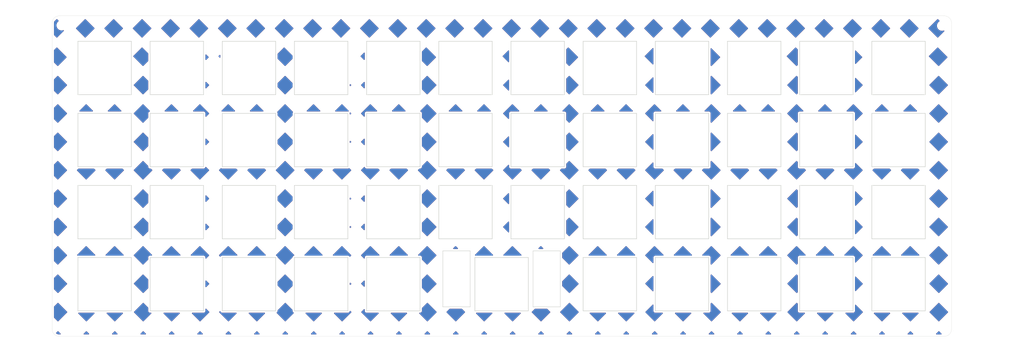
<source format=kicad_pcb>
(kicad_pcb (version 20241229) (generator "pcbnew") (generator_version "9.0")
  (title_block (title "RHYN-OW V0.1") (date "2025-05-04"))
  (layers (0 "F.Cu" signal) (2 "B.Cu" signal) (13 "F.Paste" user) (15 "B.Paste" user) (5 "F.SilkS" user "F.Silkscreen") (7 "B.SilkS" user "B.Silkscreen") (1 "F.Mask" user) (3 "B.Mask" user) (25 "Edge.Cuts" user))
  (net 0 "")
  (footprint "kbd_SW_Hole:SW_Hole_2u_JLC" (layer "F.Cu") (at 159.5438 111.9187 180)
    (property "Reference" "SW42" (hide yes))
    (property "Value" "SW_PUSH" (hide yes))
    (fp_line (start 15.5 8.8) (end 15.5 -6) (stroke (width 0.12)) (layer "Edge.Cuts"))
    (fp_line (start 15.5 -6) (end 8.3 -6) (stroke (width 0.12)) (layer "Edge.Cuts"))
    (fp_line (start 8.3 8.8) (end 15.5 8.8) (stroke (width 0.12)) (layer "Edge.Cuts"))
    (fp_line (start 8.3 -6) (end 8.3 8.8) (stroke (width 0.12)) (layer "Edge.Cuts"))
    (fp_line (start 7.05 7.05) (end -7.05 7.05) (stroke (width 0.15)) (layer "Edge.Cuts"))
    (fp_line (start 7.05 -7.05) (end 7.05 7.05) (stroke (width 0.15)) (layer "Edge.Cuts"))
    (fp_line (start -7.05 7.05) (end -7.05 -7.05) (stroke (width 0.15)) (layer "Edge.Cuts"))
    (fp_line (start -7.05 -7.05) (end 7.05 -7.05) (stroke (width 0.15)) (layer "Edge.Cuts"))
    (fp_line (start -8.3 8.8) (end -15.5 8.8) (stroke (width 0.12)) (layer "Edge.Cuts"))
    (fp_line (start -8.3 -6) (end -8.3 8.8) (stroke (width 0.12)) (layer "Edge.Cuts"))
    (fp_line (start -15.5 8.8) (end -15.5 -6) (stroke (width 0.12)) (layer "Edge.Cuts"))
    (fp_line (start -15.5 -6) (end -8.3 -6) (stroke (width 0.12)) (layer "Edge.Cuts"))
  )
  (footprint "kbd_SW_Hole:SW_Hole_1u_JLC" (layer "F.Cu") (at 169.0688 73.8187)
    (property "Reference" "SW19" (hide yes))
    (property "Value" "SW_PUSH" (hide yes))
    (fp_line (start -7.05 -7.05) (end 7.05 -7.05) (stroke (width 0.15)) (layer "Edge.Cuts"))
    (fp_line (start -7.05 7.05) (end -7.05 -7.05) (stroke (width 0.15)) (layer "Edge.Cuts"))
    (fp_line (start 7.05 -7.05) (end 7.05 7.05) (stroke (width 0.15)) (layer "Edge.Cuts"))
    (fp_line (start 7.05 7.05) (end -7.05 7.05) (stroke (width 0.15)) (layer "Edge.Cuts"))
  )
  (footprint "kbd_SW_Hole:SW_Hole_1u_JLC" (layer "F.Cu") (at 264.3188 54.7687)
    (property "Reference" "SW12" (hide yes))
    (property "Value" "SW_PUSH" (hide yes))
    (fp_line (start -7.05 -7.05) (end 7.05 -7.05) (stroke (width 0.15)) (layer "Edge.Cuts"))
    (fp_line (start -7.05 7.05) (end -7.05 -7.05) (stroke (width 0.15)) (layer "Edge.Cuts"))
    (fp_line (start 7.05 -7.05) (end 7.05 7.05) (stroke (width 0.15)) (layer "Edge.Cuts"))
    (fp_line (start 7.05 7.05) (end -7.05 7.05) (stroke (width 0.15)) (layer "Edge.Cuts"))
  )
  (footprint "kbd_SW_Hole:SW_Hole_1u_JLC" (layer "F.Cu") (at 111.9188 92.8687)
    (property "Reference" "SW28" (hide yes))
    (property "Value" "SW_PUSH" (hide yes))
    (fp_line (start -7.05 -7.05) (end 7.05 -7.05) (stroke (width 0.15)) (layer "Edge.Cuts"))
    (fp_line (start -7.05 7.05) (end -7.05 -7.05) (stroke (width 0.15)) (layer "Edge.Cuts"))
    (fp_line (start 7.05 -7.05) (end 7.05 7.05) (stroke (width 0.15)) (layer "Edge.Cuts"))
    (fp_line (start 7.05 7.05) (end -7.05 7.05) (stroke (width 0.15)) (layer "Edge.Cuts"))
  )
  (footprint "kbd_SW_Hole:SW_Hole_1u_JLC" (layer "F.Cu") (at 54.7688 73.8187)
    (property "Reference" "SW13" (hide yes))
    (property "Value" "SW_PUSH" (hide yes))
    (fp_line (start -7.05 -7.05) (end 7.05 -7.05) (stroke (width 0.15)) (layer "Edge.Cuts"))
    (fp_line (start -7.05 7.05) (end -7.05 -7.05) (stroke (width 0.15)) (layer "Edge.Cuts"))
    (fp_line (start 7.05 -7.05) (end 7.05 7.05) (stroke (width 0.15)) (layer "Edge.Cuts"))
    (fp_line (start 7.05 7.05) (end -7.05 7.05) (stroke (width 0.15)) (layer "Edge.Cuts"))
  )
  (footprint "kbd_SW_Hole:SW_Hole_1u_JLC" (layer "F.Cu") (at 111.9188 111.9187)
    (property "Reference" "SW40" (hide yes))
    (property "Value" "SW_PUSH" (hide yes))
    (fp_line (start -7.05 -7.05) (end 7.05 -7.05) (stroke (width 0.15)) (layer "Edge.Cuts"))
    (fp_line (start -7.05 7.05) (end -7.05 -7.05) (stroke (width 0.15)) (layer "Edge.Cuts"))
    (fp_line (start 7.05 -7.05) (end 7.05 7.05) (stroke (width 0.15)) (layer "Edge.Cuts"))
    (fp_line (start 7.05 7.05) (end -7.05 7.05) (stroke (width 0.15)) (layer "Edge.Cuts"))
  )
  (footprint "kbd_SW_Hole:SW_Hole_1u_JLC" (layer "F.Cu") (at 73.8188 73.8187)
    (property "Reference" "SW14" (hide yes))
    (property "Value" "SW_PUSH" (hide yes))
    (fp_line (start -7.05 -7.05) (end 7.05 -7.05) (stroke (width 0.15)) (layer "Edge.Cuts"))
    (fp_line (start -7.05 7.05) (end -7.05 -7.05) (stroke (width 0.15)) (layer "Edge.Cuts"))
    (fp_line (start 7.05 -7.05) (end 7.05 7.05) (stroke (width 0.15)) (layer "Edge.Cuts"))
    (fp_line (start 7.05 7.05) (end -7.05 7.05) (stroke (width 0.15)) (layer "Edge.Cuts"))
  )
  (footprint "kbd_SW_Hole:SW_Hole_1u_JLC" (layer "F.Cu") (at 207.1688 73.8187)
    (property "Reference" "SW21" (hide yes))
    (property "Value" "SW_PUSH" (hide yes))
    (fp_line (start -7.05 -7.05) (end 7.05 -7.05) (stroke (width 0.15)) (layer "Edge.Cuts"))
    (fp_line (start -7.05 7.05) (end -7.05 -7.05) (stroke (width 0.15)) (layer "Edge.Cuts"))
    (fp_line (start 7.05 -7.05) (end 7.05 7.05) (stroke (width 0.15)) (layer "Edge.Cuts"))
    (fp_line (start 7.05 7.05) (end -7.05 7.05) (stroke (width 0.15)) (layer "Edge.Cuts"))
  )
  (footprint "kbd_SW_Hole:SW_Hole_1u_JLC" (layer "F.Cu") (at 169.0688 54.7687)
    (property "Reference" "SW7" (hide yes))
    (property "Value" "SW_PUSH" (hide yes))
    (fp_line (start -7.05 -7.05) (end 7.05 -7.05) (stroke (width 0.15)) (layer "Edge.Cuts"))
    (fp_line (start -7.05 7.05) (end -7.05 -7.05) (stroke (width 0.15)) (layer "Edge.Cuts"))
    (fp_line (start 7.05 -7.05) (end 7.05 7.05) (stroke (width 0.15)) (layer "Edge.Cuts"))
    (fp_line (start 7.05 7.05) (end -7.05 7.05) (stroke (width 0.15)) (layer "Edge.Cuts"))
  )
  (footprint "kbd_SW_Hole:SW_Hole_1u_JLC" (layer "F.Cu") (at 130.9688 111.9187)
    (property "Reference" "SW41" (hide yes))
    (property "Value" "SW_PUSH" (hide yes))
    (fp_line (start -7.05 -7.05) (end 7.05 -7.05) (stroke (width 0.15)) (layer "Edge.Cuts"))
    (fp_line (start -7.05 7.05) (end -7.05 -7.05) (stroke (width 0.15)) (layer "Edge.Cuts"))
    (fp_line (start 7.05 -7.05) (end 7.05 7.05) (stroke (width 0.15)) (layer "Edge.Cuts"))
    (fp_line (start 7.05 7.05) (end -7.05 7.05) (stroke (width 0.15)) (layer "Edge.Cuts"))
  )
  (footprint "kbd_SW_Hole:SW_Hole_1u_JLC" (layer "F.Cu") (at 188.1188 92.8687)
    (property "Reference" "SW32" (hide yes))
    (property "Value" "SW_PUSH" (hide yes))
    (fp_line (start -7.05 -7.05) (end 7.05 -7.05) (stroke (width 0.15)) (layer "Edge.Cuts"))
    (fp_line (start -7.05 7.05) (end -7.05 -7.05) (stroke (width 0.15)) (layer "Edge.Cuts"))
    (fp_line (start 7.05 -7.05) (end 7.05 7.05) (stroke (width 0.15)) (layer "Edge.Cuts"))
    (fp_line (start 7.05 7.05) (end -7.05 7.05) (stroke (width 0.15)) (layer "Edge.Cuts"))
  )
  (footprint "kbd_SW_Hole:SW_Hole_1u_JLC" (layer "F.Cu") (at 226.2188 54.7687)
    (property "Reference" "SW10" (hide yes))
    (property "Value" "SW_PUSH" (hide yes))
    (fp_line (start -7.05 -7.05) (end 7.05 -7.05) (stroke (width 0.15)) (layer "Edge.Cuts"))
    (fp_line (start -7.05 7.05) (end -7.05 -7.05) (stroke (width 0.15)) (layer "Edge.Cuts"))
    (fp_line (start 7.05 -7.05) (end 7.05 7.05) (stroke (width 0.15)) (layer "Edge.Cuts"))
    (fp_line (start 7.05 7.05) (end -7.05 7.05) (stroke (width 0.15)) (layer "Edge.Cuts"))
  )
  (footprint "kbd_SW_Hole:SW_Hole_1u_JLC" (layer "F.Cu") (at 264.3188 111.9187)
    (property "Reference" "SW47" (hide yes))
    (property "Value" "SW_PUSH" (hide yes))
    (fp_line (start -7.05 -7.05) (end 7.05 -7.05) (stroke (width 0.15)) (layer "Edge.Cuts"))
    (fp_line (start -7.05 7.05) (end -7.05 -7.05) (stroke (width 0.15)) (layer "Edge.Cuts"))
    (fp_line (start 7.05 -7.05) (end 7.05 7.05) (stroke (width 0.15)) (layer "Edge.Cuts"))
    (fp_line (start 7.05 7.05) (end -7.05 7.05) (stroke (width 0.15)) (layer "Edge.Cuts"))
  )
  (footprint "kbd_SW_Hole:SW_Hole_1u_JLC" (layer "F.Cu") (at 150.0188 92.8687)
    (property "Reference" "SW30" (hide yes))
    (property "Value" "SW_PUSH" (hide yes))
    (fp_line (start -7.05 -7.05) (end 7.05 -7.05) (stroke (width 0.15)) (layer "Edge.Cuts"))
    (fp_line (start -7.05 7.05) (end -7.05 -7.05) (stroke (width 0.15)) (layer "Edge.Cuts"))
    (fp_line (start 7.05 -7.05) (end 7.05 7.05) (stroke (width 0.15)) (layer "Edge.Cuts"))
    (fp_line (start 7.05 7.05) (end -7.05 7.05) (stroke (width 0.15)) (layer "Edge.Cuts"))
  )
  (footprint "kbd_SW_Hole:SW_Hole_1u_JLC" (layer "F.Cu") (at 92.8688 111.9187)
    (property "Reference" "SW39" (hide yes))
    (property "Value" "SW_PUSH" (hide yes))
    (fp_line (start -7.05 -7.05) (end 7.05 -7.05) (stroke (width 0.15)) (layer "Edge.Cuts"))
    (fp_line (start -7.05 7.05) (end -7.05 -7.05) (stroke (width 0.15)) (layer "Edge.Cuts"))
    (fp_line (start 7.05 -7.05) (end 7.05 7.05) (stroke (width 0.15)) (layer "Edge.Cuts"))
    (fp_line (start 7.05 7.05) (end -7.05 7.05) (stroke (width 0.15)) (layer "Edge.Cuts"))
  )
  (footprint "kbd_SW_Hole:SW_Hole_1u_JLC" (layer "F.Cu") (at 54.7688 54.7687)
    (property "Reference" "SW1" (hide yes))
    (property "Value" "SW_PUSH" (hide yes))
    (fp_line (start -7.05 -7.05) (end 7.05 -7.05) (stroke (width 0.15)) (layer "Edge.Cuts"))
    (fp_line (start -7.05 7.05) (end -7.05 -7.05) (stroke (width 0.15)) (layer "Edge.Cuts"))
    (fp_line (start 7.05 -7.05) (end 7.05 7.05) (stroke (width 0.15)) (layer "Edge.Cuts"))
    (fp_line (start 7.05 7.05) (end -7.05 7.05) (stroke (width 0.15)) (layer "Edge.Cuts"))
  )
  (footprint "kbd_SW_Hole:SW_Hole_1u_JLC" (layer "F.Cu") (at 188.1188 54.7687)
    (property "Reference" "SW8" (hide yes))
    (property "Value" "SW_PUSH" (hide yes))
    (fp_line (start -7.05 -7.05) (end 7.05 -7.05) (stroke (width 0.15)) (layer "Edge.Cuts"))
    (fp_line (start -7.05 7.05) (end -7.05 -7.05) (stroke (width 0.15)) (layer "Edge.Cuts"))
    (fp_line (start 7.05 -7.05) (end 7.05 7.05) (stroke (width 0.15)) (layer "Edge.Cuts"))
    (fp_line (start 7.05 7.05) (end -7.05 7.05) (stroke (width 0.15)) (layer "Edge.Cuts"))
  )
  (footprint "kbd_SW_Hole:SW_Hole_1u_JLC" (layer "F.Cu") (at 264.3188 73.8187)
    (property "Reference" "SW24" (hide yes))
    (property "Value" "SW_PUSH" (hide yes))
    (fp_line (start -7.05 -7.05) (end 7.05 -7.05) (stroke (width 0.15)) (layer "Edge.Cuts"))
    (fp_line (start -7.05 7.05) (end -7.05 -7.05) (stroke (width 0.15)) (layer "Edge.Cuts"))
    (fp_line (start 7.05 -7.05) (end 7.05 7.05) (stroke (width 0.15)) (layer "Edge.Cuts"))
    (fp_line (start 7.05 7.05) (end -7.05 7.05) (stroke (width 0.15)) (layer "Edge.Cuts"))
  )
  (footprint "kbd_SW_Hole:SW_Hole_1u_JLC" (layer "F.Cu") (at 54.7688 92.8687)
    (property "Reference" "SW25" (hide yes))
    (property "Value" "SW_PUSH" (hide yes))
    (fp_line (start -7.05 -7.05) (end 7.05 -7.05) (stroke (width 0.15)) (layer "Edge.Cuts"))
    (fp_line (start -7.05 7.05) (end -7.05 -7.05) (stroke (width 0.15)) (layer "Edge.Cuts"))
    (fp_line (start 7.05 -7.05) (end 7.05 7.05) (stroke (width 0.15)) (layer "Edge.Cuts"))
    (fp_line (start 7.05 7.05) (end -7.05 7.05) (stroke (width 0.15)) (layer "Edge.Cuts"))
  )
  (footprint "kbd_Hole:m2_Screw_Hole" (layer "F.Cu") (at 43.4 123.1)
    (property "Reference" "Ref**" (hide yes))
    (property "Value" "Val**" (hide yes))
    (pad "" np_thru_hole circle (at 0 0) (size 2.2 2.2) (drill 2.2) (layers "*.Cu" "*.Mask"))
  )
  (footprint "kbd_Hole:m2_Screw_Hole" (layer "F.Cu") (at 275.8 43.6)
    (property "Reference" "Ref**" (hide yes))
    (property "Value" "Val**" (hide yes))
    (pad "" np_thru_hole circle (at 0 0) (size 2.2 2.2) (drill 2.2) (layers "*.Cu" "*.Mask"))
  )
  (footprint "kbd_SW_Hole:SW_Hole_1u_JLC" (layer "F.Cu") (at 245.2688 111.9187)
    (property "Reference" "SW46" (hide yes))
    (property "Value" "SW_PUSH" (hide yes))
    (fp_line (start -7.05 -7.05) (end 7.05 -7.05) (stroke (width 0.15)) (layer "Edge.Cuts"))
    (fp_line (start -7.05 7.05) (end -7.05 -7.05) (stroke (width 0.15)) (layer "Edge.Cuts"))
    (fp_line (start 7.05 -7.05) (end 7.05 7.05) (stroke (width 0.15)) (layer "Edge.Cuts"))
    (fp_line (start 7.05 7.05) (end -7.05 7.05) (stroke (width 0.15)) (layer "Edge.Cuts"))
  )
  (footprint "kbd_SW_Hole:SW_Hole_1u_JLC" (layer "F.Cu") (at 130.9688 73.8187)
    (property "Reference" "SW17" (hide yes))
    (property "Value" "SW_PUSH" (hide yes))
    (fp_line (start -7.05 -7.05) (end 7.05 -7.05) (stroke (width 0.15)) (layer "Edge.Cuts"))
    (fp_line (start -7.05 7.05) (end -7.05 -7.05) (stroke (width 0.15)) (layer "Edge.Cuts"))
    (fp_line (start 7.05 -7.05) (end 7.05 7.05) (stroke (width 0.15)) (layer "Edge.Cuts"))
    (fp_line (start 7.05 7.05) (end -7.05 7.05) (stroke (width 0.15)) (layer "Edge.Cuts"))
  )
  (footprint "kbd_Hole:m2_Screw_Hole" (layer "F.Cu") (at 275.8 123.1)
    (property "Reference" "Ref**" (hide yes))
    (property "Value" "Val**" (hide yes))
    (pad "" np_thru_hole circle (at 0 0) (size 2.2 2.2) (drill 2.2) (layers "*.Cu" "*.Mask"))
  )
  (footprint "kbd_SW_Hole:SW_Hole_1u_JLC" (layer "F.Cu") (at 150.0188 73.8187)
    (property "Reference" "SW18" (hide yes))
    (property "Value" "SW_PUSH" (hide yes))
    (fp_line (start -7.05 -7.05) (end 7.05 -7.05) (stroke (width 0.15)) (layer "Edge.Cuts"))
    (fp_line (start -7.05 7.05) (end -7.05 -7.05) (stroke (width 0.15)) (layer "Edge.Cuts"))
    (fp_line (start 7.05 -7.05) (end 7.05 7.05) (stroke (width 0.15)) (layer "Edge.Cuts"))
    (fp_line (start 7.05 7.05) (end -7.05 7.05) (stroke (width 0.15)) (layer "Edge.Cuts"))
  )
  (footprint "kbd_SW_Hole:SW_Hole_1u_JLC" (layer "F.Cu") (at 92.8688 73.8187)
    (property "Reference" "SW15" (hide yes))
    (property "Value" "SW_PUSH" (hide yes))
    (fp_line (start -7.05 -7.05) (end 7.05 -7.05) (stroke (width 0.15)) (layer "Edge.Cuts"))
    (fp_line (start -7.05 7.05) (end -7.05 -7.05) (stroke (width 0.15)) (layer "Edge.Cuts"))
    (fp_line (start 7.05 -7.05) (end 7.05 7.05) (stroke (width 0.15)) (layer "Edge.Cuts"))
    (fp_line (start 7.05 7.05) (end -7.05 7.05) (stroke (width 0.15)) (layer "Edge.Cuts"))
  )
  (footprint "kbd_SW_Hole:SW_Hole_1u_JLC" (layer "F.Cu") (at 111.9188 54.7687)
    (property "Reference" "SW4" (hide yes))
    (property "Value" "SW_PUSH" (hide yes))
    (fp_line (start -7.05 -7.05) (end 7.05 -7.05) (stroke (width 0.15)) (layer "Edge.Cuts"))
    (fp_line (start -7.05 7.05) (end -7.05 -7.05) (stroke (width 0.15)) (layer "Edge.Cuts"))
    (fp_line (start 7.05 -7.05) (end 7.05 7.05) (stroke (width 0.15)) (layer "Edge.Cuts"))
    (fp_line (start 7.05 7.05) (end -7.05 7.05) (stroke (width 0.15)) (layer "Edge.Cuts"))
  )
  (footprint "kbd_SW_Hole:SW_Hole_1u_JLC" (layer "F.Cu") (at 207.1688 92.8687)
    (property "Reference" "SW33" (hide yes))
    (property "Value" "SW_PUSH" (hide yes))
    (fp_line (start -7.05 -7.05) (end 7.05 -7.05) (stroke (width 0.15)) (layer "Edge.Cuts"))
    (fp_line (start -7.05 7.05) (end -7.05 -7.05) (stroke (width 0.15)) (layer "Edge.Cuts"))
    (fp_line (start 7.05 -7.05) (end 7.05 7.05) (stroke (width 0.15)) (layer "Edge.Cuts"))
    (fp_line (start 7.05 7.05) (end -7.05 7.05) (stroke (width 0.15)) (layer "Edge.Cuts"))
  )
  (footprint "kbd_Hole:m2_Screw_Hole" (layer "F.Cu") (at 43.4 43.5 180)
    (property "Reference" "Ref**" (hide yes))
    (property "Value" "Val**" (hide yes))
    (pad "" np_thru_hole circle (at 0 0 180) (size 2.2 2.2) (drill 2.2) (layers "*.Cu" "*.Mask"))
  )
  (footprint "kbd_SW_Hole:SW_Hole_1u_JLC" (layer "F.Cu") (at 226.2188 111.9187)
    (property "Reference" "SW45" (hide yes))
    (property "Value" "SW_PUSH" (hide yes))
    (fp_line (start -7.05 -7.05) (end 7.05 -7.05) (stroke (width 0.15)) (layer "Edge.Cuts"))
    (fp_line (start -7.05 7.05) (end -7.05 -7.05) (stroke (width 0.15)) (layer "Edge.Cuts"))
    (fp_line (start 7.05 -7.05) (end 7.05 7.05) (stroke (width 0.15)) (layer "Edge.Cuts"))
    (fp_line (start 7.05 7.05) (end -7.05 7.05) (stroke (width 0.15)) (layer "Edge.Cuts"))
  )
  (footprint "kbd_SW_Hole:SW_Hole_1u_JLC" (layer "F.Cu") (at 226.2188 73.8187)
    (property "Reference" "SW22" (hide yes))
    (property "Value" "SW_PUSH" (hide yes))
    (fp_line (start -7.05 -7.05) (end 7.05 -7.05) (stroke (width 0.15)) (layer "Edge.Cuts"))
    (fp_line (start -7.05 7.05) (end -7.05 -7.05) (stroke (width 0.15)) (layer "Edge.Cuts"))
    (fp_line (start 7.05 -7.05) (end 7.05 7.05) (stroke (width 0.15)) (layer "Edge.Cuts"))
    (fp_line (start 7.05 7.05) (end -7.05 7.05) (stroke (width 0.15)) (layer "Edge.Cuts"))
  )
  (footprint "kbd_SW_Hole:SW_Hole_1u_JLC" (layer "F.Cu") (at 207.1688 54.7687)
    (property "Reference" "SW9" (hide yes))
    (property "Value" "SW_PUSH" (hide yes))
    (fp_line (start -7.05 -7.05) (end 7.05 -7.05) (stroke (width 0.15)) (layer "Edge.Cuts"))
    (fp_line (start -7.05 7.05) (end -7.05 -7.05) (stroke (width 0.15)) (layer "Edge.Cuts"))
    (fp_line (start 7.05 -7.05) (end 7.05 7.05) (stroke (width 0.15)) (layer "Edge.Cuts"))
    (fp_line (start 7.05 7.05) (end -7.05 7.05) (stroke (width 0.15)) (layer "Edge.Cuts"))
  )
  (footprint "kbd_SW_Hole:SW_Hole_1u_JLC" (layer "F.Cu") (at 54.7688 111.9187)
    (property "Reference" "SW37" (hide yes))
    (property "Value" "SW_PUSH" (hide yes))
    (fp_line (start -7.05 -7.05) (end 7.05 -7.05) (stroke (width 0.15)) (layer "Edge.Cuts"))
    (fp_line (start -7.05 7.05) (end -7.05 -7.05) (stroke (width 0.15)) (layer "Edge.Cuts"))
    (fp_line (start 7.05 -7.05) (end 7.05 7.05) (stroke (width 0.15)) (layer "Edge.Cuts"))
    (fp_line (start 7.05 7.05) (end -7.05 7.05) (stroke (width 0.15)) (layer "Edge.Cuts"))
  )
  (footprint "kbd_SW_Hole:SW_Hole_1u_JLC" (layer "F.Cu") (at 73.8188 54.7687)
    (property "Reference" "SW2" (hide yes))
    (property "Value" "SW_PUSH" (hide yes))
    (fp_line (start -7.05 -7.05) (end 7.05 -7.05) (stroke (width 0.15)) (layer "Edge.Cuts"))
    (fp_line (start -7.05 7.05) (end -7.05 -7.05) (stroke (width 0.15)) (layer "Edge.Cuts"))
    (fp_line (start 7.05 -7.05) (end 7.05 7.05) (stroke (width 0.15)) (layer "Edge.Cuts"))
    (fp_line (start 7.05 7.05) (end -7.05 7.05) (stroke (width 0.15)) (layer "Edge.Cuts"))
  )
  (footprint "kbd_SW_Hole:SW_Hole_1u_JLC" (layer "F.Cu") (at 111.9188 73.8187)
    (property "Reference" "SW16" (hide yes))
    (property "Value" "SW_PUSH" (hide yes))
    (fp_line (start -7.05 -7.05) (end 7.05 -7.05) (stroke (width 0.15)) (layer "Edge.Cuts"))
    (fp_line (start -7.05 7.05) (end -7.05 -7.05) (stroke (width 0.15)) (layer "Edge.Cuts"))
    (fp_line (start 7.05 -7.05) (end 7.05 7.05) (stroke (width 0.15)) (layer "Edge.Cuts"))
    (fp_line (start 7.05 7.05) (end -7.05 7.05) (stroke (width 0.15)) (layer "Edge.Cuts"))
  )
  (footprint "kbd_SW_Hole:SW_Hole_1u_JLC" (layer "F.Cu") (at 92.8688 92.8687)
    (property "Reference" "SW27" (hide yes))
    (property "Value" "SW_PUSH" (hide yes))
    (fp_line (start -7.05 -7.05) (end 7.05 -7.05) (stroke (width 0.15)) (layer "Edge.Cuts"))
    (fp_line (start -7.05 7.05) (end -7.05 -7.05) (stroke (width 0.15)) (layer "Edge.Cuts"))
    (fp_line (start 7.05 -7.05) (end 7.05 7.05) (stroke (width 0.15)) (layer "Edge.Cuts"))
    (fp_line (start 7.05 7.05) (end -7.05 7.05) (stroke (width 0.15)) (layer "Edge.Cuts"))
  )
  (footprint "kbd_SW_Hole:SW_Hole_1u_JLC" (layer "F.Cu") (at 245.2688 73.8187)
    (property "Reference" "SW23" (hide yes))
    (property "Value" "SW_PUSH" (hide yes))
    (fp_line (start -7.05 -7.05) (end 7.05 -7.05) (stroke (width 0.15)) (layer "Edge.Cuts"))
    (fp_line (start -7.05 7.05) (end -7.05 -7.05) (stroke (width 0.15)) (layer "Edge.Cuts"))
    (fp_line (start 7.05 -7.05) (end 7.05 7.05) (stroke (width 0.15)) (layer "Edge.Cuts"))
    (fp_line (start 7.05 7.05) (end -7.05 7.05) (stroke (width 0.15)) (layer "Edge.Cuts"))
  )
  (footprint "kbd_SW_Hole:SW_Hole_1u_JLC" (layer "F.Cu") (at 226.2188 92.8687)
    (property "Reference" "SW34" (hide yes))
    (property "Value" "SW_PUSH" (hide yes))
    (fp_line (start -7.05 -7.05) (end 7.05 -7.05) (stroke (width 0.15)) (layer "Edge.Cuts"))
    (fp_line (start -7.05 7.05) (end -7.05 -7.05) (stroke (width 0.15)) (layer "Edge.Cuts"))
    (fp_line (start 7.05 -7.05) (end 7.05 7.05) (stroke (width 0.15)) (layer "Edge.Cuts"))
    (fp_line (start 7.05 7.05) (end -7.05 7.05) (stroke (width 0.15)) (layer "Edge.Cuts"))
  )
  (footprint "kbd_SW_Hole:SW_Hole_1u_JLC" (layer "F.Cu") (at 264.3188 92.8687)
    (property "Reference" "SW36" (hide yes))
    (property "Value" "SW_PUSH" (hide yes))
    (fp_line (start -7.05 -7.05) (end 7.05 -7.05) (stroke (width 0.15)) (layer "Edge.Cuts"))
    (fp_line (start -7.05 7.05) (end -7.05 -7.05) (stroke (width 0.15)) (layer "Edge.Cuts"))
    (fp_line (start 7.05 -7.05) (end 7.05 7.05) (stroke (width 0.15)) (layer "Edge.Cuts"))
    (fp_line (start 7.05 7.05) (end -7.05 7.05) (stroke (width 0.15)) (layer "Edge.Cuts"))
  )
  (footprint "kbd_SW_Hole:SW_Hole_1u_JLC" (layer "F.Cu") (at 73.8188 92.8687)
    (property "Reference" "SW26" (hide yes))
    (property "Value" "SW_PUSH" (hide yes))
    (fp_line (start -7.05 -7.05) (end 7.05 -7.05) (stroke (width 0.15)) (layer "Edge.Cuts"))
    (fp_line (start -7.05 7.05) (end -7.05 -7.05) (stroke (width 0.15)) (layer "Edge.Cuts"))
    (fp_line (start 7.05 -7.05) (end 7.05 7.05) (stroke (width 0.15)) (layer "Edge.Cuts"))
    (fp_line (start 7.05 7.05) (end -7.05 7.05) (stroke (width 0.15)) (layer "Edge.Cuts"))
  )
  (footprint "kbd_SW_Hole:SW_Hole_1u_JLC" (layer "F.Cu") (at 188.1188 73.8187)
    (property "Reference" "SW20" (hide yes))
    (property "Value" "SW_PUSH" (hide yes))
    (fp_line (start -7.05 -7.05) (end 7.05 -7.05) (stroke (width 0.15)) (layer "Edge.Cuts"))
    (fp_line (start -7.05 7.05) (end -7.05 -7.05) (stroke (width 0.15)) (layer "Edge.Cuts"))
    (fp_line (start 7.05 -7.05) (end 7.05 7.05) (stroke (width 0.15)) (layer "Edge.Cuts"))
    (fp_line (start 7.05 7.05) (end -7.05 7.05) (stroke (width 0.15)) (layer "Edge.Cuts"))
  )
  (footprint "kbd_SW_Hole:SW_Hole_1u_JLC" (layer "F.Cu") (at 73.8188 111.9187)
    (property "Reference" "SW38" (hide yes))
    (property "Value" "SW_PUSH" (hide yes))
    (fp_line (start -7.05 -7.05) (end 7.05 -7.05) (stroke (width 0.15)) (layer "Edge.Cuts"))
    (fp_line (start -7.05 7.05) (end -7.05 -7.05) (stroke (width 0.15)) (layer "Edge.Cuts"))
    (fp_line (start 7.05 -7.05) (end 7.05 7.05) (stroke (width 0.15)) (layer "Edge.Cuts"))
    (fp_line (start 7.05 7.05) (end -7.05 7.05) (stroke (width 0.15)) (layer "Edge.Cuts"))
  )
  (footprint "kbd_SW_Hole:SW_Hole_1u_JLC" (layer "F.Cu") (at 150.0188 54.7687)
    (property "Reference" "SW6" (hide yes))
    (property "Value" "SW_PUSH" (hide yes))
    (fp_line (start -7.05 -7.05) (end 7.05 -7.05) (stroke (width 0.15)) (layer "Edge.Cuts"))
    (fp_line (start -7.05 7.05) (end -7.05 -7.05) (stroke (width 0.15)) (layer "Edge.Cuts"))
    (fp_line (start 7.05 -7.05) (end 7.05 7.05) (stroke (width 0.15)) (layer "Edge.Cuts"))
    (fp_line (start 7.05 7.05) (end -7.05 7.05) (stroke (width 0.15)) (layer "Edge.Cuts"))
  )
  (footprint "kbd_SW_Hole:SW_Hole_1u_JLC" (layer "F.Cu") (at 130.9688 54.7687)
    (property "Reference" "SW5" (hide yes))
    (property "Value" "SW_PUSH" (hide yes))
    (fp_line (start -7.05 -7.05) (end 7.05 -7.05) (stroke (width 0.15)) (layer "Edge.Cuts"))
    (fp_line (start -7.05 7.05) (end -7.05 -7.05) (stroke (width 0.15)) (layer "Edge.Cuts"))
    (fp_line (start 7.05 -7.05) (end 7.05 7.05) (stroke (width 0.15)) (layer "Edge.Cuts"))
    (fp_line (start 7.05 7.05) (end -7.05 7.05) (stroke (width 0.15)) (layer "Edge.Cuts"))
  )
  (footprint "kbd_SW_Hole:SW_Hole_1u_JLC" (layer "F.Cu") (at 245.2688 54.7687)
    (property "Reference" "SW11" (hide yes))
    (property "Value" "SW_PUSH" (hide yes))
    (fp_line (start -7.05 -7.05) (end 7.05 -7.05) (stroke (width 0.15)) (layer "Edge.Cuts"))
    (fp_line (start -7.05 7.05) (end -7.05 -7.05) (stroke (width 0.15)) (layer "Edge.Cuts"))
    (fp_line (start 7.05 -7.05) (end 7.05 7.05) (stroke (width 0.15)) (layer "Edge.Cuts"))
    (fp_line (start 7.05 7.05) (end -7.05 7.05) (stroke (width 0.15)) (layer "Edge.Cuts"))
  )
  (footprint "kbd_SW_Hole:SW_Hole_1u_JLC" (layer "F.Cu") (at 169.0688 92.8687)
    (property "Reference" "SW31" (hide yes))
    (property "Value" "SW_PUSH" (hide yes))
    (fp_line (start -7.05 -7.05) (end 7.05 -7.05) (stroke (width 0.15)) (layer "Edge.Cuts"))
    (fp_line (start -7.05 7.05) (end -7.05 -7.05) (stroke (width 0.15)) (layer "Edge.Cuts"))
    (fp_line (start 7.05 -7.05) (end 7.05 7.05) (stroke (width 0.15)) (layer "Edge.Cuts"))
    (fp_line (start 7.05 7.05) (end -7.05 7.05) (stroke (width 0.15)) (layer "Edge.Cuts"))
  )
  (footprint "kbd_SW_Hole:SW_Hole_1u_JLC" (layer "F.Cu") (at 188.1188 111.9187)
    (property "Reference" "SW43" (hide yes))
    (property "Value" "SW_PUSH" (hide yes))
    (fp_line (start -7.05 -7.05) (end 7.05 -7.05) (stroke (width 0.15)) (layer "Edge.Cuts"))
    (fp_line (start -7.05 7.05) (end -7.05 -7.05) (stroke (width 0.15)) (layer "Edge.Cuts"))
    (fp_line (start 7.05 -7.05) (end 7.05 7.05) (stroke (width 0.15)) (layer "Edge.Cuts"))
    (fp_line (start 7.05 7.05) (end -7.05 7.05) (stroke (width 0.15)) (layer "Edge.Cuts"))
  )
  (footprint "kbd_SW_Hole:SW_Hole_1u_JLC" (layer "F.Cu") (at 130.9688 92.8687)
    (property "Reference" "SW29" (hide yes))
    (property "Value" "SW_PUSH" (hide yes))
    (fp_line (start -7.05 -7.05) (end 7.05 -7.05) (stroke (width 0.15)) (layer "Edge.Cuts"))
    (fp_line (start -7.05 7.05) (end -7.05 -7.05) (stroke (width 0.15)) (layer "Edge.Cuts"))
    (fp_line (start 7.05 -7.05) (end 7.05 7.05) (stroke (width 0.15)) (layer "Edge.Cuts"))
    (fp_line (start 7.05 7.05) (end -7.05 7.05) (stroke (width 0.15)) (layer "Edge.Cuts"))
  )
  (footprint "kbd_SW_Hole:SW_Hole_1u_JLC" (layer "F.Cu") (at 92.8688 54.7687)
    (property "Reference" "SW3" (hide yes))
    (property "Value" "SW_PUSH" (hide yes))
    (fp_line (start -7.05 -7.05) (end 7.05 -7.05) (stroke (width 0.15)) (layer "Edge.Cuts"))
    (fp_line (start -7.05 7.05) (end -7.05 -7.05) (stroke (width 0.15)) (layer "Edge.Cuts"))
    (fp_line (start 7.05 -7.05) (end 7.05 7.05) (stroke (width 0.15)) (layer "Edge.Cuts"))
    (fp_line (start 7.05 7.05) (end -7.05 7.05) (stroke (width 0.15)) (layer "Edge.Cuts"))
  )
  (footprint "kbd_SW_Hole:SW_Hole_1u_JLC" (layer "F.Cu") (at 207.1688 111.9187)
    (property "Reference" "SW44" (hide yes))
    (property "Value" "SW_PUSH" (hide yes))
    (fp_line (start -7.05 -7.05) (end 7.05 -7.05) (stroke (width 0.15)) (layer "Edge.Cuts"))
    (fp_line (start -7.05 7.05) (end -7.05 -7.05) (stroke (width 0.15)) (layer "Edge.Cuts"))
    (fp_line (start 7.05 -7.05) (end 7.05 7.05) (stroke (width 0.15)) (layer "Edge.Cuts"))
    (fp_line (start 7.05 7.05) (end -7.05 7.05) (stroke (width 0.15)) (layer "Edge.Cuts"))
  )
  (footprint "kbd_SW_Hole:SW_Hole_1u_JLC" (layer "F.Cu") (at 245.2688 92.8687)
    (property "Reference" "SW35" (hide yes))
    (property "Value" "SW_PUSH" (hide yes))
    (fp_line (start -7.05 -7.05) (end 7.05 -7.05) (stroke (width 0.15)) (layer "Edge.Cuts"))
    (fp_line (start -7.05 7.05) (end -7.05 -7.05) (stroke (width 0.15)) (layer "Edge.Cuts"))
    (fp_line (start 7.05 -7.05) (end 7.05 7.05) (stroke (width 0.15)) (layer "Edge.Cuts"))
    (fp_line (start 7.05 7.05) (end -7.05 7.05) (stroke (width 0.15)) (layer "Edge.Cuts"))
  )
  (gr_arc (start 278.304975 123.813889) (mid 277.742148 125.151958) (end 276.400026 125.705051) (stroke (width 0.05)) (layer "Edge.Cuts"))
  (gr_line (start 42.800124 125.7) (end 276.400026 125.705051) (stroke (width 0.05)) (layer "Edge.Cuts"))
  (gr_line (start 40.894995 42.900025) (end 40.89505 123.799951) (stroke (width 0.05)) (layer "Edge.Cuts"))
  (gr_arc (start 276.400025 40.994975) (mid 277.747049 41.552951) (end 278.305025 42.899975) (stroke (width 0.05)) (layer "Edge.Cuts"))
  (gr_line (start 276.400025 40.994975) (end 42.789309 40.99505) (stroke (width 0.05)) (layer "Edge.Cuts"))
  (gr_arc (start 40.894995 42.900025) (mid 41.449183 41.556768) (end 42.789309 40.99505) (stroke (width 0.05)) (layer "Edge.Cuts"))
  (gr_arc (start 42.800124 125.704951) (mid 41.453052 125.147001) (end 40.895124 123.799951) (stroke (width 0.05)) (layer "Edge.Cuts"))
  (gr_line (start 278.304975 123.813889) (end 278.305025 42.9) (stroke (width 0.05)) (layer "Edge.Cuts"))
  (zone (net 0) (net_name "") (layers "F.Cu" "B.Cu") (connect_pads (clearance 0)) (min_thickness 0.25)
    (keepout (tracks allowed) (vias allowed) (pads allowed) (copperpour not_allowed) (footprints allowed))
    (fill (thermal_gap 0.5) (thermal_bridge_width 0.5))
    (polygon (pts (xy 67.4 74.3) (xy 69.9 74.3) (xy 72.4 76.8) (xy 72.4 79.3) (xy 69.9 81.8) (xy 67.4 81.8) (xy 64.9 79.3) (xy 64.9 76.8)))
  )
  (zone (net 0) (net_name "") (layers "F.Cu" "B.Cu") (connect_pads (clearance 0)) (min_thickness 0.25)
    (keepout (tracks allowed) (vias allowed) (pads allowed) (copperpour not_allowed) (footprints allowed))
    (fill (thermal_gap 0.5) (thermal_bridge_width 0.5))
    (polygon (pts (xy 74.9 104.3) (xy 77.4 104.3) (xy 79.9 106.8) (xy 79.9 109.3) (xy 77.4 111.8) (xy 74.9 111.8) (xy 72.4 109.3) (xy 72.4 106.8)))
  )
  (zone (net 0) (net_name "") (layers "F.Cu" "B.Cu") (connect_pads (clearance 0)) (min_thickness 0.25)
    (keepout (tracks allowed) (vias allowed) (pads allowed) (copperpour not_allowed) (footprints allowed))
    (fill (thermal_gap 0.5) (thermal_bridge_width 0.5))
    (polygon (pts (xy 187.4 74.3) (xy 189.9 74.3) (xy 192.4 76.8) (xy 192.4 79.3) (xy 189.9 81.8) (xy 187.4 81.8) (xy 184.9 79.3) (xy 184.9 76.8)))
  )
  (zone (net 0) (net_name "") (layers "F.Cu" "B.Cu") (connect_pads (clearance 0)) (min_thickness 0.25)
    (keepout (tracks allowed) (vias allowed) (pads allowed) (copperpour not_allowed) (footprints allowed))
    (fill (thermal_gap 0.5) (thermal_bridge_width 0.5))
    (polygon (pts (xy 187.15 36.8) (xy 189.65 36.8) (xy 192.15 39.3) (xy 192.15 41.8) (xy 189.65 44.3) (xy 187.15 44.3) (xy 184.65 41.8) (xy 184.65 39.3)))
  )
  (zone (net 0) (net_name "") (layers "F.Cu" "B.Cu") (connect_pads (clearance 0)) (min_thickness 0.25)
    (keepout (tracks allowed) (vias allowed) (pads allowed) (copperpour not_allowed) (footprints allowed))
    (fill (thermal_gap 0.5) (thermal_bridge_width 0.5))
    (polygon (pts (xy 292.4 81.8) (xy 294.9 81.8) (xy 297.4 84.3) (xy 297.4 86.8) (xy 294.9 89.3) (xy 292.4 89.3) (xy 289.9 86.8) (xy 289.9 84.3)))
  )
  (zone (net 0) (net_name "") (layers "F.Cu" "B.Cu") (connect_pads (clearance 0)) (min_thickness 0.25)
    (keepout (tracks allowed) (vias allowed) (pads allowed) (copperpour not_allowed) (footprints allowed))
    (fill (thermal_gap 0.5) (thermal_bridge_width 0.5))
    (polygon (pts (xy 247.4 89.3) (xy 249.9 89.3) (xy 252.4 91.8) (xy 252.4 94.3) (xy 249.9 96.8) (xy 247.4 96.8) (xy 244.9 94.3) (xy 244.9 91.8)))
  )
  (zone (net 0) (net_name "") (layers "F.Cu" "B.Cu") (connect_pads (clearance 0)) (min_thickness 0.25)
    (keepout (tracks allowed) (vias allowed) (pads allowed) (copperpour not_allowed) (footprints allowed))
    (fill (thermal_gap 0.5) (thermal_bridge_width 0.5))
    (polygon (pts (xy 44.9 96.8) (xy 47.4 96.8) (xy 49.9 99.3) (xy 49.9 101.8) (xy 47.4 104.3) (xy 44.9 104.3) (xy 42.4 101.8) (xy 42.4 99.3)))
  )
  (zone (net 0) (net_name "") (layers "F.Cu" "B.Cu") (connect_pads (clearance 0)) (min_thickness 0.25)
    (keepout (tracks allowed) (vias allowed) (pads allowed) (copperpour not_allowed) (footprints allowed))
    (fill (thermal_gap 0.5) (thermal_bridge_width 0.5))
    (polygon (pts (xy 239.9 89.3) (xy 242.4 89.3) (xy 244.9 91.8) (xy 244.9 94.3) (xy 242.4 96.8) (xy 239.9 96.8) (xy 237.4 94.3) (xy 237.4 91.8)))
  )
  (zone (net 0) (net_name "") (layers "F.Cu" "B.Cu") (connect_pads (clearance 0)) (min_thickness 0.25)
    (keepout (tracks allowed) (vias allowed) (pads allowed) (copperpour not_allowed) (footprints allowed))
    (fill (thermal_gap 0.5) (thermal_bridge_width 0.5))
    (polygon (pts (xy 277.15 44.3) (xy 279.65 44.3) (xy 282.15 46.8) (xy 282.15 49.3) (xy 279.65 51.8) (xy 277.15 51.8) (xy 274.65 49.3) (xy 274.65 46.8)))
  )
  (zone (net 0) (net_name "") (layers "F.Cu" "B.Cu") (connect_pads (clearance 0)) (min_thickness 0.25)
    (keepout (tracks allowed) (vias allowed) (pads allowed) (copperpour not_allowed) (footprints allowed))
    (fill (thermal_gap 0.5) (thermal_bridge_width 0.5))
    (polygon (pts (xy 284.9 81.8) (xy 287.4 81.8) (xy 289.9 84.3) (xy 289.9 86.8) (xy 287.4 89.3) (xy 284.9 89.3) (xy 282.4 86.8) (xy 282.4 84.3)))
  )
  (zone (net 0) (net_name "") (layers "F.Cu" "B.Cu") (connect_pads (clearance 0)) (min_thickness 0.25)
    (keepout (tracks allowed) (vias allowed) (pads allowed) (copperpour not_allowed) (footprints allowed))
    (fill (thermal_gap 0.5) (thermal_bridge_width 0.5))
    (polygon (pts (xy 277.4 66.8) (xy 279.9 66.8) (xy 282.4 69.3) (xy 282.4 71.8) (xy 279.9 74.3) (xy 277.4 74.3) (xy 274.9 71.8) (xy 274.9 69.3)))
  )
  (zone (net 0) (net_name "") (layers "F.Cu" "B.Cu") (connect_pads (clearance 0)) (min_thickness 0.25)
    (keepout (tracks allowed) (vias allowed) (pads allowed) (copperpour not_allowed) (footprints allowed))
    (fill (thermal_gap 0.5) (thermal_bridge_width 0.5))
    (polygon (pts (xy 179.9 74.3) (xy 182.4 74.3) (xy 184.9 76.8) (xy 184.9 79.3) (xy 182.4 81.8) (xy 179.9 81.8) (xy 177.4 79.3) (xy 177.4 76.8)))
  )
  (zone (net 0) (net_name "") (layers "F.Cu" "B.Cu") (connect_pads (clearance 0)) (min_thickness 0.25)
    (keepout (tracks allowed) (vias allowed) (pads allowed) (copperpour not_allowed) (footprints allowed))
    (fill (thermal_gap 0.5) (thermal_bridge_width 0.5))
    (polygon (pts (xy 59.9 51.8) (xy 62.4 51.8) (xy 64.9 54.3) (xy 64.9 56.8) (xy 62.4 59.3) (xy 59.9 59.3) (xy 57.4 56.8) (xy 57.4 54.3)))
  )
  (zone (net 0) (net_name "") (layers "F.Cu" "B.Cu") (connect_pads (clearance 0)) (min_thickness 0.25)
    (keepout (tracks allowed) (vias allowed) (pads allowed) (copperpour not_allowed) (footprints allowed))
    (fill (thermal_gap 0.5) (thermal_bridge_width 0.5))
    (polygon (pts (xy 262.45 119.3) (xy 264.95 119.3) (xy 267.45 121.8) (xy 267.45 124.3) (xy 264.95 126.8) (xy 262.45 126.8) (xy 259.95 124.3) (xy 259.95 121.8)))
  )
  (zone (net 0) (net_name "") (layers "F.Cu" "B.Cu") (connect_pads (clearance 0)) (min_thickness 0.25)
    (keepout (tracks allowed) (vias allowed) (pads allowed) (copperpour not_allowed) (footprints allowed))
    (fill (thermal_gap 0.5) (thermal_bridge_width 0.5))
    (polygon (pts (xy 284.9 59.3) (xy 287.4 59.3) (xy 289.9 61.8) (xy 289.9 64.3) (xy 287.4 66.8) (xy 284.9 66.8) (xy 282.4 64.3) (xy 282.4 61.8)))
  )
  (zone (net 0) (net_name "") (layers "F.Cu" "B.Cu") (connect_pads (clearance 0)) (min_thickness 0.25)
    (keepout (tracks allowed) (vias allowed) (pads allowed) (copperpour not_allowed) (footprints allowed))
    (fill (thermal_gap 0.5) (thermal_bridge_width 0.5))
    (polygon (pts (xy 209.9 74.3) (xy 212.4 74.3) (xy 214.9 76.8) (xy 214.9 79.3) (xy 212.4 81.8) (xy 209.9 81.8) (xy 207.4 79.3) (xy 207.4 76.8)))
  )
  (zone (net 0) (net_name "") (layers "F.Cu" "B.Cu") (connect_pads (clearance 0)) (min_thickness 0.25)
    (keepout (tracks allowed) (vias allowed) (pads allowed) (copperpour not_allowed) (footprints allowed))
    (fill (thermal_gap 0.5) (thermal_bridge_width 0.5))
    (polygon (pts (xy 82.45 119.3) (xy 84.95 119.3) (xy 87.45 121.8) (xy 87.45 124.3) (xy 84.95 126.8) (xy 82.45 126.8) (xy 79.95 124.3) (xy 79.95 121.8)))
  )
  (zone (net 0) (net_name "") (layers "F.Cu" "B.Cu") (connect_pads (clearance 0)) (min_thickness 0.25)
    (keepout (tracks allowed) (vias allowed) (pads allowed) (copperpour not_allowed) (footprints allowed))
    (fill (thermal_gap 0.5) (thermal_bridge_width 0.5))
    (polygon (pts (xy 157.4 89.3) (xy 159.9 89.3) (xy 162.4 91.8) (xy 162.4 94.3) (xy 159.9 96.8) (xy 157.4 96.8) (xy 154.9 94.3) (xy 154.9 91.8)))
  )
  (zone (net 0) (net_name "") (layers "F.Cu" "B.Cu") (connect_pads (clearance 0)) (min_thickness 0.25)
    (keepout (tracks allowed) (vias allowed) (pads allowed) (copperpour not_allowed) (footprints allowed))
    (fill (thermal_gap 0.5) (thermal_bridge_width 0.5))
    (polygon (pts (xy 97.4 51.8) (xy 99.9 51.8) (xy 102.4 54.3) (xy 102.4 56.8) (xy 99.9 59.3) (xy 97.4 59.3) (xy 94.9 56.8) (xy 94.9 54.3)))
  )
  (zone (net 0) (net_name "") (layers "F.Cu" "B.Cu") (connect_pads (clearance 0)) (min_thickness 0.25)
    (keepout (tracks allowed) (vias allowed) (pads allowed) (copperpour not_allowed) (footprints allowed))
    (fill (thermal_gap 0.5) (thermal_bridge_width 0.5))
    (polygon (pts (xy 127.4 74.3) (xy 129.9 74.3) (xy 132.4 76.8) (xy 132.4 79.3) (xy 129.9 81.8) (xy 127.4 81.8) (xy 124.9 79.3) (xy 124.9 76.8)))
  )
  (zone (net 0) (net_name "") (layers "F.Cu" "B.Cu") (connect_pads (clearance 0)) (min_thickness 0.25)
    (keepout (tracks allowed) (vias allowed) (pads allowed) (copperpour not_allowed) (footprints allowed))
    (fill (thermal_gap 0.5) (thermal_bridge_width 0.5))
    (polygon (pts (xy 112.15 36.8) (xy 114.65 36.8) (xy 117.15 39.3) (xy 117.15 41.8) (xy 114.65 44.3) (xy 112.15 44.3) (xy 109.65 41.8) (xy 109.65 39.3)))
  )
  (zone (net 0) (net_name "") (layers "F.Cu" "B.Cu") (connect_pads (clearance 0)) (min_thickness 0.25)
    (keepout (tracks allowed) (vias allowed) (pads allowed) (copperpour not_allowed) (footprints allowed))
    (fill (thermal_gap 0.5) (thermal_bridge_width 0.5))
    (polygon (pts (xy 142.4 89.3) (xy 144.9 89.3) (xy 147.4 91.8) (xy 147.4 94.3) (xy 144.9 96.8) (xy 142.4 96.8) (xy 139.9 94.3) (xy 139.9 91.8)))
  )
  (zone (net 0) (net_name "") (layers "F.Cu" "B.Cu") (connect_pads (clearance 0)) (min_thickness 0.25)
    (keepout (tracks allowed) (vias allowed) (pads allowed) (copperpour not_allowed) (footprints allowed))
    (fill (thermal_gap 0.5) (thermal_bridge_width 0.5))
    (polygon (pts (xy 239.9 104.3) (xy 242.4 104.3) (xy 244.9 106.8) (xy 244.9 109.3) (xy 242.4 111.8) (xy 239.9 111.8) (xy 237.4 109.3) (xy 237.4 106.8)))
  )
  (zone (net 0) (net_name "") (layers "F.Cu" "B.Cu") (connect_pads (clearance 0)) (min_thickness 0.25)
    (keepout (tracks allowed) (vias allowed) (pads allowed) (copperpour not_allowed) (footprints allowed))
    (fill (thermal_gap 0.5) (thermal_bridge_width 0.5))
    (polygon (pts (xy 44.95 119.3) (xy 47.45 119.3) (xy 49.95 121.8) (xy 49.95 124.3) (xy 47.45 126.8) (xy 44.95 126.8) (xy 42.45 124.3) (xy 42.45 121.8)))
  )
  (zone (net 0) (net_name "") (layers "F.Cu" "B.Cu") (connect_pads (clearance 0)) (min_thickness 0.25)
    (keepout (tracks allowed) (vias allowed) (pads allowed) (copperpour not_allowed) (footprints allowed))
    (fill (thermal_gap 0.5) (thermal_bridge_width 0.5))
    (polygon (pts (xy 247.45 111.8) (xy 249.95 111.8) (xy 252.45 114.3) (xy 252.45 116.8) (xy 249.95 119.3) (xy 247.45 119.3) (xy 244.95 116.8) (xy 244.95 114.3)))
  )
  (zone (net 0) (net_name "") (layers "F.Cu" "B.Cu") (connect_pads (clearance 0)) (min_thickness 0.25)
    (keepout (tracks allowed) (vias allowed) (pads allowed) (copperpour not_allowed) (footprints allowed))
    (fill (thermal_gap 0.5) (thermal_bridge_width 0.5))
    (polygon (pts (xy 104.65 36.8) (xy 107.15 36.8) (xy 109.65 39.3) (xy 109.65 41.8) (xy 107.15 44.3) (xy 104.65 44.3) (xy 102.15 41.8) (xy 102.15 39.3)))
  )
  (zone (net 0) (net_name "") (layers "F.Cu" "B.Cu") (connect_pads (clearance 0)) (min_thickness 0.25)
    (keepout (tracks allowed) (vias allowed) (pads allowed) (copperpour not_allowed) (footprints allowed))
    (fill (thermal_gap 0.5) (thermal_bridge_width 0.5))
    (polygon (pts (xy 44.9 74.3) (xy 47.4 74.3) (xy 49.9 76.8) (xy 49.9 79.3) (xy 47.4 81.8) (xy 44.9 81.8) (xy 42.4 79.3) (xy 42.4 76.8)))
  )
  (zone (net 0) (net_name "") (layers "F.Cu" "B.Cu") (connect_pads (clearance 0)) (min_thickness 0.25)
    (keepout (tracks allowed) (vias allowed) (pads allowed) (copperpour not_allowed) (footprints allowed))
    (fill (thermal_gap 0.5) (thermal_bridge_width 0.5))
    (polygon (pts (xy 37.4 89.3) (xy 39.9 89.3) (xy 42.4 91.8) (xy 42.4 94.3) (xy 39.9 96.8) (xy 37.4 96.8) (xy 34.9 94.3) (xy 34.9 91.8)))
  )
  (zone (net 0) (net_name "") (layers "F.Cu" "B.Cu") (connect_pads (clearance 0)) (min_thickness 0.25)
    (keepout (tracks allowed) (vias allowed) (pads allowed) (copperpour not_allowed) (footprints allowed))
    (fill (thermal_gap 0.5) (thermal_bridge_width 0.5))
    (polygon (pts (xy 104.9 51.8) (xy 107.4 51.8) (xy 109.9 54.3) (xy 109.9 56.8) (xy 107.4 59.3) (xy 104.9 59.3) (xy 102.4 56.8) (xy 102.4 54.3)))
  )
  (zone (net 0) (net_name "") (layers "F.Cu" "B.Cu") (connect_pads (clearance 0)) (min_thickness 0.25)
    (keepout (tracks allowed) (vias allowed) (pads allowed) (copperpour not_allowed) (footprints allowed))
    (fill (thermal_gap 0.5) (thermal_bridge_width 0.5))
    (polygon (pts (xy 149.9 51.8) (xy 152.4 51.8) (xy 154.9 54.3) (xy 154.9 56.8) (xy 152.4 59.3) (xy 149.9 59.3) (xy 147.4 56.8) (xy 147.4 54.3)))
  )
  (zone (net 0) (net_name "") (layers "F.Cu" "B.Cu") (connect_pads (clearance 0)) (min_thickness 0.25)
    (keepout (tracks allowed) (vias allowed) (pads allowed) (copperpour not_allowed) (footprints allowed))
    (fill (thermal_gap 0.5) (thermal_bridge_width 0.5))
    (polygon (pts (xy 247.4 104.3) (xy 249.9 104.3) (xy 252.4 106.8) (xy 252.4 109.3) (xy 249.9 111.8) (xy 247.4 111.8) (xy 244.9 109.3) (xy 244.9 106.8)))
  )
  (zone (net 0) (net_name "") (layers "F.Cu" "B.Cu") (connect_pads (clearance 0)) (min_thickness 0.25)
    (keepout (tracks allowed) (vias allowed) (pads allowed) (copperpour not_allowed) (footprints allowed))
    (fill (thermal_gap 0.5) (thermal_bridge_width 0.5))
    (polygon (pts (xy 119.9 81.8) (xy 122.4 81.8) (xy 124.9 84.3) (xy 124.9 86.8) (xy 122.4 89.3) (xy 119.9 89.3) (xy 117.4 86.8) (xy 117.4 84.3)))
  )
  (zone (net 0) (net_name "") (layers "F.Cu" "B.Cu") (connect_pads (clearance 0)) (min_thickness 0.25)
    (keepout (tracks allowed) (vias allowed) (pads allowed) (copperpour not_allowed) (footprints allowed))
    (fill (thermal_gap 0.5) (thermal_bridge_width 0.5))
    (polygon (pts (xy 262.4 66.8) (xy 264.9 66.8) (xy 267.4 69.3) (xy 267.4 71.8) (xy 264.9 74.3) (xy 262.4 74.3) (xy 259.9 71.8) (xy 259.9 69.3)))
  )
  (zone (net 0) (net_name "") (layers "F.Cu" "B.Cu") (connect_pads (clearance 0)) (min_thickness 0.25)
    (keepout (tracks allowed) (vias allowed) (pads allowed) (copperpour not_allowed) (footprints allowed))
    (fill (thermal_gap 0.5) (thermal_bridge_width 0.5))
    (polygon (pts (xy 104.9 104.3) (xy 107.4 104.3) (xy 109.9 106.8) (xy 109.9 109.3) (xy 107.4 111.8) (xy 104.9 111.8) (xy 102.4 109.3) (xy 102.4 106.8)))
  )
  (zone (net 0) (net_name "") (layers "F.Cu" "B.Cu") (connect_pads (clearance 0)) (min_thickness 0.25)
    (keepout (tracks allowed) (vias allowed) (pads allowed) (copperpour not_allowed) (footprints allowed))
    (fill (thermal_gap 0.5) (thermal_bridge_width 0.5))
    (polygon (pts (xy 29.95 119.3) (xy 32.45 119.3) (xy 34.95 121.8) (xy 34.95 124.3) (xy 32.45 126.8) (xy 29.95 126.8) (xy 27.45 124.3) (xy 27.45 121.8)))
  )
  (zone (net 0) (net_name "") (layers "F.Cu" "B.Cu") (connect_pads (clearance 0)) (min_thickness 0.25)
    (keepout (tracks allowed) (vias allowed) (pads allowed) (copperpour not_allowed) (footprints allowed))
    (fill (thermal_gap 0.5) (thermal_bridge_width 0.5))
    (polygon (pts (xy 217.45 119.3) (xy 219.95 119.3) (xy 222.45 121.8) (xy 222.45 124.3) (xy 219.95 126.8) (xy 217.45 126.8) (xy 214.95 124.3) (xy 214.95 121.8)))
  )
  (zone (net 0) (net_name "") (layers "F.Cu" "B.Cu") (connect_pads (clearance 0)) (min_thickness 0.25)
    (keepout (tracks allowed) (vias allowed) (pads allowed) (copperpour not_allowed) (footprints allowed))
    (fill (thermal_gap 0.5) (thermal_bridge_width 0.5))
    (polygon (pts (xy 119.9 51.8) (xy 122.4 51.8) (xy 124.9 54.3) (xy 124.9 56.8) (xy 122.4 59.3) (xy 119.9 59.3) (xy 117.4 56.8) (xy 117.4 54.3)))
  )
  (zone (net 0) (net_name "") (layers "F.Cu" "B.Cu") (connect_pads (clearance 0)) (min_thickness 0.25)
    (keepout (tracks allowed) (vias allowed) (pads allowed) (copperpour not_allowed) (footprints allowed))
    (fill (thermal_gap 0.5) (thermal_bridge_width 0.5))
    (polygon (pts (xy 284.9 74.3) (xy 287.4 74.3) (xy 289.9 76.8) (xy 289.9 79.3) (xy 287.4 81.8) (xy 284.9 81.8) (xy 282.4 79.3) (xy 282.4 76.8)))
  )
  (zone (net 0) (net_name "") (layers "F.Cu" "B.Cu") (connect_pads (clearance 0)) (min_thickness 0.25)
    (keepout (tracks allowed) (vias allowed) (pads allowed) (copperpour not_allowed) (footprints allowed))
    (fill (thermal_gap 0.5) (thermal_bridge_width 0.5))
    (polygon (pts (xy 172.4 59.3) (xy 174.9 59.3) (xy 177.4 61.8) (xy 177.4 64.3) (xy 174.9 66.8) (xy 172.4 66.8) (xy 169.9 64.3) (xy 169.9 61.8)))
  )
  (zone (net 0) (net_name "") (layers "F.Cu" "B.Cu") (connect_pads (clearance 0)) (min_thickness 0.25)
    (keepout (tracks allowed) (vias allowed) (pads allowed) (copperpour not_allowed) (footprints allowed))
    (fill (thermal_gap 0.5) (thermal_bridge_width 0.5))
    (polygon (pts (xy 232.4 96.8) (xy 234.9 96.8) (xy 237.4 99.3) (xy 237.4 101.8) (xy 234.9 104.3) (xy 232.4 104.3) (xy 229.9 101.8) (xy 229.9 99.3)))
  )
  (zone (net 0) (net_name "") (layers "F.Cu" "B.Cu") (connect_pads (clearance 0)) (min_thickness 0.25)
    (keepout (tracks allowed) (vias allowed) (pads allowed) (copperpour not_allowed) (footprints allowed))
    (fill (thermal_gap 0.5) (thermal_bridge_width 0.5))
    (polygon (pts (xy 89.9 96.8) (xy 92.4 96.8) (xy 94.9 99.3) (xy 94.9 101.8) (xy 92.4 104.3) (xy 89.9 104.3) (xy 87.4 101.8) (xy 87.4 99.3)))
  )
  (zone (net 0) (net_name "") (layers "F.Cu" "B.Cu") (connect_pads (clearance 0)) (min_thickness 0.25)
    (keepout (tracks allowed) (vias allowed) (pads allowed) (copperpour not_allowed) (footprints allowed))
    (fill (thermal_gap 0.5) (thermal_bridge_width 0.5))
    (polygon (pts (xy 52.45 119.3) (xy 54.95 119.3) (xy 57.45 121.8) (xy 57.45 124.3) (xy 54.95 126.8) (xy 52.45 126.8) (xy 49.95 124.3) (xy 49.95 121.8)))
  )
  (zone (net 0) (net_name "") (layers "F.Cu" "B.Cu") (connect_pads (clearance 0)) (min_thickness 0.25)
    (keepout (tracks allowed) (vias allowed) (pads allowed) (copperpour not_allowed) (footprints allowed))
    (fill (thermal_gap 0.5) (thermal_bridge_width 0.5))
    (polygon (pts (xy 262.4 89.3) (xy 264.9 89.3) (xy 267.4 91.8) (xy 267.4 94.3) (xy 264.9 96.8) (xy 262.4 96.8) (xy 259.9 94.3) (xy 259.9 91.8)))
  )
  (zone (net 0) (net_name "") (layers "F.Cu" "B.Cu") (connect_pads (clearance 0)) (min_thickness 0.25)
    (keepout (tracks allowed) (vias allowed) (pads allowed) (copperpour not_allowed) (footprints allowed))
    (fill (thermal_gap 0.5) (thermal_bridge_width 0.5))
    (polygon (pts (xy 164.9 66.8) (xy 167.4 66.8) (xy 169.9 69.3) (xy 169.9 71.8) (xy 167.4 74.3) (xy 164.9 74.3) (xy 162.4 71.8) (xy 162.4 69.3)))
  )
  (zone (net 0) (net_name "") (layers "F.Cu" "B.Cu") (connect_pads (clearance 0)) (min_thickness 0.25)
    (keepout (tracks allowed) (vias allowed) (pads allowed) (copperpour not_allowed) (footprints allowed))
    (fill (thermal_gap 0.5) (thermal_bridge_width 0.5))
    (polygon (pts (xy 239.95 111.8) (xy 242.45 111.8) (xy 244.95 114.3) (xy 244.95 116.8) (xy 242.45 119.3) (xy 239.95 119.3) (xy 237.45 116.8) (xy 237.45 114.3)))
  )
  (zone (net 0) (net_name "") (layers "F.Cu" "B.Cu") (connect_pads (clearance 0)) (min_thickness 0.25)
    (keepout (tracks allowed) (vias allowed) (pads allowed) (copperpour not_allowed) (footprints allowed))
    (fill (thermal_gap 0.5) (thermal_bridge_width 0.5))
    (polygon (pts (xy 187.4 66.8) (xy 189.9 66.8) (xy 192.4 69.3) (xy 192.4 71.8) (xy 189.9 74.3) (xy 187.4 74.3) (xy 184.9 71.8) (xy 184.9 69.3)))
  )
  (zone (net 0) (net_name "") (layers "F.Cu" "B.Cu") (connect_pads (clearance 0)) (min_thickness 0.25)
    (keepout (tracks allowed) (vias allowed) (pads allowed) (copperpour not_allowed) (footprints allowed))
    (fill (thermal_gap 0.5) (thermal_bridge_width 0.5))
    (polygon (pts (xy 284.65 36.8) (xy 287.15 36.8) (xy 289.65 39.3) (xy 289.65 41.8) (xy 287.15 44.3) (xy 284.65 44.3) (xy 282.15 41.8) (xy 282.15 39.3)))
  )
  (zone (net 0) (net_name "") (layers "F.Cu" "B.Cu") (connect_pads (clearance 0)) (min_thickness 0.25)
    (keepout (tracks allowed) (vias allowed) (pads allowed) (copperpour not_allowed) (footprints allowed))
    (fill (thermal_gap 0.5) (thermal_bridge_width 0.5))
    (polygon (pts (xy 217.4 96.8) (xy 219.9 96.8) (xy 222.4 99.3) (xy 222.4 101.8) (xy 219.9 104.3) (xy 217.4 104.3) (xy 214.9 101.8) (xy 214.9 99.3)))
  )
  (zone (net 0) (net_name "") (layers "F.Cu" "B.Cu") (connect_pads (clearance 0)) (min_thickness 0.25)
    (keepout (tracks allowed) (vias allowed) (pads allowed) (copperpour not_allowed) (footprints allowed))
    (fill (thermal_gap 0.5) (thermal_bridge_width 0.5))
    (polygon (pts (xy 254.9 104.3) (xy 257.4 104.3) (xy 259.9 106.8) (xy 259.9 109.3) (xy 257.4 111.8) (xy 254.9 111.8) (xy 252.4 109.3) (xy 252.4 106.8)))
  )
  (zone (net 0) (net_name "") (layers "F.Cu" "B.Cu") (connect_pads (clearance 0)) (min_thickness 0.25)
    (keepout (tracks allowed) (vias allowed) (pads allowed) (copperpour not_allowed) (footprints allowed))
    (fill (thermal_gap 0.5) (thermal_bridge_width 0.5))
    (polygon (pts (xy 59.9 96.8) (xy 62.4 96.8) (xy 64.9 99.3) (xy 64.9 101.8) (xy 62.4 104.3) (xy 59.9 104.3) (xy 57.4 101.8) (xy 57.4 99.3)))
  )
  (zone (net 0) (net_name "") (layers "F.Cu" "B.Cu") (connect_pads (clearance 0)) (min_thickness 0.25)
    (keepout (tracks allowed) (vias allowed) (pads allowed) (copperpour not_allowed) (footprints allowed))
    (fill (thermal_gap 0.5) (thermal_bridge_width 0.5))
    (polygon (pts (xy 209.95 111.8) (xy 212.45 111.8) (xy 214.95 114.3) (xy 214.95 116.8) (xy 212.45 119.3) (xy 209.95 119.3) (xy 207.45 116.8) (xy 207.45 114.3)))
  )
  (zone (net 0) (net_name "") (layers "F.Cu" "B.Cu") (connect_pads (clearance 0)) (min_thickness 0.25)
    (keepout (tracks allowed) (vias allowed) (pads allowed) (copperpour not_allowed) (footprints allowed))
    (fill (thermal_gap 0.5) (thermal_bridge_width 0.5))
    (polygon (pts (xy 172.15 36.8) (xy 174.65 36.8) (xy 177.15 39.3) (xy 177.15 41.8) (xy 174.65 44.3) (xy 172.15 44.3) (xy 169.65 41.8) (xy 169.65 39.3)))
  )
  (zone (net 0) (net_name "") (layers "F.Cu" "B.Cu") (connect_pads (clearance 0)) (min_thickness 0.25)
    (keepout (tracks allowed) (vias allowed) (pads allowed) (copperpour not_allowed) (footprints allowed))
    (fill (thermal_gap 0.5) (thermal_bridge_width 0.5))
    (polygon (pts (xy 247.4 59.3) (xy 249.9 59.3) (xy 252.4 61.8) (xy 252.4 64.3) (xy 249.9 66.8) (xy 247.4 66.8) (xy 244.9 64.3) (xy 244.9 61.8)))
  )
  (zone (net 0) (net_name "") (layers "F.Cu" "B.Cu") (connect_pads (clearance 0)) (min_thickness 0.25)
    (keepout (tracks allowed) (vias allowed) (pads allowed) (copperpour not_allowed) (footprints allowed))
    (fill (thermal_gap 0.5) (thermal_bridge_width 0.5))
    (polygon (pts (xy 82.4 104.3) (xy 84.9 104.3) (xy 87.4 106.8) (xy 87.4 109.3) (xy 84.9 111.8) (xy 82.4 111.8) (xy 79.9 109.3) (xy 79.9 106.8)))
  )
  (zone (net 0) (net_name "") (layers "F.Cu" "B.Cu") (connect_pads (clearance 0)) (min_thickness 0.25)
    (keepout (tracks allowed) (vias allowed) (pads allowed) (copperpour not_allowed) (footprints allowed))
    (fill (thermal_gap 0.5) (thermal_bridge_width 0.5))
    (polygon (pts (xy 224.95 111.8) (xy 227.45 111.8) (xy 229.95 114.3) (xy 229.95 116.8) (xy 227.45 119.3) (xy 224.95 119.3) (xy 222.45 116.8) (xy 222.45 114.3)))
  )
  (zone (net 0) (net_name "") (layers "F.Cu" "B.Cu") (connect_pads (clearance 0)) (min_thickness 0.25)
    (keepout (tracks allowed) (vias allowed) (pads allowed) (copperpour not_allowed) (footprints allowed))
    (fill (thermal_gap 0.5) (thermal_bridge_width 0.5))
    (polygon (pts (xy 134.65 44.3) (xy 137.15 44.3) (xy 139.65 46.8) (xy 139.65 49.3) (xy 137.15 51.8) (xy 134.65 51.8) (xy 132.15 49.3) (xy 132.15 46.8)))
  )
  (zone (net 0) (net_name "") (layers "F.Cu" "B.Cu") (connect_pads (clearance 0)) (min_thickness 0.25)
    (keepout (tracks allowed) (vias allowed) (pads allowed) (copperpour not_allowed) (footprints allowed))
    (fill (thermal_gap 0.5) (thermal_bridge_width 0.5))
    (polygon (pts (xy 209.9 59.3) (xy 212.4 59.3) (xy 214.9 61.8) (xy 214.9 64.3) (xy 212.4 66.8) (xy 209.9 66.8) (xy 207.4 64.3) (xy 207.4 61.8)))
  )
  (zone (net 0) (net_name "") (layers "F.Cu" "B.Cu") (connect_pads (clearance 0)) (min_thickness 0.25)
    (keepout (tracks allowed) (vias allowed) (pads allowed) (copperpour not_allowed) (footprints allowed))
    (fill (thermal_gap 0.5) (thermal_bridge_width 0.5))
    (polygon (pts (xy 224.9 51.8) (xy 227.4 51.8) (xy 229.9 54.3) (xy 229.9 56.8) (xy 227.4 59.3) (xy 224.9 59.3) (xy 222.4 56.8) (xy 222.4 54.3)))
  )
  (zone (net 0) (net_name "") (layers "F.Cu" "B.Cu") (connect_pads (clearance 0)) (min_thickness 0.25)
    (keepout (tracks allowed) (vias allowed) (pads allowed) (copperpour not_allowed) (footprints allowed))
    (fill (thermal_gap 0.5) (thermal_bridge_width 0.5))
    (polygon (pts (xy 52.45 111.8) (xy 54.95 111.8) (xy 57.45 114.3) (xy 57.45 116.8) (xy 54.95 119.3) (xy 52.45 119.3) (xy 49.95 116.8) (xy 49.95 114.3)))
  )
  (zone (net 0) (net_name "") (layers "F.Cu" "B.Cu") (connect_pads (clearance 0)) (min_thickness 0.25)
    (keepout (tracks allowed) (vias allowed) (pads allowed) (copperpour not_allowed) (footprints allowed))
    (fill (thermal_gap 0.5) (thermal_bridge_width 0.5))
    (polygon (pts (xy 269.95 119.3) (xy 272.45 119.3) (xy 274.95 121.8) (xy 274.95 124.3) (xy 272.45 126.8) (xy 269.95 126.8) (xy 267.45 124.3) (xy 267.45 121.8)))
  )
  (zone (net 0) (net_name "") (layers "F.Cu" "B.Cu") (connect_pads (clearance 0)) (min_thickness 0.25)
    (keepout (tracks allowed) (vias allowed) (pads allowed) (copperpour not_allowed) (footprints allowed))
    (fill (thermal_gap 0.5) (thermal_bridge_width 0.5))
    (polygon (pts (xy 127.4 51.8) (xy 129.9 51.8) (xy 132.4 54.3) (xy 132.4 56.8) (xy 129.9 59.3) (xy 127.4 59.3) (xy 124.9 56.8) (xy 124.9 54.3)))
  )
  (zone (net 0) (net_name "") (layers "F.Cu" "B.Cu") (connect_pads (clearance 0)) (min_thickness 0.25)
    (keepout (tracks allowed) (vias allowed) (pads allowed) (copperpour not_allowed) (footprints allowed))
    (fill (thermal_gap 0.5) (thermal_bridge_width 0.5))
    (polygon (pts (xy 262.4 74.3) (xy 264.9 74.3) (xy 267.4 76.8) (xy 267.4 79.3) (xy 264.9 81.8) (xy 262.4 81.8) (xy 259.9 79.3) (xy 259.9 76.8)))
  )
  (zone (net 0) (net_name "") (layers "F.Cu" "B.Cu") (connect_pads (clearance 0)) (min_thickness 0.25)
    (keepout (tracks allowed) (vias allowed) (pads allowed) (copperpour not_allowed) (footprints allowed))
    (fill (thermal_gap 0.5) (thermal_bridge_width 0.5))
    (polygon (pts (xy 149.9 96.8) (xy 152.4 96.8) (xy 154.9 99.3) (xy 154.9 101.8) (xy 152.4 104.3) (xy 149.9 104.3) (xy 147.4 101.8) (xy 147.4 99.3)))
  )
  (zone (net 0) (net_name "") (layers "F.Cu" "B.Cu") (connect_pads (clearance 0)) (min_thickness 0.25)
    (keepout (tracks allowed) (vias allowed) (pads allowed) (copperpour not_allowed) (footprints allowed))
    (fill (thermal_gap 0.5) (thermal_bridge_width 0.5))
    (polygon (pts (xy 52.4 104.3) (xy 54.9 104.3) (xy 57.4 106.8) (xy 57.4 109.3) (xy 54.9 111.8) (xy 52.4 111.8) (xy 49.9 109.3) (xy 49.9 106.8)))
  )
  (zone (net 0) (net_name "") (layers "F.Cu" "B.Cu") (connect_pads (clearance 0)) (min_thickness 0.25)
    (keepout (tracks allowed) (vias allowed) (pads allowed) (copperpour not_allowed) (footprints allowed))
    (fill (thermal_gap 0.5) (thermal_bridge_width 0.5))
    (polygon (pts (xy 67.4 81.8) (xy 69.9 81.8) (xy 72.4 84.3) (xy 72.4 86.8) (xy 69.9 89.3) (xy 67.4 89.3) (xy 64.9 86.8) (xy 64.9 84.3)))
  )
  (zone (net 0) (net_name "") (layers "F.Cu" "B.Cu") (connect_pads (clearance 0)) (min_thickness 0.25)
    (keepout (tracks allowed) (vias allowed) (pads allowed) (copperpour not_allowed) (footprints allowed))
    (fill (thermal_gap 0.5) (thermal_bridge_width 0.5))
    (polygon (pts (xy 127.4 81.8) (xy 129.9 81.8) (xy 132.4 84.3) (xy 132.4 86.8) (xy 129.9 89.3) (xy 127.4 89.3) (xy 124.9 86.8) (xy 124.9 84.3)))
  )
  (zone (net 0) (net_name "") (layers "F.Cu" "B.Cu") (connect_pads (clearance 0)) (min_thickness 0.25)
    (keepout (tracks allowed) (vias allowed) (pads allowed) (copperpour not_allowed) (footprints allowed))
    (fill (thermal_gap 0.5) (thermal_bridge_width 0.5))
    (polygon (pts (xy 149.9 89.3) (xy 152.4 89.3) (xy 154.9 91.8) (xy 154.9 94.3) (xy 152.4 96.8) (xy 149.9 96.8) (xy 147.4 94.3) (xy 147.4 91.8)))
  )
  (zone (net 0) (net_name "") (layers "F.Cu" "B.Cu") (connect_pads (clearance 0)) (min_thickness 0.25)
    (keepout (tracks allowed) (vias allowed) (pads allowed) (copperpour not_allowed) (footprints allowed))
    (fill (thermal_gap 0.5) (thermal_bridge_width 0.5))
    (polygon (pts (xy 254.9 51.8) (xy 257.4 51.8) (xy 259.9 54.3) (xy 259.9 56.8) (xy 257.4 59.3) (xy 254.9 59.3) (xy 252.4 56.8) (xy 252.4 54.3)))
  )
  (zone (net 0) (net_name "") (layers "F.Cu" "B.Cu") (connect_pads (clearance 0)) (min_thickness 0.25)
    (keepout (tracks allowed) (vias allowed) (pads allowed) (copperpour not_allowed) (footprints allowed))
    (fill (thermal_gap 0.5) (thermal_bridge_width 0.5))
    (polygon (pts (xy 67.4 96.8) (xy 69.9 96.8) (xy 72.4 99.3) (xy 72.4 101.8) (xy 69.9 104.3) (xy 67.4 104.3) (xy 64.9 101.8) (xy 64.9 99.3)))
  )
  (zone (net 0) (net_name "") (layers "F.Cu" "B.Cu") (connect_pads (clearance 0)) (min_thickness 0.25)
    (keepout (tracks allowed) (vias allowed) (pads allowed) (copperpour not_allowed) (footprints allowed))
    (fill (thermal_gap 0.5) (thermal_bridge_width 0.5))
    (polygon (pts (xy 194.9 81.8) (xy 197.4 81.8) (xy 199.9 84.3) (xy 199.9 86.8) (xy 197.4 89.3) (xy 194.9 89.3) (xy 192.4 86.8) (xy 192.4 84.3)))
  )
  (zone (net 0) (net_name "") (layers "F.Cu" "B.Cu") (connect_pads (clearance 0)) (min_thickness 0.25)
    (keepout (tracks allowed) (vias allowed) (pads allowed) (copperpour not_allowed) (footprints allowed))
    (fill (thermal_gap 0.5) (thermal_bridge_width 0.5))
    (polygon (pts (xy 119.95 111.8) (xy 122.45 111.8) (xy 124.95 114.3) (xy 124.95 116.8) (xy 122.45 119.3) (xy 119.95 119.3) (xy 117.45 116.8) (xy 117.45 114.3)))
  )
  (zone (net 0) (net_name "") (layers "F.Cu" "B.Cu") (connect_pads (clearance 0)) (min_thickness 0.25)
    (keepout (tracks allowed) (vias allowed) (pads allowed) (copperpour not_allowed) (footprints allowed))
    (fill (thermal_gap 0.5) (thermal_bridge_width 0.5))
    (polygon (pts (xy 269.9 104.3) (xy 272.4 104.3) (xy 274.9 106.8) (xy 274.9 109.3) (xy 272.4 111.8) (xy 269.9 111.8) (xy 267.4 109.3) (xy 267.4 106.8)))
  )
  (zone (net 0) (net_name "") (layers "F.Cu" "B.Cu") (connect_pads (clearance 0)) (min_thickness 0.25)
    (keepout (tracks allowed) (vias allowed) (pads allowed) (copperpour not_allowed) (footprints allowed))
    (fill (thermal_gap 0.5) (thermal_bridge_width 0.5))
    (polygon (pts (xy 232.15 36.8) (xy 234.65 36.8) (xy 237.15 39.3) (xy 237.15 41.8) (xy 234.65 44.3) (xy 232.15 44.3) (xy 229.65 41.8) (xy 229.65 39.3)))
  )
  (zone (net 0) (net_name "") (layers "F.Cu" "B.Cu") (connect_pads (clearance 0)) (min_thickness 0.25)
    (keepout (tracks allowed) (vias allowed) (pads allowed) (copperpour not_allowed) (footprints allowed))
    (fill (thermal_gap 0.5) (thermal_bridge_width 0.5))
    (polygon (pts (xy 74.9 96.8) (xy 77.4 96.8) (xy 79.9 99.3) (xy 79.9 101.8) (xy 77.4 104.3) (xy 74.9 104.3) (xy 72.4 101.8) (xy 72.4 99.3)))
  )
  (zone (net 0) (net_name "") (layers "F.Cu" "B.Cu") (connect_pads (clearance 0)) (min_thickness 0.25)
    (keepout (tracks allowed) (vias allowed) (pads allowed) (copperpour not_allowed) (footprints allowed))
    (fill (thermal_gap 0.5) (thermal_bridge_width 0.5))
    (polygon (pts (xy 149.65 44.3) (xy 152.15 44.3) (xy 154.65 46.8) (xy 154.65 49.3) (xy 152.15 51.8) (xy 149.65 51.8) (xy 147.15 49.3) (xy 147.15 46.8)))
  )
  (zone (net 0) (net_name "") (layers "F.Cu" "B.Cu") (connect_pads (clearance 0)) (min_thickness 0.25)
    (keepout (tracks allowed) (vias allowed) (pads allowed) (copperpour not_allowed) (footprints allowed))
    (fill (thermal_gap 0.5) (thermal_bridge_width 0.5))
    (polygon (pts (xy 37.45 111.8) (xy 39.95 111.8) (xy 42.45 114.3) (xy 42.45 116.8) (xy 39.95 119.3) (xy 37.45 119.3) (xy 34.95 116.8) (xy 34.95 114.3)))
  )
  (zone (net 0) (net_name "") (layers "F.Cu" "B.Cu") (connect_pads (clearance 0)) (min_thickness 0.25)
    (keepout (tracks allowed) (vias allowed) (pads allowed) (copperpour not_allowed) (footprints allowed))
    (fill (thermal_gap 0.5) (thermal_bridge_width 0.5))
    (polygon (pts (xy 164.9 59.3) (xy 167.4 59.3) (xy 169.9 61.8) (xy 169.9 64.3) (xy 167.4 66.8) (xy 164.9 66.8) (xy 162.4 64.3) (xy 162.4 61.8)))
  )
  (zone (net 0) (net_name "") (layers "F.Cu" "B.Cu") (connect_pads (clearance 0)) (min_thickness 0.25)
    (keepout (tracks allowed) (vias allowed) (pads allowed) (copperpour not_allowed) (footprints allowed))
    (fill (thermal_gap 0.5) (thermal_bridge_width 0.5))
    (polygon (pts (xy 59.9 74.3) (xy 62.4 74.3) (xy 64.9 76.8) (xy 64.9 79.3) (xy 62.4 81.8) (xy 59.9 81.8) (xy 57.4 79.3) (xy 57.4 76.8)))
  )
  (zone (net 0) (net_name "") (layers "F.Cu" "B.Cu") (connect_pads (clearance 0)) (min_thickness 0.25)
    (keepout (tracks allowed) (vias allowed) (pads allowed) (copperpour not_allowed) (footprints allowed))
    (fill (thermal_gap 0.5) (thermal_bridge_width 0.5))
    (polygon (pts (xy 262.4 96.8) (xy 264.9 96.8) (xy 267.4 99.3) (xy 267.4 101.8) (xy 264.9 104.3) (xy 262.4 104.3) (xy 259.9 101.8) (xy 259.9 99.3)))
  )
  (zone (net 0) (net_name "") (layers "F.Cu" "B.Cu") (connect_pads (clearance 0)) (min_thickness 0.25)
    (keepout (tracks allowed) (vias allowed) (pads allowed) (copperpour not_allowed) (footprints allowed))
    (fill (thermal_gap 0.5) (thermal_bridge_width 0.5))
    (polygon (pts (xy 254.9 89.3) (xy 257.4 89.3) (xy 259.9 91.8) (xy 259.9 94.3) (xy 257.4 96.8) (xy 254.9 96.8) (xy 252.4 94.3) (xy 252.4 91.8)))
  )
  (zone (net 0) (net_name "") (layers "F.Cu" "B.Cu") (connect_pads (clearance 0)) (min_thickness 0.25)
    (keepout (tracks allowed) (vias allowed) (pads allowed) (copperpour not_allowed) (footprints allowed))
    (fill (thermal_gap 0.5) (thermal_bridge_width 0.5))
    (polygon (pts (xy 52.4 66.8) (xy 54.9 66.8) (xy 57.4 69.3) (xy 57.4 71.8) (xy 54.9 74.3) (xy 52.4 74.3) (xy 49.9 71.8) (xy 49.9 69.3)))
  )
  (zone (net 0) (net_name "") (layers "F.Cu" "B.Cu") (connect_pads (clearance 0)) (min_thickness 0.25)
    (keepout (tracks allowed) (vias allowed) (pads allowed) (copperpour not_allowed) (footprints allowed))
    (fill (thermal_gap 0.5) (thermal_bridge_width 0.5))
    (polygon (pts (xy 149.95 111.8) (xy 152.45 111.8) (xy 154.95 114.3) (xy 154.95 116.8) (xy 152.45 119.3) (xy 149.95 119.3) (xy 147.45 116.8) (xy 147.45 114.3)))
  )
  (zone (net 0) (net_name "") (layers "F.Cu" "B.Cu") (connect_pads (clearance 0)) (min_thickness 0.25)
    (keepout (tracks allowed) (vias allowed) (pads allowed) (copperpour not_allowed) (footprints allowed))
    (fill (thermal_gap 0.5) (thermal_bridge_width 0.5))
    (polygon (pts (xy 89.9 51.8) (xy 92.4 51.8) (xy 94.9 54.3) (xy 94.9 56.8) (xy 92.4 59.3) (xy 89.9 59.3) (xy 87.4 56.8) (xy 87.4 54.3)))
  )
  (zone (net 0) (net_name "") (layers "F.Cu" "B.Cu") (connect_pads (clearance 0)) (min_thickness 0.25)
    (keepout (tracks allowed) (vias allowed) (pads allowed) (copperpour not_allowed) (footprints allowed))
    (fill (thermal_gap 0.5) (thermal_bridge_width 0.5))
    (polygon (pts (xy 112.45 111.8) (xy 114.95 111.8) (xy 117.45 114.3) (xy 117.45 116.8) (xy 114.95 119.3) (xy 112.45 119.3) (xy 109.95 116.8) (xy 109.95 114.3)))
  )
  (zone (net 0) (net_name "") (layers "F.Cu" "B.Cu") (connect_pads (clearance 0)) (min_thickness 0.25)
    (keepout (tracks allowed) (vias allowed) (pads allowed) (copperpour not_allowed) (footprints allowed))
    (fill (thermal_gap 0.5) (thermal_bridge_width 0.5))
    (polygon (pts (xy 89.95 119.3) (xy 92.45 119.3) (xy 94.95 121.8) (xy 94.95 124.3) (xy 92.45 126.8) (xy 89.95 126.8) (xy 87.45 124.3) (xy 87.45 121.8)))
  )
  (zone (net 0) (net_name "") (layers "F.Cu" "B.Cu") (connect_pads (clearance 0)) (min_thickness 0.25)
    (keepout (tracks allowed) (vias allowed) (pads allowed) (copperpour not_allowed) (footprints allowed))
    (fill (thermal_gap 0.5) (thermal_bridge_width 0.5))
    (polygon (pts (xy 29.9 51.8) (xy 32.4 51.8) (xy 34.9 54.3) (xy 34.9 56.8) (xy 32.4 59.3) (xy 29.9 59.3) (xy 27.4 56.8) (xy 27.4 54.3)))
  )
  (zone (net 0) (net_name "") (layers "F.Cu" "B.Cu") (connect_pads (clearance 0)) (min_thickness 0.25)
    (keepout (tracks allowed) (vias allowed) (pads allowed) (copperpour not_allowed) (footprints allowed))
    (fill (thermal_gap 0.5) (thermal_bridge_width 0.5))
    (polygon (pts (xy 74.9 89.3) (xy 77.4 89.3) (xy 79.9 91.8) (xy 79.9 94.3) (xy 77.4 96.8) (xy 74.9 96.8) (xy 72.4 94.3) (xy 72.4 91.8)))
  )
  (zone (net 0) (net_name "") (layers "F.Cu" "B.Cu") (connect_pads (clearance 0)) (min_thickness 0.25)
    (keepout (tracks allowed) (vias allowed) (pads allowed) (copperpour not_allowed) (footprints allowed))
    (fill (thermal_gap 0.5) (thermal_bridge_width 0.5))
    (polygon (pts (xy 89.9 104.3) (xy 92.4 104.3) (xy 94.9 106.8) (xy 94.9 109.3) (xy 92.4 111.8) (xy 89.9 111.8) (xy 87.4 109.3) (xy 87.4 106.8)))
  )
  (zone (net 0) (net_name "") (layers "F.Cu" "B.Cu") (connect_pads (clearance 0)) (min_thickness 0.25)
    (keepout (tracks allowed) (vias allowed) (pads allowed) (copperpour not_allowed) (footprints allowed))
    (fill (thermal_gap 0.5) (thermal_bridge_width 0.5))
    (polygon (pts (xy 194.9 59.3) (xy 197.4 59.3) (xy 199.9 61.8) (xy 199.9 64.3) (xy 197.4 66.8) (xy 194.9 66.8) (xy 192.4 64.3) (xy 192.4 61.8)))
  )
  (zone (net 0) (net_name "") (layers "F.Cu" "B.Cu") (connect_pads (clearance 0)) (min_thickness 0.25)
    (keepout (tracks allowed) (vias allowed) (pads allowed) (copperpour not_allowed) (footprints allowed))
    (fill (thermal_gap 0.5) (thermal_bridge_width 0.5))
    (polygon (pts (xy 157.4 96.8) (xy 159.9 96.8) (xy 162.4 99.3) (xy 162.4 101.8) (xy 159.9 104.3) (xy 157.4 104.3) (xy 154.9 101.8) (xy 154.9 99.3)))
  )
  (zone (net 0) (net_name "") (layers "F.Cu" "B.Cu") (connect_pads (clearance 0)) (min_thickness 0.25)
    (keepout (tracks allowed) (vias allowed) (pads allowed) (copperpour not_allowed) (footprints allowed))
    (fill (thermal_gap 0.5) (thermal_bridge_width 0.5))
    (polygon (pts (xy 37.15 44.3) (xy 39.65 44.3) (xy 42.15 46.8) (xy 42.15 49.3) (xy 39.65 51.8) (xy 37.15 51.8) (xy 34.65 49.3) (xy 34.65 46.8)))
  )
  (zone (net 0) (net_name "") (layers "F.Cu" "B.Cu") (connect_pads (clearance 0)) (min_thickness 0.25)
    (keepout (tracks allowed) (vias allowed) (pads allowed) (copperpour not_allowed) (footprints allowed))
    (fill (thermal_gap 0.5) (thermal_bridge_width 0.5))
    (polygon (pts (xy 202.15 36.8) (xy 204.65 36.8) (xy 207.15 39.3) (xy 207.15 41.8) (xy 204.65 44.3) (xy 202.15 44.3) (xy 199.65 41.8) (xy 199.65 39.3)))
  )
  (zone (net 0) (net_name "") (layers "F.Cu" "B.Cu") (connect_pads (clearance 0)) (min_thickness 0.25)
    (keepout (tracks allowed) (vias allowed) (pads allowed) (copperpour not_allowed) (footprints allowed))
    (fill (thermal_gap 0.5) (thermal_bridge_width 0.5))
    (polygon (pts (xy 112.4 89.3) (xy 114.9 89.3) (xy 117.4 91.8) (xy 117.4 94.3) (xy 114.9 96.8) (xy 112.4 96.8) (xy 109.9 94.3) (xy 109.9 91.8)))
  )
  (zone (net 0) (net_name "") (layers "F.Cu" "B.Cu") (connect_pads (clearance 0)) (min_thickness 0.25)
    (keepout (tracks allowed) (vias allowed) (pads allowed) (copperpour not_allowed) (footprints allowed))
    (fill (thermal_gap 0.5) (thermal_bridge_width 0.5))
    (polygon (pts (xy 29.65 36.8) (xy 32.15 36.8) (xy 34.65 39.3) (xy 34.65 41.8) (xy 32.15 44.3) (xy 29.65 44.3) (xy 27.15 41.8) (xy 27.15 39.3)))
  )
  (zone (net 0) (net_name "") (layers "F.Cu" "B.Cu") (connect_pads (clearance 0)) (min_thickness 0.25)
    (keepout (tracks allowed) (vias allowed) (pads allowed) (copperpour not_allowed) (footprints allowed))
    (fill (thermal_gap 0.5) (thermal_bridge_width 0.5))
    (polygon (pts (xy 134.95 119.3) (xy 137.45 119.3) (xy 139.95 121.8) (xy 139.95 124.3) (xy 137.45 126.8) (xy 134.95 126.8) (xy 132.45 124.3) (xy 132.45 121.8)))
  )
  (zone (net 0) (net_name "") (layers "F.Cu" "B.Cu") (connect_pads (clearance 0)) (min_thickness 0.25)
    (keepout (tracks allowed) (vias allowed) (pads allowed) (copperpour not_allowed) (footprints allowed))
    (fill (thermal_gap 0.5) (thermal_bridge_width 0.5))
    (polygon (pts (xy 89.9 81.8) (xy 92.4 81.8) (xy 94.9 84.3) (xy 94.9 86.8) (xy 92.4 89.3) (xy 89.9 89.3) (xy 87.4 86.8) (xy 87.4 84.3)))
  )
  (zone (net 0) (net_name "") (layers "F.Cu" "B.Cu") (connect_pads (clearance 0)) (min_thickness 0.25)
    (keepout (tracks allowed) (vias allowed) (pads allowed) (copperpour not_allowed) (footprints allowed))
    (fill (thermal_gap 0.5) (thermal_bridge_width 0.5))
    (polygon (pts (xy 127.45 111.8) (xy 129.95 111.8) (xy 132.45 114.3) (xy 132.45 116.8) (xy 129.95 119.3) (xy 127.45 119.3) (xy 124.95 116.8) (xy 124.95 114.3)))
  )
  (zone (net 0) (net_name "") (layers "F.Cu" "B.Cu") (connect_pads (clearance 0)) (min_thickness 0.25)
    (keepout (tracks allowed) (vias allowed) (pads allowed) (copperpour not_allowed) (footprints allowed))
    (fill (thermal_gap 0.5) (thermal_bridge_width 0.5))
    (polygon (pts (xy 127.4 66.8) (xy 129.9 66.8) (xy 132.4 69.3) (xy 132.4 71.8) (xy 129.9 74.3) (xy 127.4 74.3) (xy 124.9 71.8) (xy 124.9 69.3)))
  )
  (zone (net 0) (net_name "") (layers "F.Cu" "B.Cu") (connect_pads (clearance 0)) (min_thickness 0.25)
    (keepout (tracks allowed) (vias allowed) (pads allowed) (copperpour not_allowed) (footprints allowed))
    (fill (thermal_gap 0.5) (thermal_bridge_width 0.5))
    (polygon (pts (xy 127.15 36.8) (xy 129.65 36.8) (xy 132.15 39.3) (xy 132.15 41.8) (xy 129.65 44.3) (xy 127.15 44.3) (xy 124.65 41.8) (xy 124.65 39.3)))
  )
  (zone (net 0) (net_name "") (layers "F.Cu" "B.Cu") (connect_pads (clearance 0)) (min_thickness 0.25)
    (keepout (tracks allowed) (vias allowed) (pads allowed) (copperpour not_allowed) (footprints allowed))
    (fill (thermal_gap 0.5) (thermal_bridge_width 0.5))
    (polygon (pts (xy 149.9 66.8) (xy 152.4 66.8) (xy 154.9 69.3) (xy 154.9 71.8) (xy 152.4 74.3) (xy 149.9 74.3) (xy 147.4 71.8) (xy 147.4 69.3)))
  )
  (zone (net 0) (net_name "") (layers "F.Cu" "B.Cu") (connect_pads (clearance 0)) (min_thickness 0.25)
    (keepout (tracks allowed) (vias allowed) (pads allowed) (copperpour not_allowed) (footprints allowed))
    (fill (thermal_gap 0.5) (thermal_bridge_width 0.5))
    (polygon (pts (xy 187.45 119.3) (xy 189.95 119.3) (xy 192.45 121.8) (xy 192.45 124.3) (xy 189.95 126.8) (xy 187.45 126.8) (xy 184.95 124.3) (xy 184.95 121.8)))
  )
  (zone (net 0) (net_name "") (layers "F.Cu" "B.Cu") (connect_pads (clearance 0)) (min_thickness 0.25)
    (keepout (tracks allowed) (vias allowed) (pads allowed) (copperpour not_allowed) (footprints allowed))
    (fill (thermal_gap 0.5) (thermal_bridge_width 0.5))
    (polygon (pts (xy 239.9 81.8) (xy 242.4 81.8) (xy 244.9 84.3) (xy 244.9 86.8) (xy 242.4 89.3) (xy 239.9 89.3) (xy 237.4 86.8) (xy 237.4 84.3)))
  )
  (zone (net 0) (net_name "") (layers "F.Cu" "B.Cu") (connect_pads (clearance 0)) (min_thickness 0.25)
    (keepout (tracks allowed) (vias allowed) (pads allowed) (copperpour not_allowed) (footprints allowed))
    (fill (thermal_gap 0.5) (thermal_bridge_width 0.5))
    (polygon (pts (xy 52.4 59.3) (xy 54.9 59.3) (xy 57.4 61.8) (xy 57.4 64.3) (xy 54.9 66.8) (xy 52.4 66.8) (xy 49.9 64.3) (xy 49.9 61.8)))
  )
  (zone (net 0) (net_name "") (layers "F.Cu" "B.Cu") (connect_pads (clearance 0)) (min_thickness 0.25)
    (keepout (tracks allowed) (vias allowed) (pads allowed) (copperpour not_allowed) (footprints allowed))
    (fill (thermal_gap 0.5) (thermal_bridge_width 0.5))
    (polygon (pts (xy 209.95 119.3) (xy 212.45 119.3) (xy 214.95 121.8) (xy 214.95 124.3) (xy 212.45 126.8) (xy 209.95 126.8) (xy 207.45 124.3) (xy 207.45 121.8)))
  )
  (zone (net 0) (net_name "") (layers "F.Cu" "B.Cu") (connect_pads (clearance 0)) (min_thickness 0.25)
    (keepout (tracks allowed) (vias allowed) (pads allowed) (copperpour not_allowed) (footprints allowed))
    (fill (thermal_gap 0.5) (thermal_bridge_width 0.5))
    (polygon (pts (xy 292.15 44.3) (xy 294.65 44.3) (xy 297.15 46.8) (xy 297.15 49.3) (xy 294.65 51.8) (xy 292.15 51.8) (xy 289.65 49.3) (xy 289.65 46.8)))
  )
  (zone (net 0) (net_name "") (layers "F.Cu" "B.Cu") (connect_pads (clearance 0)) (min_thickness 0.25)
    (keepout (tracks allowed) (vias allowed) (pads allowed) (copperpour not_allowed) (footprints allowed))
    (fill (thermal_gap 0.5) (thermal_bridge_width 0.5))
    (polygon (pts (xy 224.65 44.3) (xy 227.15 44.3) (xy 229.65 46.8) (xy 229.65 49.3) (xy 227.15 51.8) (xy 224.65 51.8) (xy 222.15 49.3) (xy 222.15 46.8)))
  )
  (zone (net 0) (net_name "") (layers "F.Cu" "B.Cu") (connect_pads (clearance 0)) (min_thickness 0.25)
    (keepout (tracks allowed) (vias allowed) (pads allowed) (copperpour not_allowed) (footprints allowed))
    (fill (thermal_gap 0.5) (thermal_bridge_width 0.5))
    (polygon (pts (xy 292.4 51.8) (xy 294.9 51.8) (xy 297.4 54.3) (xy 297.4 56.8) (xy 294.9 59.3) (xy 292.4 59.3) (xy 289.9 56.8) (xy 289.9 54.3)))
  )
  (zone (net 0) (net_name "") (layers "F.Cu" "B.Cu") (connect_pads (clearance 0)) (min_thickness 0.25)
    (keepout (tracks allowed) (vias allowed) (pads allowed) (copperpour not_allowed) (footprints allowed))
    (fill (thermal_gap 0.5) (thermal_bridge_width 0.5))
    (polygon (pts (xy 52.15 44.3) (xy 54.65 44.3) (xy 57.15 46.8) (xy 57.15 49.3) (xy 54.65 51.8) (xy 52.15 51.8) (xy 49.65 49.3) (xy 49.65 46.8)))
  )
  (zone (net 0) (net_name "") (layers "F.Cu" "B.Cu") (connect_pads (clearance 0)) (min_thickness 0.25)
    (keepout (tracks allowed) (vias allowed) (pads allowed) (copperpour not_allowed) (footprints allowed))
    (fill (thermal_gap 0.5) (thermal_bridge_width 0.5))
    (polygon (pts (xy 164.95 111.8) (xy 167.45 111.8) (xy 169.95 114.3) (xy 169.95 116.8) (xy 167.45 119.3) (xy 164.95 119.3) (xy 162.45 116.8) (xy 162.45 114.3)))
  )
  (zone (net 0) (net_name "") (layers "F.Cu" "B.Cu") (connect_pads (clearance 0)) (min_thickness 0.25)
    (keepout (tracks allowed) (vias allowed) (pads allowed) (copperpour not_allowed) (footprints allowed))
    (fill (thermal_gap 0.5) (thermal_bridge_width 0.5))
    (polygon (pts (xy 149.9 104.3) (xy 152.4 104.3) (xy 154.9 106.8) (xy 154.9 109.3) (xy 152.4 111.8) (xy 149.9 111.8) (xy 147.4 109.3) (xy 147.4 106.8)))
  )
  (zone (net 0) (net_name "") (layers "F.Cu" "B.Cu") (connect_pads (clearance 0)) (min_thickness 0.25)
    (keepout (tracks allowed) (vias allowed) (pads allowed) (copperpour not_allowed) (footprints allowed))
    (fill (thermal_gap 0.5) (thermal_bridge_width 0.5))
    (polygon (pts (xy 202.4 51.8) (xy 204.9 51.8) (xy 207.4 54.3) (xy 207.4 56.8) (xy 204.9 59.3) (xy 202.4 59.3) (xy 199.9 56.8) (xy 199.9 54.3)))
  )
  (zone (net 0) (net_name "") (layers "F.Cu" "B.Cu") (connect_pads (clearance 0)) (min_thickness 0.25)
    (keepout (tracks allowed) (vias allowed) (pads allowed) (copperpour not_allowed) (footprints allowed))
    (fill (thermal_gap 0.5) (thermal_bridge_width 0.5))
    (polygon (pts (xy 277.4 74.3) (xy 279.9 74.3) (xy 282.4 76.8) (xy 282.4 79.3) (xy 279.9 81.8) (xy 277.4 81.8) (xy 274.9 79.3) (xy 274.9 76.8)))
  )
  (zone (net 0) (net_name "") (layers "F.Cu" "B.Cu") (connect_pads (clearance 0)) (min_thickness 0.25)
    (keepout (tracks allowed) (vias allowed) (pads allowed) (copperpour not_allowed) (footprints allowed))
    (fill (thermal_gap 0.5) (thermal_bridge_width 0.5))
    (polygon (pts (xy 284.9 89.3) (xy 287.4 89.3) (xy 289.9 91.8) (xy 289.9 94.3) (xy 287.4 96.8) (xy 284.9 96.8) (xy 282.4 94.3) (xy 282.4 91.8)))
  )
  (zone (net 0) (net_name "") (layers "F.Cu" "B.Cu") (connect_pads (clearance 0)) (min_thickness 0.25)
    (keepout (tracks allowed) (vias allowed) (pads allowed) (copperpour not_allowed) (footprints allowed))
    (fill (thermal_gap 0.5) (thermal_bridge_width 0.5))
    (polygon (pts (xy 269.95 111.8) (xy 272.45 111.8) (xy 274.95 114.3) (xy 274.95 116.8) (xy 272.45 119.3) (xy 269.95 119.3) (xy 267.45 116.8) (xy 267.45 114.3)))
  )
  (zone (net 0) (net_name "") (layers "F.Cu" "B.Cu") (connect_pads (clearance 0)) (min_thickness 0.25)
    (keepout (tracks allowed) (vias allowed) (pads allowed) (copperpour not_allowed) (footprints allowed))
    (fill (thermal_gap 0.5) (thermal_bridge_width 0.5))
    (polygon (pts (xy 134.9 96.8) (xy 137.4 96.8) (xy 139.9 99.3) (xy 139.9 101.8) (xy 137.4 104.3) (xy 134.9 104.3) (xy 132.4 101.8) (xy 132.4 99.3)))
  )
  (zone (net 0) (net_name "") (layers "F.Cu" "B.Cu") (connect_pads (clearance 0)) (min_thickness 0.25)
    (keepout (tracks allowed) (vias allowed) (pads allowed) (copperpour not_allowed) (footprints allowed))
    (fill (thermal_gap 0.5) (thermal_bridge_width 0.5))
    (polygon (pts (xy 67.45 111.8) (xy 69.95 111.8) (xy 72.45 114.3) (xy 72.45 116.8) (xy 69.95 119.3) (xy 67.45 119.3) (xy 64.95 116.8) (xy 64.95 114.3)))
  )
  (zone (net 0) (net_name "") (layers "F.Cu" "B.Cu") (connect_pads (clearance 0)) (min_thickness 0.25)
    (keepout (tracks allowed) (vias allowed) (pads allowed) (copperpour not_allowed) (footprints allowed))
    (fill (thermal_gap 0.5) (thermal_bridge_width 0.5))
    (polygon (pts (xy 179.9 96.8) (xy 182.4 96.8) (xy 184.9 99.3) (xy 184.9 101.8) (xy 182.4 104.3) (xy 179.9 104.3) (xy 177.4 101.8) (xy 177.4 99.3)))
  )
  (zone (net 0) (net_name "") (layers "F.Cu" "B.Cu") (connect_pads (clearance 0)) (min_thickness 0.25)
    (keepout (tracks allowed) (vias allowed) (pads allowed) (copperpour not_allowed) (footprints allowed))
    (fill (thermal_gap 0.5) (thermal_bridge_width 0.5))
    (polygon (pts (xy 217.4 89.3) (xy 219.9 89.3) (xy 222.4 91.8) (xy 222.4 94.3) (xy 219.9 96.8) (xy 217.4 96.8) (xy 214.9 94.3) (xy 214.9 91.8)))
  )
  (zone (net 0) (net_name "") (layers "F.Cu" "B.Cu") (connect_pads (clearance 0)) (min_thickness 0.25)
    (keepout (tracks allowed) (vias allowed) (pads allowed) (copperpour not_allowed) (footprints allowed))
    (fill (thermal_gap 0.5) (thermal_bridge_width 0.5))
    (polygon (pts (xy 29.9 59.3) (xy 32.4 59.3) (xy 34.9 61.8) (xy 34.9 64.3) (xy 32.4 66.8) (xy 29.9 66.8) (xy 27.4 64.3) (xy 27.4 61.8)))
  )
  (zone (net 0) (net_name "") (layers "F.Cu" "B.Cu") (connect_pads (clearance 0)) (min_thickness 0.25)
    (keepout (tracks allowed) (vias allowed) (pads allowed) (copperpour not_allowed) (footprints allowed))
    (fill (thermal_gap 0.5) (thermal_bridge_width 0.5))
    (polygon (pts (xy 224.9 59.3) (xy 227.4 59.3) (xy 229.9 61.8) (xy 229.9 64.3) (xy 227.4 66.8) (xy 224.9 66.8) (xy 222.4 64.3) (xy 222.4 61.8)))
  )
  (zone (net 0) (net_name "") (layers "F.Cu" "B.Cu") (connect_pads (clearance 0)) (min_thickness 0.25)
    (keepout (tracks allowed) (vias allowed) (pads allowed) (copperpour not_allowed) (footprints allowed))
    (fill (thermal_gap 0.5) (thermal_bridge_width 0.5))
    (polygon (pts (xy 194.65 36.8) (xy 197.15 36.8) (xy 199.65 39.3) (xy 199.65 41.8) (xy 197.15 44.3) (xy 194.65 44.3) (xy 192.15 41.8) (xy 192.15 39.3)))
  )
  (zone (net 0) (net_name "") (layers "F.Cu" "B.Cu") (connect_pads (clearance 0)) (min_thickness 0.25)
    (keepout (tracks allowed) (vias allowed) (pads allowed) (copperpour not_allowed) (footprints allowed))
    (fill (thermal_gap 0.5) (thermal_bridge_width 0.5))
    (polygon (pts (xy 202.45 119.3) (xy 204.95 119.3) (xy 207.45 121.8) (xy 207.45 124.3) (xy 204.95 126.8) (xy 202.45 126.8) (xy 199.95 124.3) (xy 199.95 121.8)))
  )
  (zone (net 0) (net_name "") (layers "F.Cu" "B.Cu") (connect_pads (clearance 0)) (min_thickness 0.25)
    (keepout (tracks allowed) (vias allowed) (pads allowed) (copperpour not_allowed) (footprints allowed))
    (fill (thermal_gap 0.5) (thermal_bridge_width 0.5))
    (polygon (pts (xy 104.9 89.3) (xy 107.4 89.3) (xy 109.9 91.8) (xy 109.9 94.3) (xy 107.4 96.8) (xy 104.9 96.8) (xy 102.4 94.3) (xy 102.4 91.8)))
  )
  (zone (net 0) (net_name "") (layers "F.Cu" "B.Cu") (connect_pads (clearance 0)) (min_thickness 0.25)
    (keepout (tracks allowed) (vias allowed) (pads allowed) (copperpour not_allowed) (footprints allowed))
    (fill (thermal_gap 0.5) (thermal_bridge_width 0.5))
    (polygon (pts (xy 194.9 89.3) (xy 197.4 89.3) (xy 199.9 91.8) (xy 199.9 94.3) (xy 197.4 96.8) (xy 194.9 96.8) (xy 192.4 94.3) (xy 192.4 91.8)))
  )
  (zone (net 0) (net_name "") (layers "F.Cu" "B.Cu") (connect_pads (clearance 0)) (min_thickness 0.25)
    (keepout (tracks allowed) (vias allowed) (pads allowed) (copperpour not_allowed) (footprints allowed))
    (fill (thermal_gap 0.5) (thermal_bridge_width 0.5))
    (polygon (pts (xy 134.9 51.8) (xy 137.4 51.8) (xy 139.9 54.3) (xy 139.9 56.8) (xy 137.4 59.3) (xy 134.9 59.3) (xy 132.4 56.8) (xy 132.4 54.3)))
  )
  (zone (net 0) (net_name "") (layers "F.Cu" "B.Cu") (connect_pads (clearance 0)) (min_thickness 0.25)
    (keepout (tracks allowed) (vias allowed) (pads allowed) (copperpour not_allowed) (footprints allowed))
    (fill (thermal_gap 0.5) (thermal_bridge_width 0.5))
    (polygon (pts (xy 82.4 89.3) (xy 84.9 89.3) (xy 87.4 91.8) (xy 87.4 94.3) (xy 84.9 96.8) (xy 82.4 96.8) (xy 79.9 94.3) (xy 79.9 91.8)))
  )
  (zone (net 0) (net_name "") (layers "F.Cu" "B.Cu") (connect_pads (clearance 0)) (min_thickness 0.25)
    (keepout (tracks allowed) (vias allowed) (pads allowed) (copperpour not_allowed) (footprints allowed))
    (fill (thermal_gap 0.5) (thermal_bridge_width 0.5))
    (polygon (pts (xy 269.9 89.3) (xy 272.4 89.3) (xy 274.9 91.8) (xy 274.9 94.3) (xy 272.4 96.8) (xy 269.9 96.8) (xy 267.4 94.3) (xy 267.4 91.8)))
  )
  (zone (net 0) (net_name "") (layers "F.Cu" "B.Cu") (connect_pads (clearance 0)) (min_thickness 0.25)
    (keepout (tracks allowed) (vias allowed) (pads allowed) (copperpour not_allowed) (footprints allowed))
    (fill (thermal_gap 0.5) (thermal_bridge_width 0.5))
    (polygon (pts (xy 232.4 59.3) (xy 234.9 59.3) (xy 237.4 61.8) (xy 237.4 64.3) (xy 234.9 66.8) (xy 232.4 66.8) (xy 229.9 64.3) (xy 229.9 61.8)))
  )
  (zone (net 0) (net_name "") (layers "F.Cu" "B.Cu") (connect_pads (clearance 0)) (min_thickness 0.25)
    (keepout (tracks allowed) (vias allowed) (pads allowed) (copperpour not_allowed) (footprints allowed))
    (fill (thermal_gap 0.5) (thermal_bridge_width 0.5))
    (polygon (pts (xy 112.4 96.8) (xy 114.9 96.8) (xy 117.4 99.3) (xy 117.4 101.8) (xy 114.9 104.3) (xy 112.4 104.3) (xy 109.9 101.8) (xy 109.9 99.3)))
  )
  (zone (net 0) (net_name "") (layers "F.Cu" "B.Cu") (connect_pads (clearance 0)) (min_thickness 0.25)
    (keepout (tracks allowed) (vias allowed) (pads allowed) (copperpour not_allowed) (footprints allowed))
    (fill (thermal_gap 0.5) (thermal_bridge_width 0.5))
    (polygon (pts (xy 82.4 66.8) (xy 84.9 66.8) (xy 87.4 69.3) (xy 87.4 71.8) (xy 84.9 74.3) (xy 82.4 74.3) (xy 79.9 71.8) (xy 79.9 69.3)))
  )
  (zone (net 0) (net_name "") (layers "F.Cu" "B.Cu") (connect_pads (clearance 0)) (min_thickness 0.25)
    (keepout (tracks allowed) (vias allowed) (pads allowed) (copperpour not_allowed) (footprints allowed))
    (fill (thermal_gap 0.5) (thermal_bridge_width 0.5))
    (polygon (pts (xy 209.9 66.8) (xy 212.4 66.8) (xy 214.9 69.3) (xy 214.9 71.8) (xy 212.4 74.3) (xy 209.9 74.3) (xy 207.4 71.8) (xy 207.4 69.3)))
  )
  (zone (net 0) (net_name "") (layers "F.Cu" "B.Cu") (connect_pads (clearance 0)) (min_thickness 0.25)
    (keepout (tracks allowed) (vias allowed) (pads allowed) (copperpour not_allowed) (footprints allowed))
    (fill (thermal_gap 0.5) (thermal_bridge_width 0.5))
    (polygon (pts (xy 142.15 44.3) (xy 144.65 44.3) (xy 147.15 46.8) (xy 147.15 49.3) (xy 144.65 51.8) (xy 142.15 51.8) (xy 139.65 49.3) (xy 139.65 46.8)))
  )
  (zone (net 0) (net_name "") (layers "F.Cu" "B.Cu") (connect_pads (clearance 0)) (min_thickness 0.25)
    (keepout (tracks allowed) (vias allowed) (pads allowed) (copperpour not_allowed) (footprints allowed))
    (fill (thermal_gap 0.5) (thermal_bridge_width 0.5))
    (polygon (pts (xy 292.4 59.3) (xy 294.9 59.3) (xy 297.4 61.8) (xy 297.4 64.3) (xy 294.9 66.8) (xy 292.4 66.8) (xy 289.9 64.3) (xy 289.9 61.8)))
  )
  (zone (net 0) (net_name "") (layers "F.Cu" "B.Cu") (connect_pads (clearance 0)) (min_thickness 0.25)
    (keepout (tracks allowed) (vias allowed) (pads allowed) (copperpour not_allowed) (footprints allowed))
    (fill (thermal_gap 0.5) (thermal_bridge_width 0.5))
    (polygon (pts (xy 292.4 89.3) (xy 294.9 89.3) (xy 297.4 91.8) (xy 297.4 94.3) (xy 294.9 96.8) (xy 292.4 96.8) (xy 289.9 94.3) (xy 289.9 91.8)))
  )
  (zone (net 0) (net_name "") (layers "F.Cu" "B.Cu") (connect_pads (clearance 0)) (min_thickness 0.25)
    (keepout (tracks allowed) (vias allowed) (pads allowed) (copperpour not_allowed) (footprints allowed))
    (fill (thermal_gap 0.5) (thermal_bridge_width 0.5))
    (polygon (pts (xy 97.4 81.8) (xy 99.9 81.8) (xy 102.4 84.3) (xy 102.4 86.8) (xy 99.9 89.3) (xy 97.4 89.3) (xy 94.9 86.8) (xy 94.9 84.3)))
  )
  (zone (net 0) (net_name "") (layers "F.Cu" "B.Cu") (connect_pads (clearance 0)) (min_thickness 0.25)
    (keepout (tracks allowed) (vias allowed) (pads allowed) (copperpour not_allowed) (footprints allowed))
    (fill (thermal_gap 0.5) (thermal_bridge_width 0.5))
    (polygon (pts (xy 262.4 81.8) (xy 264.9 81.8) (xy 267.4 84.3) (xy 267.4 86.8) (xy 264.9 89.3) (xy 262.4 89.3) (xy 259.9 86.8) (xy 259.9 84.3)))
  )
  (zone (net 0) (net_name "") (layers "F.Cu" "B.Cu") (connect_pads (clearance 0)) (min_thickness 0.25)
    (keepout (tracks allowed) (vias allowed) (pads allowed) (copperpour not_allowed) (footprints allowed))
    (fill (thermal_gap 0.5) (thermal_bridge_width 0.5))
    (polygon (pts (xy 187.4 59.3) (xy 189.9 59.3) (xy 192.4 61.8) (xy 192.4 64.3) (xy 189.9 66.8) (xy 187.4 66.8) (xy 184.9 64.3) (xy 184.9 61.8)))
  )
  (zone (net 0) (net_name "") (layers "F.Cu" "B.Cu") (connect_pads (clearance 0)) (min_thickness 0.25)
    (keepout (tracks allowed) (vias allowed) (pads allowed) (copperpour not_allowed) (footprints allowed))
    (fill (thermal_gap 0.5) (thermal_bridge_width 0.5))
    (polygon (pts (xy 164.9 104.3) (xy 167.4 104.3) (xy 169.9 106.8) (xy 169.9 109.3) (xy 167.4 111.8) (xy 164.9 111.8) (xy 162.4 109.3) (xy 162.4 106.8)))
  )
  (zone (net 0) (net_name "") (layers "F.Cu" "B.Cu") (connect_pads (clearance 0)) (min_thickness 0.25)
    (keepout (tracks allowed) (vias allowed) (pads allowed) (copperpour not_allowed) (footprints allowed))
    (fill (thermal_gap 0.5) (thermal_bridge_width 0.5))
    (polygon (pts (xy 194.9 104.3) (xy 197.4 104.3) (xy 199.9 106.8) (xy 199.9 109.3) (xy 197.4 111.8) (xy 194.9 111.8) (xy 192.4 109.3) (xy 192.4 106.8)))
  )
  (zone (net 0) (net_name "") (layers "F.Cu" "B.Cu") (connect_pads (clearance 0)) (min_thickness 0.25)
    (keepout (tracks allowed) (vias allowed) (pads allowed) (copperpour not_allowed) (footprints allowed))
    (fill (thermal_gap 0.5) (thermal_bridge_width 0.5))
    (polygon (pts (xy 277.45 111.8) (xy 279.95 111.8) (xy 282.45 114.3) (xy 282.45 116.8) (xy 279.95 119.3) (xy 277.45 119.3) (xy 274.95 116.8) (xy 274.95 114.3)))
  )
  (zone (net 0) (net_name "") (layers "F.Cu" "B.Cu") (connect_pads (clearance 0)) (min_thickness 0.25)
    (keepout (tracks allowed) (vias allowed) (pads allowed) (copperpour not_allowed) (footprints allowed))
    (fill (thermal_gap 0.5) (thermal_bridge_width 0.5))
    (polygon (pts (xy 239.9 96.8) (xy 242.4 96.8) (xy 244.9 99.3) (xy 244.9 101.8) (xy 242.4 104.3) (xy 239.9 104.3) (xy 237.4 101.8) (xy 237.4 99.3)))
  )
  (zone (net 0) (net_name "") (layers "F.Cu" "B.Cu") (connect_pads (clearance 0)) (min_thickness 0.25)
    (keepout (tracks allowed) (vias allowed) (pads allowed) (copperpour not_allowed) (footprints allowed))
    (fill (thermal_gap 0.5) (thermal_bridge_width 0.5))
    (polygon (pts (xy 187.4 89.3) (xy 189.9 89.3) (xy 192.4 91.8) (xy 192.4 94.3) (xy 189.9 96.8) (xy 187.4 96.8) (xy 184.9 94.3) (xy 184.9 91.8)))
  )
  (zone (net 0) (net_name "") (layers "F.Cu" "B.Cu") (connect_pads (clearance 0)) (min_thickness 0.25)
    (keepout (tracks allowed) (vias allowed) (pads allowed) (copperpour not_allowed) (footprints allowed))
    (fill (thermal_gap 0.5) (thermal_bridge_width 0.5))
    (polygon (pts (xy 67.4 89.3) (xy 69.9 89.3) (xy 72.4 91.8) (xy 72.4 94.3) (xy 69.9 96.8) (xy 67.4 96.8) (xy 64.9 94.3) (xy 64.9 91.8)))
  )
  (zone (net 0) (net_name "") (layers "F.Cu" "B.Cu") (connect_pads (clearance 0)) (min_thickness 0.25)
    (keepout (tracks allowed) (vias allowed) (pads allowed) (copperpour not_allowed) (footprints allowed))
    (fill (thermal_gap 0.5) (thermal_bridge_width 0.5))
    (polygon (pts (xy 247.4 66.8) (xy 249.9 66.8) (xy 252.4 69.3) (xy 252.4 71.8) (xy 249.9 74.3) (xy 247.4 74.3) (xy 244.9 71.8) (xy 244.9 69.3)))
  )
  (zone (net 0) (net_name "") (layers "F.Cu" "B.Cu") (connect_pads (clearance 0)) (min_thickness 0.25)
    (keepout (tracks allowed) (vias allowed) (pads allowed) (copperpour not_allowed) (footprints allowed))
    (fill (thermal_gap 0.5) (thermal_bridge_width 0.5))
    (polygon (pts (xy 104.9 59.3) (xy 107.4 59.3) (xy 109.9 61.8) (xy 109.9 64.3) (xy 107.4 66.8) (xy 104.9 66.8) (xy 102.4 64.3) (xy 102.4 61.8)))
  )
  (zone (net 0) (net_name "") (layers "F.Cu" "B.Cu") (connect_pads (clearance 0)) (min_thickness 0.25)
    (keepout (tracks allowed) (vias allowed) (pads allowed) (copperpour not_allowed) (footprints allowed))
    (fill (thermal_gap 0.5) (thermal_bridge_width 0.5))
    (polygon (pts (xy 194.9 96.8) (xy 197.4 96.8) (xy 199.9 99.3) (xy 199.9 101.8) (xy 197.4 104.3) (xy 194.9 104.3) (xy 192.4 101.8) (xy 192.4 99.3)))
  )
  (zone (net 0) (net_name "") (layers "F.Cu" "B.Cu") (connect_pads (clearance 0)) (min_thickness 0.25)
    (keepout (tracks allowed) (vias allowed) (pads allowed) (copperpour not_allowed) (footprints allowed))
    (fill (thermal_gap 0.5) (thermal_bridge_width 0.5))
    (polygon (pts (xy 142.4 96.8) (xy 144.9 96.8) (xy 147.4 99.3) (xy 147.4 101.8) (xy 144.9 104.3) (xy 142.4 104.3) (xy 139.9 101.8) (xy 139.9 99.3)))
  )
  (zone (net 0) (net_name "") (layers "F.Cu" "B.Cu") (connect_pads (clearance 0)) (min_thickness 0.25)
    (keepout (tracks allowed) (vias allowed) (pads allowed) (copperpour not_allowed) (footprints allowed))
    (fill (thermal_gap 0.5) (thermal_bridge_width 0.5))
    (polygon (pts (xy 134.9 89.3) (xy 137.4 89.3) (xy 139.9 91.8) (xy 139.9 94.3) (xy 137.4 96.8) (xy 134.9 96.8) (xy 132.4 94.3) (xy 132.4 91.8)))
  )
  (zone (net 0) (net_name "") (layers "F.Cu" "B.Cu") (connect_pads (clearance 0)) (min_thickness 0.25)
    (keepout (tracks allowed) (vias allowed) (pads allowed) (copperpour not_allowed) (footprints allowed))
    (fill (thermal_gap 0.5) (thermal_bridge_width 0.5))
    (polygon (pts (xy 179.9 59.3) (xy 182.4 59.3) (xy 184.9 61.8) (xy 184.9 64.3) (xy 182.4 66.8) (xy 179.9 66.8) (xy 177.4 64.3) (xy 177.4 61.8)))
  )
  (zone (net 0) (net_name "") (layers "F.Cu" "B.Cu") (connect_pads (clearance 0)) (min_thickness 0.25)
    (keepout (tracks allowed) (vias allowed) (pads allowed) (copperpour not_allowed) (footprints allowed))
    (fill (thermal_gap 0.5) (thermal_bridge_width 0.5))
    (polygon (pts (xy 37.4 104.3) (xy 39.9 104.3) (xy 42.4 106.8) (xy 42.4 109.3) (xy 39.9 111.8) (xy 37.4 111.8) (xy 34.9 109.3) (xy 34.9 106.8)))
  )
  (zone (net 0) (net_name "") (layers "F.Cu" "B.Cu") (connect_pads (clearance 0)) (min_thickness 0.25)
    (keepout (tracks allowed) (vias allowed) (pads allowed) (copperpour not_allowed) (footprints allowed))
    (fill (thermal_gap 0.5) (thermal_bridge_width 0.5))
    (polygon (pts (xy 232.45 119.3) (xy 234.95 119.3) (xy 237.45 121.8) (xy 237.45 124.3) (xy 234.95 126.8) (xy 232.45 126.8) (xy 229.95 124.3) (xy 229.95 121.8)))
  )
  (zone (net 0) (net_name "") (layers "F.Cu" "B.Cu") (connect_pads (clearance 0)) (min_thickness 0.25)
    (keepout (tracks allowed) (vias allowed) (pads allowed) (copperpour not_allowed) (footprints allowed))
    (fill (thermal_gap 0.5) (thermal_bridge_width 0.5))
    (polygon (pts (xy 127.45 119.3) (xy 129.95 119.3) (xy 132.45 121.8) (xy 132.45 124.3) (xy 129.95 126.8) (xy 127.45 126.8) (xy 124.95 124.3) (xy 124.95 121.8)))
  )
  (zone (net 0) (net_name "") (layers "F.Cu" "B.Cu") (connect_pads (clearance 0)) (min_thickness 0.25)
    (keepout (tracks allowed) (vias allowed) (pads allowed) (copperpour not_allowed) (footprints allowed))
    (fill (thermal_gap 0.5) (thermal_bridge_width 0.5))
    (polygon (pts (xy 82.15 36.8) (xy 84.65 36.8) (xy 87.15 39.3) (xy 87.15 41.8) (xy 84.65 44.3) (xy 82.15 44.3) (xy 79.65 41.8) (xy 79.65 39.3)))
  )
  (zone (net 0) (net_name "") (layers "F.Cu" "B.Cu") (connect_pads (clearance 0)) (min_thickness 0.25)
    (keepout (tracks allowed) (vias allowed) (pads allowed) (copperpour not_allowed) (footprints allowed))
    (fill (thermal_gap 0.5) (thermal_bridge_width 0.5))
    (polygon (pts (xy 187.15 44.3) (xy 189.65 44.3) (xy 192.15 46.8) (xy 192.15 49.3) (xy 189.65 51.8) (xy 187.15 51.8) (xy 184.65 49.3) (xy 184.65 46.8)))
  )
  (zone (net 0) (net_name "") (layers "F.Cu" "B.Cu") (connect_pads (clearance 0)) (min_thickness 0.25)
    (keepout (tracks allowed) (vias allowed) (pads allowed) (copperpour not_allowed) (footprints allowed))
    (fill (thermal_gap 0.5) (thermal_bridge_width 0.5))
    (polygon (pts (xy 44.65 36.8) (xy 47.15 36.8) (xy 49.65 39.3) (xy 49.65 41.8) (xy 47.15 44.3) (xy 44.65 44.3) (xy 42.15 41.8) (xy 42.15 39.3)))
  )
  (zone (net 0) (net_name "") (layers "F.Cu" "B.Cu") (connect_pads (clearance 0)) (min_thickness 0.25)
    (keepout (tracks allowed) (vias allowed) (pads allowed) (copperpour not_allowed) (footprints allowed))
    (fill (thermal_gap 0.5) (thermal_bridge_width 0.5))
    (polygon (pts (xy 224.9 74.3) (xy 227.4 74.3) (xy 229.9 76.8) (xy 229.9 79.3) (xy 227.4 81.8) (xy 224.9 81.8) (xy 222.4 79.3) (xy 222.4 76.8)))
  )
  (zone (net 0) (net_name "") (layers "F.Cu" "B.Cu") (connect_pads (clearance 0)) (min_thickness 0.25)
    (keepout (tracks allowed) (vias allowed) (pads allowed) (copperpour not_allowed) (footprints allowed))
    (fill (thermal_gap 0.5) (thermal_bridge_width 0.5))
    (polygon (pts (xy 224.65 36.8) (xy 227.15 36.8) (xy 229.65 39.3) (xy 229.65 41.8) (xy 227.15 44.3) (xy 224.65 44.3) (xy 222.15 41.8) (xy 222.15 39.3)))
  )
  (zone (net 0) (net_name "") (layers "F.Cu" "B.Cu") (connect_pads (clearance 0)) (min_thickness 0.25)
    (keepout (tracks allowed) (vias allowed) (pads allowed) (copperpour not_allowed) (footprints allowed))
    (fill (thermal_gap 0.5) (thermal_bridge_width 0.5))
    (polygon (pts (xy 112.4 59.3) (xy 114.9 59.3) (xy 117.4 61.8) (xy 117.4 64.3) (xy 114.9 66.8) (xy 112.4 66.8) (xy 109.9 64.3) (xy 109.9 61.8)))
  )
  (zone (net 0) (net_name "") (layers "F.Cu" "B.Cu") (connect_pads (clearance 0)) (min_thickness 0.25)
    (keepout (tracks allowed) (vias allowed) (pads allowed) (copperpour not_allowed) (footprints allowed))
    (fill (thermal_gap 0.5) (thermal_bridge_width 0.5))
    (polygon (pts (xy 59.95 119.3) (xy 62.45 119.3) (xy 64.95 121.8) (xy 64.95 124.3) (xy 62.45 126.8) (xy 59.95 126.8) (xy 57.45 124.3) (xy 57.45 121.8)))
  )
  (zone (net 0) (net_name "") (layers "F.Cu" "B.Cu") (connect_pads (clearance 0)) (min_thickness 0.25)
    (keepout (tracks allowed) (vias allowed) (pads allowed) (copperpour not_allowed) (footprints allowed))
    (fill (thermal_gap 0.5) (thermal_bridge_width 0.5))
    (polygon (pts (xy 74.9 66.8) (xy 77.4 66.8) (xy 79.9 69.3) (xy 79.9 71.8) (xy 77.4 74.3) (xy 74.9 74.3) (xy 72.4 71.8) (xy 72.4 69.3)))
  )
  (zone (net 0) (net_name "") (layers "F.Cu" "B.Cu") (connect_pads (clearance 0)) (min_thickness 0.25)
    (keepout (tracks allowed) (vias allowed) (pads allowed) (copperpour not_allowed) (footprints allowed))
    (fill (thermal_gap 0.5) (thermal_bridge_width 0.5))
    (polygon (pts (xy 232.4 66.8) (xy 234.9 66.8) (xy 237.4 69.3) (xy 237.4 71.8) (xy 234.9 74.3) (xy 232.4 74.3) (xy 229.9 71.8) (xy 229.9 69.3)))
  )
  (zone (net 0) (net_name "") (layers "F.Cu" "B.Cu") (connect_pads (clearance 0)) (min_thickness 0.25)
    (keepout (tracks allowed) (vias allowed) (pads allowed) (copperpour not_allowed) (footprints allowed))
    (fill (thermal_gap 0.5) (thermal_bridge_width 0.5))
    (polygon (pts (xy 37.4 59.3) (xy 39.9 59.3) (xy 42.4 61.8) (xy 42.4 64.3) (xy 39.9 66.8) (xy 37.4 66.8) (xy 34.9 64.3) (xy 34.9 61.8)))
  )
  (zone (net 0) (net_name "") (layers "F.Cu" "B.Cu") (connect_pads (clearance 0)) (min_thickness 0.25)
    (keepout (tracks allowed) (vias allowed) (pads allowed) (copperpour not_allowed) (footprints allowed))
    (fill (thermal_gap 0.5) (thermal_bridge_width 0.5))
    (polygon (pts (xy 202.45 111.8) (xy 204.95 111.8) (xy 207.45 114.3) (xy 207.45 116.8) (xy 204.95 119.3) (xy 202.45 119.3) (xy 199.95 116.8) (xy 199.95 114.3)))
  )
  (zone (net 0) (net_name "") (layers "F.Cu" "B.Cu") (connect_pads (clearance 0)) (min_thickness 0.25)
    (keepout (tracks allowed) (vias allowed) (pads allowed) (copperpour not_allowed) (footprints allowed))
    (fill (thermal_gap 0.5) (thermal_bridge_width 0.5))
    (polygon (pts (xy 179.95 111.8) (xy 182.45 111.8) (xy 184.95 114.3) (xy 184.95 116.8) (xy 182.45 119.3) (xy 179.95 119.3) (xy 177.45 116.8) (xy 177.45 114.3)))
  )
  (zone (net 0) (net_name "") (layers "F.Cu" "B.Cu") (connect_pads (clearance 0)) (min_thickness 0.25)
    (keepout (tracks allowed) (vias allowed) (pads allowed) (copperpour not_allowed) (footprints allowed))
    (fill (thermal_gap 0.5) (thermal_bridge_width 0.5))
    (polygon (pts (xy 157.45 119.3) (xy 159.95 119.3) (xy 162.45 121.8) (xy 162.45 124.3) (xy 159.95 126.8) (xy 157.45 126.8) (xy 154.95 124.3) (xy 154.95 121.8)))
  )
  (zone (net 0) (net_name "") (layers "F.Cu" "B.Cu") (connect_pads (clearance 0)) (min_thickness 0.25)
    (keepout (tracks allowed) (vias allowed) (pads allowed) (copperpour not_allowed) (footprints allowed))
    (fill (thermal_gap 0.5) (thermal_bridge_width 0.5))
    (polygon (pts (xy 284.95 111.8) (xy 287.45 111.8) (xy 289.95 114.3) (xy 289.95 116.8) (xy 287.45 119.3) (xy 284.95 119.3) (xy 282.45 116.8) (xy 282.45 114.3)))
  )
  (zone (net 0) (net_name "") (layers "F.Cu" "B.Cu") (connect_pads (clearance 0)) (min_thickness 0.25)
    (keepout (tracks allowed) (vias allowed) (pads allowed) (copperpour not_allowed) (footprints allowed))
    (fill (thermal_gap 0.5) (thermal_bridge_width 0.5))
    (polygon (pts (xy 142.4 81.8) (xy 144.9 81.8) (xy 147.4 84.3) (xy 147.4 86.8) (xy 144.9 89.3) (xy 142.4 89.3) (xy 139.9 86.8) (xy 139.9 84.3)))
  )
  (zone (net 0) (net_name "") (layers "F.Cu" "B.Cu") (connect_pads (clearance 0)) (min_thickness 0.25)
    (keepout (tracks allowed) (vias allowed) (pads allowed) (copperpour not_allowed) (footprints allowed))
    (fill (thermal_gap 0.5) (thermal_bridge_width 0.5))
    (polygon (pts (xy 37.15 36.8) (xy 39.65 36.8) (xy 42.15 39.3) (xy 42.15 41.8) (xy 39.65 44.3) (xy 37.15 44.3) (xy 34.65 41.8) (xy 34.65 39.3)))
  )
  (zone (net 0) (net_name "") (layers "F.Cu" "B.Cu") (connect_pads (clearance 0)) (min_thickness 0.25)
    (keepout (tracks allowed) (vias allowed) (pads allowed) (copperpour not_allowed) (footprints allowed))
    (fill (thermal_gap 0.5) (thermal_bridge_width 0.5))
    (polygon (pts (xy 292.15 36.8) (xy 294.65 36.8) (xy 297.15 39.3) (xy 297.15 41.8) (xy 294.65 44.3) (xy 292.15 44.3) (xy 289.65 41.8) (xy 289.65 39.3)))
  )
  (zone (net 0) (net_name "") (layers "F.Cu" "B.Cu") (connect_pads (clearance 0)) (min_thickness 0.25)
    (keepout (tracks allowed) (vias allowed) (pads allowed) (copperpour not_allowed) (footprints allowed))
    (fill (thermal_gap 0.5) (thermal_bridge_width 0.5))
    (polygon (pts (xy 89.9 59.3) (xy 92.4 59.3) (xy 94.9 61.8) (xy 94.9 64.3) (xy 92.4 66.8) (xy 89.9 66.8) (xy 87.4 64.3) (xy 87.4 61.8)))
  )
  (zone (net 0) (net_name "") (layers "F.Cu" "B.Cu") (connect_pads (clearance 0)) (min_thickness 0.25)
    (keepout (tracks allowed) (vias allowed) (pads allowed) (copperpour not_allowed) (footprints allowed))
    (fill (thermal_gap 0.5) (thermal_bridge_width 0.5))
    (polygon (pts (xy 194.9 74.3) (xy 197.4 74.3) (xy 199.9 76.8) (xy 199.9 79.3) (xy 197.4 81.8) (xy 194.9 81.8) (xy 192.4 79.3) (xy 192.4 76.8)))
  )
  (zone (net 0) (net_name "") (layers "F.Cu" "B.Cu") (connect_pads (clearance 0)) (min_thickness 0.25)
    (keepout (tracks allowed) (vias allowed) (pads allowed) (copperpour not_allowed) (footprints allowed))
    (fill (thermal_gap 0.5) (thermal_bridge_width 0.5))
    (polygon (pts (xy 292.4 66.8) (xy 294.9 66.8) (xy 297.4 69.3) (xy 297.4 71.8) (xy 294.9 74.3) (xy 292.4 74.3) (xy 289.9 71.8) (xy 289.9 69.3)))
  )
  (zone (net 0) (net_name "") (layers "F.Cu" "B.Cu") (connect_pads (clearance 0)) (min_thickness 0.25)
    (keepout (tracks allowed) (vias allowed) (pads allowed) (copperpour not_allowed) (footprints allowed))
    (fill (thermal_gap 0.5) (thermal_bridge_width 0.5))
    (polygon (pts (xy 254.9 81.8) (xy 257.4 81.8) (xy 259.9 84.3) (xy 259.9 86.8) (xy 257.4 89.3) (xy 254.9 89.3) (xy 252.4 86.8) (xy 252.4 84.3)))
  )
  (zone (net 0) (net_name "") (layers "F.Cu" "B.Cu") (connect_pads (clearance 0)) (min_thickness 0.25)
    (keepout (tracks allowed) (vias allowed) (pads allowed) (copperpour not_allowed) (footprints allowed))
    (fill (thermal_gap 0.5) (thermal_bridge_width 0.5))
    (polygon (pts (xy 104.9 74.3) (xy 107.4 74.3) (xy 109.9 76.8) (xy 109.9 79.3) (xy 107.4 81.8) (xy 104.9 81.8) (xy 102.4 79.3) (xy 102.4 76.8)))
  )
  (zone (net 0) (net_name "") (layers "F.Cu" "B.Cu") (connect_pads (clearance 0)) (min_thickness 0.25)
    (keepout (tracks allowed) (vias allowed) (pads allowed) (copperpour not_allowed) (footprints allowed))
    (fill (thermal_gap 0.5) (thermal_bridge_width 0.5))
    (polygon (pts (xy 284.95 119.3) (xy 287.45 119.3) (xy 289.95 121.8) (xy 289.95 124.3) (xy 287.45 126.8) (xy 284.95 126.8) (xy 282.45 124.3) (xy 282.45 121.8)))
  )
  (zone (net 0) (net_name "") (layers "F.Cu" "B.Cu") (connect_pads (clearance 0)) (min_thickness 0.25)
    (keepout (tracks allowed) (vias allowed) (pads allowed) (copperpour not_allowed) (footprints allowed))
    (fill (thermal_gap 0.5) (thermal_bridge_width 0.5))
    (polygon (pts (xy 134.65 36.8) (xy 137.15 36.8) (xy 139.65 39.3) (xy 139.65 41.8) (xy 137.15 44.3) (xy 134.65 44.3) (xy 132.15 41.8) (xy 132.15 39.3)))
  )
  (zone (net 0) (net_name "") (layers "F.Cu" "B.Cu") (connect_pads (clearance 0)) (min_thickness 0.25)
    (keepout (tracks allowed) (vias allowed) (pads allowed) (copperpour not_allowed) (footprints allowed))
    (fill (thermal_gap 0.5) (thermal_bridge_width 0.5))
    (polygon (pts (xy 149.95 119.3) (xy 152.45 119.3) (xy 154.95 121.8) (xy 154.95 124.3) (xy 152.45 126.8) (xy 149.95 126.8) (xy 147.45 124.3) (xy 147.45 121.8)))
  )
  (zone (net 0) (net_name "") (layers "F.Cu" "B.Cu") (connect_pads (clearance 0)) (min_thickness 0.25)
    (keepout (tracks allowed) (vias allowed) (pads allowed) (copperpour not_allowed) (footprints allowed))
    (fill (thermal_gap 0.5) (thermal_bridge_width 0.5))
    (polygon (pts (xy 202.4 104.3) (xy 204.9 104.3) (xy 207.4 106.8) (xy 207.4 109.3) (xy 204.9 111.8) (xy 202.4 111.8) (xy 199.9 109.3) (xy 199.9 106.8)))
  )
  (zone (net 0) (net_name "") (layers "F.Cu" "B.Cu") (connect_pads (clearance 0)) (min_thickness 0.25)
    (keepout (tracks allowed) (vias allowed) (pads allowed) (copperpour not_allowed) (footprints allowed))
    (fill (thermal_gap 0.5) (thermal_bridge_width 0.5))
    (polygon (pts (xy 134.9 81.8) (xy 137.4 81.8) (xy 139.9 84.3) (xy 139.9 86.8) (xy 137.4 89.3) (xy 134.9 89.3) (xy 132.4 86.8) (xy 132.4 84.3)))
  )
  (zone (net 0) (net_name "") (layers "F.Cu" "B.Cu") (connect_pads (clearance 0)) (min_thickness 0.25)
    (keepout (tracks allowed) (vias allowed) (pads allowed) (copperpour not_allowed) (footprints allowed))
    (fill (thermal_gap 0.5) (thermal_bridge_width 0.5))
    (polygon (pts (xy 209.9 81.8) (xy 212.4 81.8) (xy 214.9 84.3) (xy 214.9 86.8) (xy 212.4 89.3) (xy 209.9 89.3) (xy 207.4 86.8) (xy 207.4 84.3)))
  )
  (zone (net 0) (net_name "") (layers "F.Cu" "B.Cu") (connect_pads (clearance 0)) (min_thickness 0.25)
    (keepout (tracks allowed) (vias allowed) (pads allowed) (copperpour not_allowed) (footprints allowed))
    (fill (thermal_gap 0.5) (thermal_bridge_width 0.5))
    (polygon (pts (xy 194.9 66.8) (xy 197.4 66.8) (xy 199.9 69.3) (xy 199.9 71.8) (xy 197.4 74.3) (xy 194.9 74.3) (xy 192.4 71.8) (xy 192.4 69.3)))
  )
  (zone (net 0) (net_name "") (layers "F.Cu" "B.Cu") (connect_pads (clearance 0)) (min_thickness 0.25)
    (keepout (tracks allowed) (vias allowed) (pads allowed) (copperpour not_allowed) (footprints allowed))
    (fill (thermal_gap 0.5) (thermal_bridge_width 0.5))
    (polygon (pts (xy 67.15 44.3) (xy 69.65 44.3) (xy 72.15 46.8) (xy 72.15 49.3) (xy 69.65 51.8) (xy 67.15 51.8) (xy 64.65 49.3) (xy 64.65 46.8)))
  )
  (zone (net 0) (net_name "") (layers "F.Cu" "B.Cu") (connect_pads (clearance 0)) (min_thickness 0.25)
    (keepout (tracks allowed) (vias allowed) (pads allowed) (copperpour not_allowed) (footprints allowed))
    (fill (thermal_gap 0.5) (thermal_bridge_width 0.5))
    (polygon (pts (xy 202.15 44.3) (xy 204.65 44.3) (xy 207.15 46.8) (xy 207.15 49.3) (xy 204.65 51.8) (xy 202.15 51.8) (xy 199.65 49.3) (xy 199.65 46.8)))
  )
  (zone (net 0) (net_name "") (layers "F.Cu" "B.Cu") (connect_pads (clearance 0)) (min_thickness 0.25)
    (keepout (tracks allowed) (vias allowed) (pads allowed) (copperpour not_allowed) (footprints allowed))
    (fill (thermal_gap 0.5) (thermal_bridge_width 0.5))
    (polygon (pts (xy 119.9 59.3) (xy 122.4 59.3) (xy 124.9 61.8) (xy 124.9 64.3) (xy 122.4 66.8) (xy 119.9 66.8) (xy 117.4 64.3) (xy 117.4 61.8)))
  )
  (zone (net 0) (net_name "") (layers "F.Cu" "B.Cu") (connect_pads (clearance 0)) (min_thickness 0.25)
    (keepout (tracks allowed) (vias allowed) (pads allowed) (copperpour not_allowed) (footprints allowed))
    (fill (thermal_gap 0.5) (thermal_bridge_width 0.5))
    (polygon (pts (xy 232.4 89.3) (xy 234.9 89.3) (xy 237.4 91.8) (xy 237.4 94.3) (xy 234.9 96.8) (xy 232.4 96.8) (xy 229.9 94.3) (xy 229.9 91.8)))
  )
  (zone (net 0) (net_name "") (layers "F.Cu" "B.Cu") (connect_pads (clearance 0)) (min_thickness 0.25)
    (keepout (tracks allowed) (vias allowed) (pads allowed) (copperpour not_allowed) (footprints allowed))
    (fill (thermal_gap 0.5) (thermal_bridge_width 0.5))
    (polygon (pts (xy 284.9 96.8) (xy 287.4 96.8) (xy 289.9 99.3) (xy 289.9 101.8) (xy 287.4 104.3) (xy 284.9 104.3) (xy 282.4 101.8) (xy 282.4 99.3)))
  )
  (zone (net 0) (net_name "") (layers "F.Cu" "B.Cu") (connect_pads (clearance 0)) (min_thickness 0.25)
    (keepout (tracks allowed) (vias allowed) (pads allowed) (copperpour not_allowed) (footprints allowed))
    (fill (thermal_gap 0.5) (thermal_bridge_width 0.5))
    (polygon (pts (xy 97.4 89.3) (xy 99.9 89.3) (xy 102.4 91.8) (xy 102.4 94.3) (xy 99.9 96.8) (xy 97.4 96.8) (xy 94.9 94.3) (xy 94.9 91.8)))
  )
  (zone (net 0) (net_name "") (layers "F.Cu" "B.Cu") (connect_pads (clearance 0)) (min_thickness 0.25)
    (keepout (tracks allowed) (vias allowed) (pads allowed) (copperpour not_allowed) (footprints allowed))
    (fill (thermal_gap 0.5) (thermal_bridge_width 0.5))
    (polygon (pts (xy 97.4 59.3) (xy 99.9 59.3) (xy 102.4 61.8) (xy 102.4 64.3) (xy 99.9 66.8) (xy 97.4 66.8) (xy 94.9 64.3) (xy 94.9 61.8)))
  )
  (zone (net 0) (net_name "") (layers "F.Cu" "B.Cu") (connect_pads (clearance 0)) (min_thickness 0.25)
    (keepout (tracks allowed) (vias allowed) (pads allowed) (copperpour not_allowed) (footprints allowed))
    (fill (thermal_gap 0.5) (thermal_bridge_width 0.5))
    (polygon (pts (xy 44.9 104.3) (xy 47.4 104.3) (xy 49.9 106.8) (xy 49.9 109.3) (xy 47.4 111.8) (xy 44.9 111.8) (xy 42.4 109.3) (xy 42.4 106.8)))
  )
  (zone (net 0) (net_name "") (layers "F.Cu" "B.Cu") (connect_pads (clearance 0)) (min_thickness 0.25)
    (keepout (tracks allowed) (vias allowed) (pads allowed) (copperpour not_allowed) (footprints allowed))
    (fill (thermal_gap 0.5) (thermal_bridge_width 0.5))
    (polygon (pts (xy 217.4 51.8) (xy 219.9 51.8) (xy 222.4 54.3) (xy 222.4 56.8) (xy 219.9 59.3) (xy 217.4 59.3) (xy 214.9 56.8) (xy 214.9 54.3)))
  )
  (zone (net 0) (net_name "") (layers "F.Cu" "B.Cu") (connect_pads (clearance 0)) (min_thickness 0.25)
    (keepout (tracks allowed) (vias allowed) (pads allowed) (copperpour not_allowed) (footprints allowed))
    (fill (thermal_gap 0.5) (thermal_bridge_width 0.5))
    (polygon (pts (xy 74.95 119.3) (xy 77.45 119.3) (xy 79.95 121.8) (xy 79.95 124.3) (xy 77.45 126.8) (xy 74.95 126.8) (xy 72.45 124.3) (xy 72.45 121.8)))
  )
  (zone (net 0) (net_name "") (layers "F.Cu" "B.Cu") (connect_pads (clearance 0)) (min_thickness 0.25)
    (keepout (tracks allowed) (vias allowed) (pads allowed) (copperpour not_allowed) (footprints allowed))
    (fill (thermal_gap 0.5) (thermal_bridge_width 0.5))
    (polygon (pts (xy 269.65 44.3) (xy 272.15 44.3) (xy 274.65 46.8) (xy 274.65 49.3) (xy 272.15 51.8) (xy 269.65 51.8) (xy 267.15 49.3) (xy 267.15 46.8)))
  )
  (zone (net 0) (net_name "") (layers "F.Cu" "B.Cu") (connect_pads (clearance 0)) (min_thickness 0.25)
    (keepout (tracks allowed) (vias allowed) (pads allowed) (copperpour not_allowed) (footprints allowed))
    (fill (thermal_gap 0.5) (thermal_bridge_width 0.5))
    (polygon (pts (xy 277.4 81.8) (xy 279.9 81.8) (xy 282.4 84.3) (xy 282.4 86.8) (xy 279.9 89.3) (xy 277.4 89.3) (xy 274.9 86.8) (xy 274.9 84.3)))
  )
  (zone (net 0) (net_name "") (layers "F.Cu" "B.Cu") (connect_pads (clearance 0)) (min_thickness 0.25)
    (keepout (tracks allowed) (vias allowed) (pads allowed) (copperpour not_allowed) (footprints allowed))
    (fill (thermal_gap 0.5) (thermal_bridge_width 0.5))
    (polygon (pts (xy 82.15 44.3) (xy 84.65 44.3) (xy 87.15 46.8) (xy 87.15 49.3) (xy 84.65 51.8) (xy 82.15 51.8) (xy 79.65 49.3) (xy 79.65 46.8)))
  )
  (zone (net 0) (net_name "") (layers "F.Cu" "B.Cu") (connect_pads (clearance 0)) (min_thickness 0.25)
    (keepout (tracks allowed) (vias allowed) (pads allowed) (copperpour not_allowed) (footprints allowed))
    (fill (thermal_gap 0.5) (thermal_bridge_width 0.5))
    (polygon (pts (xy 172.4 51.8) (xy 174.9 51.8) (xy 177.4 54.3) (xy 177.4 56.8) (xy 174.9 59.3) (xy 172.4 59.3) (xy 169.9 56.8) (xy 169.9 54.3)))
  )
  (zone (net 0) (net_name "") (layers "F.Cu" "B.Cu") (connect_pads (clearance 0)) (min_thickness 0.25)
    (keepout (tracks allowed) (vias allowed) (pads allowed) (copperpour not_allowed) (footprints allowed))
    (fill (thermal_gap 0.5) (thermal_bridge_width 0.5))
    (polygon (pts (xy 262.4 104.3) (xy 264.9 104.3) (xy 267.4 106.8) (xy 267.4 109.3) (xy 264.9 111.8) (xy 262.4 111.8) (xy 259.9 109.3) (xy 259.9 106.8)))
  )
  (zone (net 0) (net_name "") (layers "F.Cu" "B.Cu") (connect_pads (clearance 0)) (min_thickness 0.25)
    (keepout (tracks allowed) (vias allowed) (pads allowed) (copperpour not_allowed) (footprints allowed))
    (fill (thermal_gap 0.5) (thermal_bridge_width 0.5))
    (polygon (pts (xy 59.65 44.3) (xy 62.15 44.3) (xy 64.65 46.8) (xy 64.65 49.3) (xy 62.15 51.8) (xy 59.65 51.8) (xy 57.15 49.3) (xy 57.15 46.8)))
  )
  (zone (net 0) (net_name "") (layers "F.Cu" "B.Cu") (connect_pads (clearance 0)) (min_thickness 0.25)
    (keepout (tracks allowed) (vias allowed) (pads allowed) (copperpour not_allowed) (footprints allowed))
    (fill (thermal_gap 0.5) (thermal_bridge_width 0.5))
    (polygon (pts (xy 187.4 81.8) (xy 189.9 81.8) (xy 192.4 84.3) (xy 192.4 86.8) (xy 189.9 89.3) (xy 187.4 89.3) (xy 184.9 86.8) (xy 184.9 84.3)))
  )
  (zone (net 0) (net_name "") (layers "F.Cu" "B.Cu") (connect_pads (clearance 0)) (min_thickness 0.25)
    (keepout (tracks allowed) (vias allowed) (pads allowed) (copperpour not_allowed) (footprints allowed))
    (fill (thermal_gap 0.5) (thermal_bridge_width 0.5))
    (polygon (pts (xy 119.9 74.3) (xy 122.4 74.3) (xy 124.9 76.8) (xy 124.9 79.3) (xy 122.4 81.8) (xy 119.9 81.8) (xy 117.4 79.3) (xy 117.4 76.8)))
  )
  (zone (net 0) (net_name "") (layers "F.Cu" "B.Cu") (connect_pads (clearance 0)) (min_thickness 0.25)
    (keepout (tracks allowed) (vias allowed) (pads allowed) (copperpour not_allowed) (footprints allowed))
    (fill (thermal_gap 0.5) (thermal_bridge_width 0.5))
    (polygon (pts (xy 224.9 104.3) (xy 227.4 104.3) (xy 229.9 106.8) (xy 229.9 109.3) (xy 227.4 111.8) (xy 224.9 111.8) (xy 222.4 109.3) (xy 222.4 106.8)))
  )
  (zone (net 0) (net_name "") (layers "F.Cu" "B.Cu") (connect_pads (clearance 0)) (min_thickness 0.25)
    (keepout (tracks allowed) (vias allowed) (pads allowed) (copperpour not_allowed) (footprints allowed))
    (fill (thermal_gap 0.5) (thermal_bridge_width 0.5))
    (polygon (pts (xy 119.65 36.8) (xy 122.15 36.8) (xy 124.65 39.3) (xy 124.65 41.8) (xy 122.15 44.3) (xy 119.65 44.3) (xy 117.15 41.8) (xy 117.15 39.3)))
  )
  (zone (net 0) (net_name "") (layers "F.Cu" "B.Cu") (connect_pads (clearance 0)) (min_thickness 0.25)
    (keepout (tracks allowed) (vias allowed) (pads allowed) (copperpour not_allowed) (footprints allowed))
    (fill (thermal_gap 0.5) (thermal_bridge_width 0.5))
    (polygon (pts (xy 172.4 74.3) (xy 174.9 74.3) (xy 177.4 76.8) (xy 177.4 79.3) (xy 174.9 81.8) (xy 172.4 81.8) (xy 169.9 79.3) (xy 169.9 76.8)))
  )
  (zone (net 0) (net_name "") (layers "F.Cu" "B.Cu") (connect_pads (clearance 0)) (min_thickness 0.25)
    (keepout (tracks allowed) (vias allowed) (pads allowed) (copperpour not_allowed) (footprints allowed))
    (fill (thermal_gap 0.5) (thermal_bridge_width 0.5))
    (polygon (pts (xy 224.9 81.8) (xy 227.4 81.8) (xy 229.9 84.3) (xy 229.9 86.8) (xy 227.4 89.3) (xy 224.9 89.3) (xy 222.4 86.8) (xy 222.4 84.3)))
  )
  (zone (net 0) (net_name "") (layers "F.Cu" "B.Cu") (connect_pads (clearance 0)) (min_thickness 0.25)
    (keepout (tracks allowed) (vias allowed) (pads allowed) (copperpour not_allowed) (footprints allowed))
    (fill (thermal_gap 0.5) (thermal_bridge_width 0.5))
    (polygon (pts (xy 209.9 89.3) (xy 212.4 89.3) (xy 214.9 91.8) (xy 214.9 94.3) (xy 212.4 96.8) (xy 209.9 96.8) (xy 207.4 94.3) (xy 207.4 91.8)))
  )
  (zone (net 0) (net_name "") (layers "F.Cu" "B.Cu") (connect_pads (clearance 0)) (min_thickness 0.25)
    (keepout (tracks allowed) (vias allowed) (pads allowed) (copperpour not_allowed) (footprints allowed))
    (fill (thermal_gap 0.5) (thermal_bridge_width 0.5))
    (polygon (pts (xy 217.15 36.8) (xy 219.65 36.8) (xy 222.15 39.3) (xy 222.15 41.8) (xy 219.65 44.3) (xy 217.15 44.3) (xy 214.65 41.8) (xy 214.65 39.3)))
  )
  (zone (net 0) (net_name "") (layers "F.Cu" "B.Cu") (connect_pads (clearance 0)) (min_thickness 0.25)
    (keepout (tracks allowed) (vias allowed) (pads allowed) (copperpour not_allowed) (footprints allowed))
    (fill (thermal_gap 0.5) (thermal_bridge_width 0.5))
    (polygon (pts (xy 269.9 96.8) (xy 272.4 96.8) (xy 274.9 99.3) (xy 274.9 101.8) (xy 272.4 104.3) (xy 269.9 104.3) (xy 267.4 101.8) (xy 267.4 99.3)))
  )
  (zone (net 0) (net_name "") (layers "F.Cu" "B.Cu") (connect_pads (clearance 0)) (min_thickness 0.25)
    (keepout (tracks allowed) (vias allowed) (pads allowed) (copperpour not_allowed) (footprints allowed))
    (fill (thermal_gap 0.5) (thermal_bridge_width 0.5))
    (polygon (pts (xy 59.65 36.8) (xy 62.15 36.8) (xy 64.65 39.3) (xy 64.65 41.8) (xy 62.15 44.3) (xy 59.65 44.3) (xy 57.15 41.8) (xy 57.15 39.3)))
  )
  (zone (net 0) (net_name "") (layers "F.Cu" "B.Cu") (connect_pads (clearance 0)) (min_thickness 0.25)
    (keepout (tracks allowed) (vias allowed) (pads allowed) (copperpour not_allowed) (footprints allowed))
    (fill (thermal_gap 0.5) (thermal_bridge_width 0.5))
    (polygon (pts (xy 217.4 59.3) (xy 219.9 59.3) (xy 222.4 61.8) (xy 222.4 64.3) (xy 219.9 66.8) (xy 217.4 66.8) (xy 214.9 64.3) (xy 214.9 61.8)))
  )
  (zone (net 0) (net_name "") (layers "F.Cu" "B.Cu") (connect_pads (clearance 0)) (min_thickness 0.25)
    (keepout (tracks allowed) (vias allowed) (pads allowed) (copperpour not_allowed) (footprints allowed))
    (fill (thermal_gap 0.5) (thermal_bridge_width 0.5))
    (polygon (pts (xy 97.15 44.3) (xy 99.65 44.3) (xy 102.15 46.8) (xy 102.15 49.3) (xy 99.65 51.8) (xy 97.15 51.8) (xy 94.65 49.3) (xy 94.65 46.8)))
  )
  (zone (net 0) (net_name "") (layers "F.Cu" "B.Cu") (connect_pads (clearance 0)) (min_thickness 0.25)
    (keepout (tracks allowed) (vias allowed) (pads allowed) (copperpour not_allowed) (footprints allowed))
    (fill (thermal_gap 0.5) (thermal_bridge_width 0.5))
    (polygon (pts (xy 44.95 111.8) (xy 47.45 111.8) (xy 49.95 114.3) (xy 49.95 116.8) (xy 47.45 119.3) (xy 44.95 119.3) (xy 42.45 116.8) (xy 42.45 114.3)))
  )
  (zone (net 0) (net_name "") (layers "F.Cu" "B.Cu") (connect_pads (clearance 0)) (min_thickness 0.25)
    (keepout (tracks allowed) (vias allowed) (pads allowed) (copperpour not_allowed) (footprints allowed))
    (fill (thermal_gap 0.5) (thermal_bridge_width 0.5))
    (polygon (pts (xy 202.4 96.8) (xy 204.9 96.8) (xy 207.4 99.3) (xy 207.4 101.8) (xy 204.9 104.3) (xy 202.4 104.3) (xy 199.9 101.8) (xy 199.9 99.3)))
  )
  (zone (net 0) (net_name "") (layers "F.Cu" "B.Cu") (connect_pads (clearance 0)) (min_thickness 0.25)
    (keepout (tracks allowed) (vias allowed) (pads allowed) (copperpour not_allowed) (footprints allowed))
    (fill (thermal_gap 0.5) (thermal_bridge_width 0.5))
    (polygon (pts (xy 187.4 96.8) (xy 189.9 96.8) (xy 192.4 99.3) (xy 192.4 101.8) (xy 189.9 104.3) (xy 187.4 104.3) (xy 184.9 101.8) (xy 184.9 99.3)))
  )
  (zone (net 0) (net_name "") (layers "F.Cu" "B.Cu") (connect_pads (clearance 0)) (min_thickness 0.25)
    (keepout (tracks allowed) (vias allowed) (pads allowed) (copperpour not_allowed) (footprints allowed))
    (fill (thermal_gap 0.5) (thermal_bridge_width 0.5))
    (polygon (pts (xy 104.9 81.8) (xy 107.4 81.8) (xy 109.9 84.3) (xy 109.9 86.8) (xy 107.4 89.3) (xy 104.9 89.3) (xy 102.4 86.8) (xy 102.4 84.3)))
  )
  (zone (net 0) (net_name "") (layers "F.Cu" "B.Cu") (connect_pads (clearance 0)) (min_thickness 0.25)
    (keepout (tracks allowed) (vias allowed) (pads allowed) (copperpour not_allowed) (footprints allowed))
    (fill (thermal_gap 0.5) (thermal_bridge_width 0.5))
    (polygon (pts (xy 202.4 66.8) (xy 204.9 66.8) (xy 207.4 69.3) (xy 207.4 71.8) (xy 204.9 74.3) (xy 202.4 74.3) (xy 199.9 71.8) (xy 199.9 69.3)))
  )
  (zone (net 0) (net_name "") (layers "F.Cu" "B.Cu") (connect_pads (clearance 0)) (min_thickness 0.25)
    (keepout (tracks allowed) (vias allowed) (pads allowed) (copperpour not_allowed) (footprints allowed))
    (fill (thermal_gap 0.5) (thermal_bridge_width 0.5))
    (polygon (pts (xy 52.15 36.8) (xy 54.65 36.8) (xy 57.15 39.3) (xy 57.15 41.8) (xy 54.65 44.3) (xy 52.15 44.3) (xy 49.65 41.8) (xy 49.65 39.3)))
  )
  (zone (net 0) (net_name "") (layers "F.Cu" "B.Cu") (connect_pads (clearance 0)) (min_thickness 0.25)
    (keepout (tracks allowed) (vias allowed) (pads allowed) (copperpour not_allowed) (footprints allowed))
    (fill (thermal_gap 0.5) (thermal_bridge_width 0.5))
    (polygon (pts (xy 277.4 104.3) (xy 279.9 104.3) (xy 282.4 106.8) (xy 282.4 109.3) (xy 279.9 111.8) (xy 277.4 111.8) (xy 274.9 109.3) (xy 274.9 106.8)))
  )
  (zone (net 0) (net_name "") (layers "F.Cu" "B.Cu") (connect_pads (clearance 0)) (min_thickness 0.25)
    (keepout (tracks allowed) (vias allowed) (pads allowed) (copperpour not_allowed) (footprints allowed))
    (fill (thermal_gap 0.5) (thermal_bridge_width 0.5))
    (polygon (pts (xy 59.9 104.3) (xy 62.4 104.3) (xy 64.9 106.8) (xy 64.9 109.3) (xy 62.4 111.8) (xy 59.9 111.8) (xy 57.4 109.3) (xy 57.4 106.8)))
  )
  (zone (net 0) (net_name "") (layers "F.Cu" "B.Cu") (connect_pads (clearance 0)) (min_thickness 0.25)
    (keepout (tracks allowed) (vias allowed) (pads allowed) (copperpour not_allowed) (footprints allowed))
    (fill (thermal_gap 0.5) (thermal_bridge_width 0.5))
    (polygon (pts (xy 44.9 59.3) (xy 47.4 59.3) (xy 49.9 61.8) (xy 49.9 64.3) (xy 47.4 66.8) (xy 44.9 66.8) (xy 42.4 64.3) (xy 42.4 61.8)))
  )
  (zone (net 0) (net_name "") (layers "F.Cu" "B.Cu") (connect_pads (clearance 0)) (min_thickness 0.25)
    (keepout (tracks allowed) (vias allowed) (pads allowed) (copperpour not_allowed) (footprints allowed))
    (fill (thermal_gap 0.5) (thermal_bridge_width 0.5))
    (polygon (pts (xy 44.65 44.3) (xy 47.15 44.3) (xy 49.65 46.8) (xy 49.65 49.3) (xy 47.15 51.8) (xy 44.65 51.8) (xy 42.15 49.3) (xy 42.15 46.8)))
  )
  (zone (net 0) (net_name "") (layers "F.Cu" "B.Cu") (connect_pads (clearance 0)) (min_thickness 0.25)
    (keepout (tracks allowed) (vias allowed) (pads allowed) (copperpour not_allowed) (footprints allowed))
    (fill (thermal_gap 0.5) (thermal_bridge_width 0.5))
    (polygon (pts (xy 187.4 104.3) (xy 189.9 104.3) (xy 192.4 106.8) (xy 192.4 109.3) (xy 189.9 111.8) (xy 187.4 111.8) (xy 184.9 109.3) (xy 184.9 106.8)))
  )
  (zone (net 0) (net_name "") (layers "F.Cu" "B.Cu") (connect_pads (clearance 0)) (min_thickness 0.25)
    (keepout (tracks allowed) (vias allowed) (pads allowed) (copperpour not_allowed) (footprints allowed))
    (fill (thermal_gap 0.5) (thermal_bridge_width 0.5))
    (polygon (pts (xy 104.95 111.8) (xy 107.45 111.8) (xy 109.95 114.3) (xy 109.95 116.8) (xy 107.45 119.3) (xy 104.95 119.3) (xy 102.45 116.8) (xy 102.45 114.3)))
  )
  (zone (net 0) (net_name "") (layers "F.Cu" "B.Cu") (connect_pads (clearance 0.5)) (min_thickness 0.25) (fill yes (thermal_gap 0.5) (thermal_bridge_width 0.5) (island_removal_mode 1) (island_area_min 10))
    (polygon (pts (xy 39.99 39.98) (xy 39.97 127) (xy 278.96 126.96) (xy 278.98 38.97)))
  )
  (zone (net 0) (net_name "") (layers "F.Cu" "B.Cu") (connect_pads (clearance 0)) (min_thickness 0.25)
    (keepout (tracks allowed) (vias allowed) (pads allowed) (copperpour not_allowed) (footprints allowed))
    (fill (thermal_gap 0.5) (thermal_bridge_width 0.5))
    (polygon (pts (xy 209.9 51.8) (xy 212.4 51.8) (xy 214.9 54.3) (xy 214.9 56.8) (xy 212.4 59.3) (xy 209.9 59.3) (xy 207.4 56.8) (xy 207.4 54.3)))
  )
  (zone (net 0) (net_name "") (layers "F.Cu" "B.Cu") (connect_pads (clearance 0)) (min_thickness 0.25)
    (keepout (tracks allowed) (vias allowed) (pads allowed) (copperpour not_allowed) (footprints allowed))
    (fill (thermal_gap 0.5) (thermal_bridge_width 0.5))
    (polygon (pts (xy 232.4 81.8) (xy 234.9 81.8) (xy 237.4 84.3) (xy 237.4 86.8) (xy 234.9 89.3) (xy 232.4 89.3) (xy 229.9 86.8) (xy 229.9 84.3)))
  )
  (zone (net 0) (net_name "") (layers "F.Cu" "B.Cu") (connect_pads (clearance 0)) (min_thickness 0.25)
    (keepout (tracks allowed) (vias allowed) (pads allowed) (copperpour not_allowed) (footprints allowed))
    (fill (thermal_gap 0.5) (thermal_bridge_width 0.5))
    (polygon (pts (xy 187.45 111.8) (xy 189.95 111.8) (xy 192.45 114.3) (xy 192.45 116.8) (xy 189.95 119.3) (xy 187.45 119.3) (xy 184.95 116.8) (xy 184.95 114.3)))
  )
  (zone (net 0) (net_name "") (layers "F.Cu" "B.Cu") (connect_pads (clearance 0)) (min_thickness 0.25)
    (keepout (tracks allowed) (vias allowed) (pads allowed) (copperpour not_allowed) (footprints allowed))
    (fill (thermal_gap 0.5) (thermal_bridge_width 0.5))
    (polygon (pts (xy 247.4 74.3) (xy 249.9 74.3) (xy 252.4 76.8) (xy 252.4 79.3) (xy 249.9 81.8) (xy 247.4 81.8) (xy 244.9 79.3) (xy 244.9 76.8)))
  )
  (zone (net 0) (net_name "") (layers "F.Cu" "B.Cu") (connect_pads (clearance 0)) (min_thickness 0.25)
    (keepout (tracks allowed) (vias allowed) (pads allowed) (copperpour not_allowed) (footprints allowed))
    (fill (thermal_gap 0.5) (thermal_bridge_width 0.5))
    (polygon (pts (xy 292.45 119.3) (xy 294.95 119.3) (xy 297.45 121.8) (xy 297.45 124.3) (xy 294.95 126.8) (xy 292.45 126.8) (xy 289.95 124.3) (xy 289.95 121.8)))
  )
  (zone (net 0) (net_name "") (layers "F.Cu" "B.Cu") (connect_pads (clearance 0)) (min_thickness 0.25)
    (keepout (tracks allowed) (vias allowed) (pads allowed) (copperpour not_allowed) (footprints allowed))
    (fill (thermal_gap 0.5) (thermal_bridge_width 0.5))
    (polygon (pts (xy 59.9 81.8) (xy 62.4 81.8) (xy 64.9 84.3) (xy 64.9 86.8) (xy 62.4 89.3) (xy 59.9 89.3) (xy 57.4 86.8) (xy 57.4 84.3)))
  )
  (zone (net 0) (net_name "") (layers "F.Cu" "B.Cu") (connect_pads (clearance 0)) (min_thickness 0.25)
    (keepout (tracks allowed) (vias allowed) (pads allowed) (copperpour not_allowed) (footprints allowed))
    (fill (thermal_gap 0.5) (thermal_bridge_width 0.5))
    (polygon (pts (xy 262.15 36.8) (xy 264.65 36.8) (xy 267.15 39.3) (xy 267.15 41.8) (xy 264.65 44.3) (xy 262.15 44.3) (xy 259.65 41.8) (xy 259.65 39.3)))
  )
  (zone (net 0) (net_name "") (layers "F.Cu" "B.Cu") (connect_pads (clearance 0)) (min_thickness 0.25)
    (keepout (tracks allowed) (vias allowed) (pads allowed) (copperpour not_allowed) (footprints allowed))
    (fill (thermal_gap 0.5) (thermal_bridge_width 0.5))
    (polygon (pts (xy 29.9 74.3) (xy 32.4 74.3) (xy 34.9 76.8) (xy 34.9 79.3) (xy 32.4 81.8) (xy 29.9 81.8) (xy 27.4 79.3) (xy 27.4 76.8)))
  )
  (zone (net 0) (net_name "") (layers "F.Cu" "B.Cu") (connect_pads (clearance 0)) (min_thickness 0.25)
    (keepout (tracks allowed) (vias allowed) (pads allowed) (copperpour not_allowed) (footprints allowed))
    (fill (thermal_gap 0.5) (thermal_bridge_width 0.5))
    (polygon (pts (xy 119.9 96.8) (xy 122.4 96.8) (xy 124.9 99.3) (xy 124.9 101.8) (xy 122.4 104.3) (xy 119.9 104.3) (xy 117.4 101.8) (xy 117.4 99.3)))
  )
  (zone (net 0) (net_name "") (layers "F.Cu" "B.Cu") (connect_pads (clearance 0)) (min_thickness 0.25)
    (keepout (tracks allowed) (vias allowed) (pads allowed) (copperpour not_allowed) (footprints allowed))
    (fill (thermal_gap 0.5) (thermal_bridge_width 0.5))
    (polygon (pts (xy 89.95 111.8) (xy 92.45 111.8) (xy 94.95 114.3) (xy 94.95 116.8) (xy 92.45 119.3) (xy 89.95 119.3) (xy 87.45 116.8) (xy 87.45 114.3)))
  )
  (zone (net 0) (net_name "") (layers "F.Cu" "B.Cu") (connect_pads (clearance 0)) (min_thickness 0.25)
    (keepout (tracks allowed) (vias allowed) (pads allowed) (copperpour not_allowed) (footprints allowed))
    (fill (thermal_gap 0.5) (thermal_bridge_width 0.5))
    (polygon (pts (xy 142.4 74.3) (xy 144.9 74.3) (xy 147.4 76.8) (xy 147.4 79.3) (xy 144.9 81.8) (xy 142.4 81.8) (xy 139.9 79.3) (xy 139.9 76.8)))
  )
  (zone (net 0) (net_name "") (layers "F.Cu" "B.Cu") (connect_pads (clearance 0)) (min_thickness 0.25)
    (keepout (tracks allowed) (vias allowed) (pads allowed) (copperpour not_allowed) (footprints allowed))
    (fill (thermal_gap 0.5) (thermal_bridge_width 0.5))
    (polygon (pts (xy 127.4 59.3) (xy 129.9 59.3) (xy 132.4 61.8) (xy 132.4 64.3) (xy 129.9 66.8) (xy 127.4 66.8) (xy 124.9 64.3) (xy 124.9 61.8)))
  )
  (zone (net 0) (net_name "") (layers "F.Cu" "B.Cu") (connect_pads (clearance 0)) (min_thickness 0.25)
    (keepout (tracks allowed) (vias allowed) (pads allowed) (copperpour not_allowed) (footprints allowed))
    (fill (thermal_gap 0.5) (thermal_bridge_width 0.5))
    (polygon (pts (xy 74.65 36.8) (xy 77.15 36.8) (xy 79.65 39.3) (xy 79.65 41.8) (xy 77.15 44.3) (xy 74.65 44.3) (xy 72.15 41.8) (xy 72.15 39.3)))
  )
  (zone (net 0) (net_name "") (layers "F.Cu" "B.Cu") (connect_pads (clearance 0)) (min_thickness 0.25)
    (keepout (tracks allowed) (vias allowed) (pads allowed) (copperpour not_allowed) (footprints allowed))
    (fill (thermal_gap 0.5) (thermal_bridge_width 0.5))
    (polygon (pts (xy 37.45 119.3) (xy 39.95 119.3) (xy 42.45 121.8) (xy 42.45 124.3) (xy 39.95 126.8) (xy 37.45 126.8) (xy 34.95 124.3) (xy 34.95 121.8)))
  )
  (zone (net 0) (net_name "") (layers "F.Cu" "B.Cu") (connect_pads (clearance 0)) (min_thickness 0.25)
    (keepout (tracks allowed) (vias allowed) (pads allowed) (copperpour not_allowed) (footprints allowed))
    (fill (thermal_gap 0.5) (thermal_bridge_width 0.5))
    (polygon (pts (xy 239.65 44.3) (xy 242.15 44.3) (xy 244.65 46.8) (xy 244.65 49.3) (xy 242.15 51.8) (xy 239.65 51.8) (xy 237.15 49.3) (xy 237.15 46.8)))
  )
  (zone (net 0) (net_name "") (layers "F.Cu" "B.Cu") (connect_pads (clearance 0)) (min_thickness 0.25)
    (keepout (tracks allowed) (vias allowed) (pads allowed) (copperpour not_allowed) (footprints allowed))
    (fill (thermal_gap 0.5) (thermal_bridge_width 0.5))
    (polygon (pts (xy 157.4 59.3) (xy 159.9 59.3) (xy 162.4 61.8) (xy 162.4 64.3) (xy 159.9 66.8) (xy 157.4 66.8) (xy 154.9 64.3) (xy 154.9 61.8)))
  )
  (zone (net 0) (net_name "") (layers "F.Cu" "B.Cu") (connect_pads (clearance 0)) (min_thickness 0.25)
    (keepout (tracks allowed) (vias allowed) (pads allowed) (copperpour not_allowed) (footprints allowed))
    (fill (thermal_gap 0.5) (thermal_bridge_width 0.5))
    (polygon (pts (xy 277.4 89.3) (xy 279.9 89.3) (xy 282.4 91.8) (xy 282.4 94.3) (xy 279.9 96.8) (xy 277.4 96.8) (xy 274.9 94.3) (xy 274.9 91.8)))
  )
  (zone (net 0) (net_name "") (layers "F.Cu" "B.Cu") (connect_pads (clearance 0)) (min_thickness 0.25)
    (keepout (tracks allowed) (vias allowed) (pads allowed) (copperpour not_allowed) (footprints allowed))
    (fill (thermal_gap 0.5) (thermal_bridge_width 0.5))
    (polygon (pts (xy 217.15 44.3) (xy 219.65 44.3) (xy 222.15 46.8) (xy 222.15 49.3) (xy 219.65 51.8) (xy 217.15 51.8) (xy 214.65 49.3) (xy 214.65 46.8)))
  )
  (zone (net 0) (net_name "") (layers "F.Cu" "B.Cu") (connect_pads (clearance 0)) (min_thickness 0.25)
    (keepout (tracks allowed) (vias allowed) (pads allowed) (copperpour not_allowed) (footprints allowed))
    (fill (thermal_gap 0.5) (thermal_bridge_width 0.5))
    (polygon (pts (xy 74.65 44.3) (xy 77.15 44.3) (xy 79.65 46.8) (xy 79.65 49.3) (xy 77.15 51.8) (xy 74.65 51.8) (xy 72.15 49.3) (xy 72.15 46.8)))
  )
  (zone (net 0) (net_name "") (layers "F.Cu" "B.Cu") (connect_pads (clearance 0)) (min_thickness 0.25)
    (keepout (tracks allowed) (vias allowed) (pads allowed) (copperpour not_allowed) (footprints allowed))
    (fill (thermal_gap 0.5) (thermal_bridge_width 0.5))
    (polygon (pts (xy 202.4 89.3) (xy 204.9 89.3) (xy 207.4 91.8) (xy 207.4 94.3) (xy 204.9 96.8) (xy 202.4 96.8) (xy 199.9 94.3) (xy 199.9 91.8)))
  )
  (zone (net 0) (net_name "") (layers "F.Cu" "B.Cu") (connect_pads (clearance 0)) (min_thickness 0.25)
    (keepout (tracks allowed) (vias allowed) (pads allowed) (copperpour not_allowed) (footprints allowed))
    (fill (thermal_gap 0.5) (thermal_bridge_width 0.5))
    (polygon (pts (xy 97.4 66.8) (xy 99.9 66.8) (xy 102.4 69.3) (xy 102.4 71.8) (xy 99.9 74.3) (xy 97.4 74.3) (xy 94.9 71.8) (xy 94.9 69.3)))
  )
  (zone (net 0) (net_name "") (layers "F.Cu" "B.Cu") (connect_pads (clearance 0)) (min_thickness 0.25)
    (keepout (tracks allowed) (vias allowed) (pads allowed) (copperpour not_allowed) (footprints allowed))
    (fill (thermal_gap 0.5) (thermal_bridge_width 0.5))
    (polygon (pts (xy 119.65 44.3) (xy 122.15 44.3) (xy 124.65 46.8) (xy 124.65 49.3) (xy 122.15 51.8) (xy 119.65 51.8) (xy 117.15 49.3) (xy 117.15 46.8)))
  )
  (zone (net 0) (net_name "") (layers "F.Cu" "B.Cu") (connect_pads (clearance 0)) (min_thickness 0.25)
    (keepout (tracks allowed) (vias allowed) (pads allowed) (copperpour not_allowed) (footprints allowed))
    (fill (thermal_gap 0.5) (thermal_bridge_width 0.5))
    (polygon (pts (xy 89.65 44.3) (xy 92.15 44.3) (xy 94.65 46.8) (xy 94.65 49.3) (xy 92.15 51.8) (xy 89.65 51.8) (xy 87.15 49.3) (xy 87.15 46.8)))
  )
  (zone (net 0) (net_name "") (layers "F.Cu" "B.Cu") (connect_pads (clearance 0)) (min_thickness 0.25)
    (keepout (tracks allowed) (vias allowed) (pads allowed) (copperpour not_allowed) (footprints allowed))
    (fill (thermal_gap 0.5) (thermal_bridge_width 0.5))
    (polygon (pts (xy 262.15 44.3) (xy 264.65 44.3) (xy 267.15 46.8) (xy 267.15 49.3) (xy 264.65 51.8) (xy 262.15 51.8) (xy 259.65 49.3) (xy 259.65 46.8)))
  )
  (zone (net 0) (net_name "") (layers "F.Cu" "B.Cu") (connect_pads (clearance 0)) (min_thickness 0.25)
    (keepout (tracks allowed) (vias allowed) (pads allowed) (copperpour not_allowed) (footprints allowed))
    (fill (thermal_gap 0.5) (thermal_bridge_width 0.5))
    (polygon (pts (xy 157.4 81.8) (xy 159.9 81.8) (xy 162.4 84.3) (xy 162.4 86.8) (xy 159.9 89.3) (xy 157.4 89.3) (xy 154.9 86.8) (xy 154.9 84.3)))
  )
  (zone (net 0) (net_name "") (layers "F.Cu" "B.Cu") (connect_pads (clearance 0)) (min_thickness 0.25)
    (keepout (tracks allowed) (vias allowed) (pads allowed) (copperpour not_allowed) (footprints allowed))
    (fill (thermal_gap 0.5) (thermal_bridge_width 0.5))
    (polygon (pts (xy 127.15 44.3) (xy 129.65 44.3) (xy 132.15 46.8) (xy 132.15 49.3) (xy 129.65 51.8) (xy 127.15 51.8) (xy 124.65 49.3) (xy 124.65 46.8)))
  )
  (zone (net 0) (net_name "") (layers "F.Cu" "B.Cu") (connect_pads (clearance 0)) (min_thickness 0.25)
    (keepout (tracks allowed) (vias allowed) (pads allowed) (copperpour not_allowed) (footprints allowed))
    (fill (thermal_gap 0.5) (thermal_bridge_width 0.5))
    (polygon (pts (xy 194.95 111.8) (xy 197.45 111.8) (xy 199.95 114.3) (xy 199.95 116.8) (xy 197.45 119.3) (xy 194.95 119.3) (xy 192.45 116.8) (xy 192.45 114.3)))
  )
  (zone (net 0) (net_name "") (layers "F.Cu" "B.Cu") (connect_pads (clearance 0)) (min_thickness 0.25)
    (keepout (tracks allowed) (vias allowed) (pads allowed) (copperpour not_allowed) (footprints allowed))
    (fill (thermal_gap 0.5) (thermal_bridge_width 0.5))
    (polygon (pts (xy 269.9 66.8) (xy 272.4 66.8) (xy 274.9 69.3) (xy 274.9 71.8) (xy 272.4 74.3) (xy 269.9 74.3) (xy 267.4 71.8) (xy 267.4 69.3)))
  )
  (zone (net 0) (net_name "") (layers "F.Cu" "B.Cu") (connect_pads (clearance 0)) (min_thickness 0.25)
    (keepout (tracks allowed) (vias allowed) (pads allowed) (copperpour not_allowed) (footprints allowed))
    (fill (thermal_gap 0.5) (thermal_bridge_width 0.5))
    (polygon (pts (xy 104.9 66.8) (xy 107.4 66.8) (xy 109.9 69.3) (xy 109.9 71.8) (xy 107.4 74.3) (xy 104.9 74.3) (xy 102.4 71.8) (xy 102.4 69.3)))
  )
  (zone (net 0) (net_name "") (layers "F.Cu" "B.Cu") (connect_pads (clearance 0)) (min_thickness 0.25)
    (keepout (tracks allowed) (vias allowed) (pads allowed) (copperpour not_allowed) (footprints allowed))
    (fill (thermal_gap 0.5) (thermal_bridge_width 0.5))
    (polygon (pts (xy 284.9 66.8) (xy 287.4 66.8) (xy 289.9 69.3) (xy 289.9 71.8) (xy 287.4 74.3) (xy 284.9 74.3) (xy 282.4 71.8) (xy 282.4 69.3)))
  )
  (zone (net 0) (net_name "") (layers "F.Cu" "B.Cu") (connect_pads (clearance 0)) (min_thickness 0.25)
    (keepout (tracks allowed) (vias allowed) (pads allowed) (copperpour not_allowed) (footprints allowed))
    (fill (thermal_gap 0.5) (thermal_bridge_width 0.5))
    (polygon (pts (xy 37.4 66.8) (xy 39.9 66.8) (xy 42.4 69.3) (xy 42.4 71.8) (xy 39.9 74.3) (xy 37.4 74.3) (xy 34.9 71.8) (xy 34.9 69.3)))
  )
  (zone (net 0) (net_name "") (layers "F.Cu" "B.Cu") (connect_pads (clearance 0)) (min_thickness 0.25)
    (keepout (tracks allowed) (vias allowed) (pads allowed) (copperpour not_allowed) (footprints allowed))
    (fill (thermal_gap 0.5) (thermal_bridge_width 0.5))
    (polygon (pts (xy 97.4 74.3) (xy 99.9 74.3) (xy 102.4 76.8) (xy 102.4 79.3) (xy 99.9 81.8) (xy 97.4 81.8) (xy 94.9 79.3) (xy 94.9 76.8)))
  )
  (zone (net 0) (net_name "") (layers "F.Cu" "B.Cu") (connect_pads (clearance 0)) (min_thickness 0.25)
    (keepout (tracks allowed) (vias allowed) (pads allowed) (copperpour not_allowed) (footprints allowed))
    (fill (thermal_gap 0.5) (thermal_bridge_width 0.5))
    (polygon (pts (xy 284.9 51.8) (xy 287.4 51.8) (xy 289.9 54.3) (xy 289.9 56.8) (xy 287.4 59.3) (xy 284.9 59.3) (xy 282.4 56.8) (xy 282.4 54.3)))
  )
  (zone (net 0) (net_name "") (layers "F.Cu" "B.Cu") (connect_pads (clearance 0)) (min_thickness 0.25)
    (keepout (tracks allowed) (vias allowed) (pads allowed) (copperpour not_allowed) (footprints allowed))
    (fill (thermal_gap 0.5) (thermal_bridge_width 0.5))
    (polygon (pts (xy 269.9 74.3) (xy 272.4 74.3) (xy 274.9 76.8) (xy 274.9 79.3) (xy 272.4 81.8) (xy 269.9 81.8) (xy 267.4 79.3) (xy 267.4 76.8)))
  )
  (zone (net 0) (net_name "") (layers "F.Cu" "B.Cu") (connect_pads (clearance 0)) (min_thickness 0.25)
    (keepout (tracks allowed) (vias allowed) (pads allowed) (copperpour not_allowed) (footprints allowed))
    (fill (thermal_gap 0.5) (thermal_bridge_width 0.5))
    (polygon (pts (xy 277.4 96.8) (xy 279.9 96.8) (xy 282.4 99.3) (xy 282.4 101.8) (xy 279.9 104.3) (xy 277.4 104.3) (xy 274.9 101.8) (xy 274.9 99.3)))
  )
  (zone (net 0) (net_name "") (layers "F.Cu" "B.Cu") (connect_pads (clearance 0)) (min_thickness 0.25)
    (keepout (tracks allowed) (vias allowed) (pads allowed) (copperpour not_allowed) (footprints allowed))
    (fill (thermal_gap 0.5) (thermal_bridge_width 0.5))
    (polygon (pts (xy 59.9 66.8) (xy 62.4 66.8) (xy 64.9 69.3) (xy 64.9 71.8) (xy 62.4 74.3) (xy 59.9 74.3) (xy 57.4 71.8) (xy 57.4 69.3)))
  )
  (zone (net 0) (net_name "") (layers "F.Cu" "B.Cu") (connect_pads (clearance 0)) (min_thickness 0.25)
    (keepout (tracks allowed) (vias allowed) (pads allowed) (copperpour not_allowed) (footprints allowed))
    (fill (thermal_gap 0.5) (thermal_bridge_width 0.5))
    (polygon (pts (xy 112.4 74.3) (xy 114.9 74.3) (xy 117.4 76.8) (xy 117.4 79.3) (xy 114.9 81.8) (xy 112.4 81.8) (xy 109.9 79.3) (xy 109.9 76.8)))
  )
  (zone (net 0) (net_name "") (layers "F.Cu" "B.Cu") (connect_pads (clearance 0)) (min_thickness 0.25)
    (keepout (tracks allowed) (vias allowed) (pads allowed) (copperpour not_allowed) (footprints allowed))
    (fill (thermal_gap 0.5) (thermal_bridge_width 0.5))
    (polygon (pts (xy 194.65 44.3) (xy 197.15 44.3) (xy 199.65 46.8) (xy 199.65 49.3) (xy 197.15 51.8) (xy 194.65 51.8) (xy 192.15 49.3) (xy 192.15 46.8)))
  )
  (zone (net 0) (net_name "") (layers "F.Cu" "B.Cu") (connect_pads (clearance 0)) (min_thickness 0.25)
    (keepout (tracks allowed) (vias allowed) (pads allowed) (copperpour not_allowed) (footprints allowed))
    (fill (thermal_gap 0.5) (thermal_bridge_width 0.5))
    (polygon (pts (xy 179.65 44.3) (xy 182.15 44.3) (xy 184.65 46.8) (xy 184.65 49.3) (xy 182.15 51.8) (xy 179.65 51.8) (xy 177.15 49.3) (xy 177.15 46.8)))
  )
  (zone (net 0) (net_name "") (layers "F.Cu" "B.Cu") (connect_pads (clearance 0)) (min_thickness 0.25)
    (keepout (tracks allowed) (vias allowed) (pads allowed) (copperpour not_allowed) (footprints allowed))
    (fill (thermal_gap 0.5) (thermal_bridge_width 0.5))
    (polygon (pts (xy 52.4 96.8) (xy 54.9 96.8) (xy 57.4 99.3) (xy 57.4 101.8) (xy 54.9 104.3) (xy 52.4 104.3) (xy 49.9 101.8) (xy 49.9 99.3)))
  )
  (zone (net 0) (net_name "") (layers "F.Cu" "B.Cu") (connect_pads (clearance 0)) (min_thickness 0.25)
    (keepout (tracks allowed) (vias allowed) (pads allowed) (copperpour not_allowed) (footprints allowed))
    (fill (thermal_gap 0.5) (thermal_bridge_width 0.5))
    (polygon (pts (xy 97.15 36.8) (xy 99.65 36.8) (xy 102.15 39.3) (xy 102.15 41.8) (xy 99.65 44.3) (xy 97.15 44.3) (xy 94.65 41.8) (xy 94.65 39.3)))
  )
  (zone (net 0) (net_name "") (layers "F.Cu" "B.Cu") (connect_pads (clearance 0)) (min_thickness 0.25)
    (keepout (tracks allowed) (vias allowed) (pads allowed) (copperpour not_allowed) (footprints allowed))
    (fill (thermal_gap 0.5) (thermal_bridge_width 0.5))
    (polygon (pts (xy 284.65 44.3) (xy 287.15 44.3) (xy 289.65 46.8) (xy 289.65 49.3) (xy 287.15 51.8) (xy 284.65 51.8) (xy 282.15 49.3) (xy 282.15 46.8)))
  )
  (zone (net 0) (net_name "") (layers "F.Cu" "B.Cu") (connect_pads (clearance 0)) (min_thickness 0.25)
    (keepout (tracks allowed) (vias allowed) (pads allowed) (copperpour not_allowed) (footprints allowed))
    (fill (thermal_gap 0.5) (thermal_bridge_width 0.5))
    (polygon (pts (xy 97.45 111.8) (xy 99.95 111.8) (xy 102.45 114.3) (xy 102.45 116.8) (xy 99.95 119.3) (xy 97.45 119.3) (xy 94.95 116.8) (xy 94.95 114.3)))
  )
  (zone (net 0) (net_name "") (layers "F.Cu" "B.Cu") (connect_pads (clearance 0)) (min_thickness 0.25)
    (keepout (tracks allowed) (vias allowed) (pads allowed) (copperpour not_allowed) (footprints allowed))
    (fill (thermal_gap 0.5) (thermal_bridge_width 0.5))
    (polygon (pts (xy 277.4 59.3) (xy 279.9 59.3) (xy 282.4 61.8) (xy 282.4 64.3) (xy 279.9 66.8) (xy 277.4 66.8) (xy 274.9 64.3) (xy 274.9 61.8)))
  )
  (zone (net 0) (net_name "") (layers "F.Cu" "B.Cu") (connect_pads (clearance 0)) (min_thickness 0.25)
    (keepout (tracks allowed) (vias allowed) (pads allowed) (copperpour not_allowed) (footprints allowed))
    (fill (thermal_gap 0.5) (thermal_bridge_width 0.5))
    (polygon (pts (xy 142.45 111.8) (xy 144.95 111.8) (xy 147.45 114.3) (xy 147.45 116.8) (xy 144.95 119.3) (xy 142.45 119.3) (xy 139.95 116.8) (xy 139.95 114.3)))
  )
  (zone (net 0) (net_name "") (layers "F.Cu" "B.Cu") (connect_pads (clearance 0)) (min_thickness 0.25)
    (keepout (tracks allowed) (vias allowed) (pads allowed) (copperpour not_allowed) (footprints allowed))
    (fill (thermal_gap 0.5) (thermal_bridge_width 0.5))
    (polygon (pts (xy 82.4 96.8) (xy 84.9 96.8) (xy 87.4 99.3) (xy 87.4 101.8) (xy 84.9 104.3) (xy 82.4 104.3) (xy 79.9 101.8) (xy 79.9 99.3)))
  )
  (zone (net 0) (net_name "") (layers "F.Cu" "B.Cu") (connect_pads (clearance 0)) (min_thickness 0.25)
    (keepout (tracks allowed) (vias allowed) (pads allowed) (copperpour not_allowed) (footprints allowed))
    (fill (thermal_gap 0.5) (thermal_bridge_width 0.5))
    (polygon (pts (xy 119.9 89.3) (xy 122.4 89.3) (xy 124.9 91.8) (xy 124.9 94.3) (xy 122.4 96.8) (xy 119.9 96.8) (xy 117.4 94.3) (xy 117.4 91.8)))
  )
  (zone (net 0) (net_name "") (layers "F.Cu" "B.Cu") (connect_pads (clearance 0)) (min_thickness 0.25)
    (keepout (tracks allowed) (vias allowed) (pads allowed) (copperpour not_allowed) (footprints allowed))
    (fill (thermal_gap 0.5) (thermal_bridge_width 0.5))
    (polygon (pts (xy 194.9 51.8) (xy 197.4 51.8) (xy 199.9 54.3) (xy 199.9 56.8) (xy 197.4 59.3) (xy 194.9 59.3) (xy 192.4 56.8) (xy 192.4 54.3)))
  )
  (zone (net 0) (net_name "") (layers "F.Cu" "B.Cu") (connect_pads (clearance 0)) (min_thickness 0.25)
    (keepout (tracks allowed) (vias allowed) (pads allowed) (copperpour not_allowed) (footprints allowed))
    (fill (thermal_gap 0.5) (thermal_bridge_width 0.5))
    (polygon (pts (xy 239.9 66.8) (xy 242.4 66.8) (xy 244.9 69.3) (xy 244.9 71.8) (xy 242.4 74.3) (xy 239.9 74.3) (xy 237.4 71.8) (xy 237.4 69.3)))
  )
  (zone (net 0) (net_name "") (layers "F.Cu" "B.Cu") (connect_pads (clearance 0)) (min_thickness 0.25)
    (keepout (tracks allowed) (vias allowed) (pads allowed) (copperpour not_allowed) (footprints allowed))
    (fill (thermal_gap 0.5) (thermal_bridge_width 0.5))
    (polygon (pts (xy 284.9 104.3) (xy 287.4 104.3) (xy 289.9 106.8) (xy 289.9 109.3) (xy 287.4 111.8) (xy 284.9 111.8) (xy 282.4 109.3) (xy 282.4 106.8)))
  )
  (zone (net 0) (net_name "") (layers "F.Cu" "B.Cu") (connect_pads (clearance 0)) (min_thickness 0.25)
    (keepout (tracks allowed) (vias allowed) (pads allowed) (copperpour not_allowed) (footprints allowed))
    (fill (thermal_gap 0.5) (thermal_bridge_width 0.5))
    (polygon (pts (xy 247.4 81.8) (xy 249.9 81.8) (xy 252.4 84.3) (xy 252.4 86.8) (xy 249.9 89.3) (xy 247.4 89.3) (xy 244.9 86.8) (xy 244.9 84.3)))
  )
  (zone (net 0) (net_name "") (layers "F.Cu" "B.Cu") (connect_pads (clearance 0)) (min_thickness 0.25)
    (keepout (tracks allowed) (vias allowed) (pads allowed) (copperpour not_allowed) (footprints allowed))
    (fill (thermal_gap 0.5) (thermal_bridge_width 0.5))
    (polygon (pts (xy 112.15 44.3) (xy 114.65 44.3) (xy 117.15 46.8) (xy 117.15 49.3) (xy 114.65 51.8) (xy 112.15 51.8) (xy 109.65 49.3) (xy 109.65 46.8)))
  )
  (zone (net 0) (net_name "") (layers "F.Cu" "B.Cu") (connect_pads (clearance 0)) (min_thickness 0.25)
    (keepout (tracks allowed) (vias allowed) (pads allowed) (copperpour not_allowed) (footprints allowed))
    (fill (thermal_gap 0.5) (thermal_bridge_width 0.5))
    (polygon (pts (xy 59.9 59.3) (xy 62.4 59.3) (xy 64.9 61.8) (xy 64.9 64.3) (xy 62.4 66.8) (xy 59.9 66.8) (xy 57.4 64.3) (xy 57.4 61.8)))
  )
  (zone (net 0) (net_name "") (layers "F.Cu" "B.Cu") (connect_pads (clearance 0)) (min_thickness 0.25)
    (keepout (tracks allowed) (vias allowed) (pads allowed) (copperpour not_allowed) (footprints allowed))
    (fill (thermal_gap 0.5) (thermal_bridge_width 0.5))
    (polygon (pts (xy 89.9 74.3) (xy 92.4 74.3) (xy 94.9 76.8) (xy 94.9 79.3) (xy 92.4 81.8) (xy 89.9 81.8) (xy 87.4 79.3) (xy 87.4 76.8)))
  )
  (zone (net 0) (net_name "") (layers "F.Cu" "B.Cu") (connect_pads (clearance 0)) (min_thickness 0.25)
    (keepout (tracks allowed) (vias allowed) (pads allowed) (copperpour not_allowed) (footprints allowed))
    (fill (thermal_gap 0.5) (thermal_bridge_width 0.5))
    (polygon (pts (xy 292.4 96.8) (xy 294.9 96.8) (xy 297.4 99.3) (xy 297.4 101.8) (xy 294.9 104.3) (xy 292.4 104.3) (xy 289.9 101.8) (xy 289.9 99.3)))
  )
  (zone (net 0) (net_name "") (layers "F.Cu" "B.Cu") (connect_pads (clearance 0)) (min_thickness 0.25)
    (keepout (tracks allowed) (vias allowed) (pads allowed) (copperpour not_allowed) (footprints allowed))
    (fill (thermal_gap 0.5) (thermal_bridge_width 0.5))
    (polygon (pts (xy 172.45 119.3) (xy 174.95 119.3) (xy 177.45 121.8) (xy 177.45 124.3) (xy 174.95 126.8) (xy 172.45 126.8) (xy 169.95 124.3) (xy 169.95 121.8)))
  )
  (zone (net 0) (net_name "") (layers "F.Cu" "B.Cu") (connect_pads (clearance 0)) (min_thickness 0.25)
    (keepout (tracks allowed) (vias allowed) (pads allowed) (copperpour not_allowed) (footprints allowed))
    (fill (thermal_gap 0.5) (thermal_bridge_width 0.5))
    (polygon (pts (xy 179.9 81.8) (xy 182.4 81.8) (xy 184.9 84.3) (xy 184.9 86.8) (xy 182.4 89.3) (xy 179.9 89.3) (xy 177.4 86.8) (xy 177.4 84.3)))
  )
  (zone (net 0) (net_name "") (layers "F.Cu" "B.Cu") (connect_pads (clearance 0)) (min_thickness 0.25)
    (keepout (tracks allowed) (vias allowed) (pads allowed) (copperpour not_allowed) (footprints allowed))
    (fill (thermal_gap 0.5) (thermal_bridge_width 0.5))
    (polygon (pts (xy 194.95 119.3) (xy 197.45 119.3) (xy 199.95 121.8) (xy 199.95 124.3) (xy 197.45 126.8) (xy 194.95 126.8) (xy 192.45 124.3) (xy 192.45 121.8)))
  )
  (zone (net 0) (net_name "") (layers "F.Cu" "B.Cu") (connect_pads (clearance 0)) (min_thickness 0.25)
    (keepout (tracks allowed) (vias allowed) (pads allowed) (copperpour not_allowed) (footprints allowed))
    (fill (thermal_gap 0.5) (thermal_bridge_width 0.5))
    (polygon (pts (xy 82.4 74.3) (xy 84.9 74.3) (xy 87.4 76.8) (xy 87.4 79.3) (xy 84.9 81.8) (xy 82.4 81.8) (xy 79.9 79.3) (xy 79.9 76.8)))
  )
  (zone (net 0) (net_name "") (layers "F.Cu" "B.Cu") (connect_pads (clearance 0)) (min_thickness 0.25)
    (keepout (tracks allowed) (vias allowed) (pads allowed) (copperpour not_allowed) (footprints allowed))
    (fill (thermal_gap 0.5) (thermal_bridge_width 0.5))
    (polygon (pts (xy 232.45 111.8) (xy 234.95 111.8) (xy 237.45 114.3) (xy 237.45 116.8) (xy 234.95 119.3) (xy 232.45 119.3) (xy 229.95 116.8) (xy 229.95 114.3)))
  )
  (zone (net 0) (net_name "") (layers "F.Cu" "B.Cu") (connect_pads (clearance 0)) (min_thickness 0.25)
    (keepout (tracks allowed) (vias allowed) (pads allowed) (copperpour not_allowed) (footprints allowed))
    (fill (thermal_gap 0.5) (thermal_bridge_width 0.5))
    (polygon (pts (xy 157.4 66.8) (xy 159.9 66.8) (xy 162.4 69.3) (xy 162.4 71.8) (xy 159.9 74.3) (xy 157.4 74.3) (xy 154.9 71.8) (xy 154.9 69.3)))
  )
  (zone (net 0) (net_name "") (layers "F.Cu" "B.Cu") (connect_pads (clearance 0)) (min_thickness 0.25)
    (keepout (tracks allowed) (vias allowed) (pads allowed) (copperpour not_allowed) (footprints allowed))
    (fill (thermal_gap 0.5) (thermal_bridge_width 0.5))
    (polygon (pts (xy 29.9 89.3) (xy 32.4 89.3) (xy 34.9 91.8) (xy 34.9 94.3) (xy 32.4 96.8) (xy 29.9 96.8) (xy 27.4 94.3) (xy 27.4 91.8)))
  )
  (zone (net 0) (net_name "") (layers "F.Cu" "B.Cu") (connect_pads (clearance 0)) (min_thickness 0.25)
    (keepout (tracks allowed) (vias allowed) (pads allowed) (copperpour not_allowed) (footprints allowed))
    (fill (thermal_gap 0.5) (thermal_bridge_width 0.5))
    (polygon (pts (xy 89.65 36.8) (xy 92.15 36.8) (xy 94.65 39.3) (xy 94.65 41.8) (xy 92.15 44.3) (xy 89.65 44.3) (xy 87.15 41.8) (xy 87.15 39.3)))
  )
  (zone (net 0) (net_name "") (layers "F.Cu" "B.Cu") (connect_pads (clearance 0)) (min_thickness 0.25)
    (keepout (tracks allowed) (vias allowed) (pads allowed) (copperpour not_allowed) (footprints allowed))
    (fill (thermal_gap 0.5) (thermal_bridge_width 0.5))
    (polygon (pts (xy 269.65 36.8) (xy 272.15 36.8) (xy 274.65 39.3) (xy 274.65 41.8) (xy 272.15 44.3) (xy 269.65 44.3) (xy 267.15 41.8) (xy 267.15 39.3)))
  )
  (zone (net 0) (net_name "") (layers "F.Cu" "B.Cu") (connect_pads (clearance 0)) (min_thickness 0.25)
    (keepout (tracks allowed) (vias allowed) (pads allowed) (copperpour not_allowed) (footprints allowed))
    (fill (thermal_gap 0.5) (thermal_bridge_width 0.5))
    (polygon (pts (xy 142.15 36.8) (xy 144.65 36.8) (xy 147.15 39.3) (xy 147.15 41.8) (xy 144.65 44.3) (xy 142.15 44.3) (xy 139.65 41.8) (xy 139.65 39.3)))
  )
  (zone (net 0) (net_name "") (layers "F.Cu" "B.Cu") (connect_pads (clearance 0)) (min_thickness 0.25)
    (keepout (tracks allowed) (vias allowed) (pads allowed) (copperpour not_allowed) (footprints allowed))
    (fill (thermal_gap 0.5) (thermal_bridge_width 0.5))
    (polygon (pts (xy 179.9 66.8) (xy 182.4 66.8) (xy 184.9 69.3) (xy 184.9 71.8) (xy 182.4 74.3) (xy 179.9 74.3) (xy 177.4 71.8) (xy 177.4 69.3)))
  )
  (zone (net 0) (net_name "") (layers "F.Cu" "B.Cu") (connect_pads (clearance 0)) (min_thickness 0.25)
    (keepout (tracks allowed) (vias allowed) (pads allowed) (copperpour not_allowed) (footprints allowed))
    (fill (thermal_gap 0.5) (thermal_bridge_width 0.5))
    (polygon (pts (xy 277.4 51.8) (xy 279.9 51.8) (xy 282.4 54.3) (xy 282.4 56.8) (xy 279.9 59.3) (xy 277.4 59.3) (xy 274.9 56.8) (xy 274.9 54.3)))
  )
  (zone (net 0) (net_name "") (layers "F.Cu" "B.Cu") (connect_pads (clearance 0)) (min_thickness 0.25)
    (keepout (tracks allowed) (vias allowed) (pads allowed) (copperpour not_allowed) (footprints allowed))
    (fill (thermal_gap 0.5) (thermal_bridge_width 0.5))
    (polygon (pts (xy 209.65 44.3) (xy 212.15 44.3) (xy 214.65 46.8) (xy 214.65 49.3) (xy 212.15 51.8) (xy 209.65 51.8) (xy 207.15 49.3) (xy 207.15 46.8)))
  )
  (zone (net 0) (net_name "") (layers "F.Cu" "B.Cu") (connect_pads (clearance 0)) (min_thickness 0.25)
    (keepout (tracks allowed) (vias allowed) (pads allowed) (copperpour not_allowed) (footprints allowed))
    (fill (thermal_gap 0.5) (thermal_bridge_width 0.5))
    (polygon (pts (xy 157.45 111.8) (xy 159.95 111.8) (xy 162.45 114.3) (xy 162.45 116.8) (xy 159.95 119.3) (xy 157.45 119.3) (xy 154.95 116.8) (xy 154.95 114.3)))
  )
  (zone (net 0) (net_name "") (layers "F.Cu" "B.Cu") (connect_pads (clearance 0)) (min_thickness 0.25)
    (keepout (tracks allowed) (vias allowed) (pads allowed) (copperpour not_allowed) (footprints allowed))
    (fill (thermal_gap 0.5) (thermal_bridge_width 0.5))
    (polygon (pts (xy 74.9 74.3) (xy 77.4 74.3) (xy 79.9 76.8) (xy 79.9 79.3) (xy 77.4 81.8) (xy 74.9 81.8) (xy 72.4 79.3) (xy 72.4 76.8)))
  )
  (zone (net 0) (net_name "") (layers "F.Cu" "B.Cu") (connect_pads (clearance 0)) (min_thickness 0.25)
    (keepout (tracks allowed) (vias allowed) (pads allowed) (copperpour not_allowed) (footprints allowed))
    (fill (thermal_gap 0.5) (thermal_bridge_width 0.5))
    (polygon (pts (xy 292.45 111.8) (xy 294.95 111.8) (xy 297.45 114.3) (xy 297.45 116.8) (xy 294.95 119.3) (xy 292.45 119.3) (xy 289.95 116.8) (xy 289.95 114.3)))
  )
  (zone (net 0) (net_name "") (layers "F.Cu" "B.Cu") (connect_pads (clearance 0)) (min_thickness 0.25)
    (keepout (tracks allowed) (vias allowed) (pads allowed) (copperpour not_allowed) (footprints allowed))
    (fill (thermal_gap 0.5) (thermal_bridge_width 0.5))
    (polygon (pts (xy 74.95 111.8) (xy 77.45 111.8) (xy 79.95 114.3) (xy 79.95 116.8) (xy 77.45 119.3) (xy 74.95 119.3) (xy 72.45 116.8) (xy 72.45 114.3)))
  )
  (zone (net 0) (net_name "") (layers "F.Cu" "B.Cu") (connect_pads (clearance 0)) (min_thickness 0.25)
    (keepout (tracks allowed) (vias allowed) (pads allowed) (copperpour not_allowed) (footprints allowed))
    (fill (thermal_gap 0.5) (thermal_bridge_width 0.5))
    (polygon (pts (xy 44.9 51.8) (xy 47.4 51.8) (xy 49.9 54.3) (xy 49.9 56.8) (xy 47.4 59.3) (xy 44.9 59.3) (xy 42.4 56.8) (xy 42.4 54.3)))
  )
  (zone (net 0) (net_name "") (layers "F.Cu" "B.Cu") (connect_pads (clearance 0)) (min_thickness 0.25)
    (keepout (tracks allowed) (vias allowed) (pads allowed) (copperpour not_allowed) (footprints allowed))
    (fill (thermal_gap 0.5) (thermal_bridge_width 0.5))
    (polygon (pts (xy 217.4 74.3) (xy 219.9 74.3) (xy 222.4 76.8) (xy 222.4 79.3) (xy 219.9 81.8) (xy 217.4 81.8) (xy 214.9 79.3) (xy 214.9 76.8)))
  )
  (zone (net 0) (net_name "") (layers "F.Cu" "B.Cu") (connect_pads (clearance 0)) (min_thickness 0.25)
    (keepout (tracks allowed) (vias allowed) (pads allowed) (copperpour not_allowed) (footprints allowed))
    (fill (thermal_gap 0.5) (thermal_bridge_width 0.5))
    (polygon (pts (xy 224.9 66.8) (xy 227.4 66.8) (xy 229.9 69.3) (xy 229.9 71.8) (xy 227.4 74.3) (xy 224.9 74.3) (xy 222.4 71.8) (xy 222.4 69.3)))
  )
  (zone (net 0) (net_name "") (layers "F.Cu" "B.Cu") (connect_pads (clearance 0)) (min_thickness 0.25)
    (keepout (tracks allowed) (vias allowed) (pads allowed) (copperpour not_allowed) (footprints allowed))
    (fill (thermal_gap 0.5) (thermal_bridge_width 0.5))
    (polygon (pts (xy 89.9 89.3) (xy 92.4 89.3) (xy 94.9 91.8) (xy 94.9 94.3) (xy 92.4 96.8) (xy 89.9 96.8) (xy 87.4 94.3) (xy 87.4 91.8)))
  )
  (zone (net 0) (net_name "") (layers "F.Cu" "B.Cu") (connect_pads (clearance 0)) (min_thickness 0.25)
    (keepout (tracks allowed) (vias allowed) (pads allowed) (copperpour not_allowed) (footprints allowed))
    (fill (thermal_gap 0.5) (thermal_bridge_width 0.5))
    (polygon (pts (xy 247.4 96.8) (xy 249.9 96.8) (xy 252.4 99.3) (xy 252.4 101.8) (xy 249.9 104.3) (xy 247.4 104.3) (xy 244.9 101.8) (xy 244.9 99.3)))
  )
  (zone (net 0) (net_name "") (layers "F.Cu" "B.Cu") (connect_pads (clearance 0)) (min_thickness 0.25)
    (keepout (tracks allowed) (vias allowed) (pads allowed) (copperpour not_allowed) (footprints allowed))
    (fill (thermal_gap 0.5) (thermal_bridge_width 0.5))
    (polygon (pts (xy 112.4 51.8) (xy 114.9 51.8) (xy 117.4 54.3) (xy 117.4 56.8) (xy 114.9 59.3) (xy 112.4 59.3) (xy 109.9 56.8) (xy 109.9 54.3)))
  )
  (zone (net 0) (net_name "") (layers "F.Cu" "B.Cu") (connect_pads (clearance 0)) (min_thickness 0.25)
    (keepout (tracks allowed) (vias allowed) (pads allowed) (copperpour not_allowed) (footprints allowed))
    (fill (thermal_gap 0.5) (thermal_bridge_width 0.5))
    (polygon (pts (xy 134.9 104.3) (xy 137.4 104.3) (xy 139.9 106.8) (xy 139.9 109.3) (xy 137.4 111.8) (xy 134.9 111.8) (xy 132.4 109.3) (xy 132.4 106.8)))
  )
  (zone (net 0) (net_name "") (layers "F.Cu" "B.Cu") (connect_pads (clearance 0)) (min_thickness 0.25)
    (keepout (tracks allowed) (vias allowed) (pads allowed) (copperpour not_allowed) (footprints allowed))
    (fill (thermal_gap 0.5) (thermal_bridge_width 0.5))
    (polygon (pts (xy 149.9 74.3) (xy 152.4 74.3) (xy 154.9 76.8) (xy 154.9 79.3) (xy 152.4 81.8) (xy 149.9 81.8) (xy 147.4 79.3) (xy 147.4 76.8)))
  )
  (zone (net 0) (net_name "") (layers "F.Cu" "B.Cu") (connect_pads (clearance 0)) (min_thickness 0.25)
    (keepout (tracks allowed) (vias allowed) (pads allowed) (copperpour not_allowed) (footprints allowed))
    (fill (thermal_gap 0.5) (thermal_bridge_width 0.5))
    (polygon (pts (xy 262.4 51.8) (xy 264.9 51.8) (xy 267.4 54.3) (xy 267.4 56.8) (xy 264.9 59.3) (xy 262.4 59.3) (xy 259.9 56.8) (xy 259.9 54.3)))
  )
  (zone (net 0) (net_name "") (layers "F.Cu" "B.Cu") (connect_pads (clearance 0)) (min_thickness 0.25)
    (keepout (tracks allowed) (vias allowed) (pads allowed) (copperpour not_allowed) (footprints allowed))
    (fill (thermal_gap 0.5) (thermal_bridge_width 0.5))
    (polygon (pts (xy 239.95 119.3) (xy 242.45 119.3) (xy 244.95 121.8) (xy 244.95 124.3) (xy 242.45 126.8) (xy 239.95 126.8) (xy 237.45 124.3) (xy 237.45 121.8)))
  )
  (zone (net 0) (net_name "") (layers "F.Cu" "B.Cu") (connect_pads (clearance 0)) (min_thickness 0.25)
    (keepout (tracks allowed) (vias allowed) (pads allowed) (copperpour not_allowed) (footprints allowed))
    (fill (thermal_gap 0.5) (thermal_bridge_width 0.5))
    (polygon (pts (xy 59.9 89.3) (xy 62.4 89.3) (xy 64.9 91.8) (xy 64.9 94.3) (xy 62.4 96.8) (xy 59.9 96.8) (xy 57.4 94.3) (xy 57.4 91.8)))
  )
  (zone (net 0) (net_name "") (layers "F.Cu" "B.Cu") (connect_pads (clearance 0)) (min_thickness 0.25)
    (keepout (tracks allowed) (vias allowed) (pads allowed) (copperpour not_allowed) (footprints allowed))
    (fill (thermal_gap 0.5) (thermal_bridge_width 0.5))
    (polygon (pts (xy 44.9 81.8) (xy 47.4 81.8) (xy 49.9 84.3) (xy 49.9 86.8) (xy 47.4 89.3) (xy 44.9 89.3) (xy 42.4 86.8) (xy 42.4 84.3)))
  )
  (zone (net 0) (net_name "") (layers "F.Cu" "B.Cu") (connect_pads (clearance 0)) (min_thickness 0.25)
    (keepout (tracks allowed) (vias allowed) (pads allowed) (copperpour not_allowed) (footprints allowed))
    (fill (thermal_gap 0.5) (thermal_bridge_width 0.5))
    (polygon (pts (xy 232.15 44.3) (xy 234.65 44.3) (xy 237.15 46.8) (xy 237.15 49.3) (xy 234.65 51.8) (xy 232.15 51.8) (xy 229.65 49.3) (xy 229.65 46.8)))
  )
  (zone (net 0) (net_name "") (layers "F.Cu" "B.Cu") (connect_pads (clearance 0)) (min_thickness 0.25)
    (keepout (tracks allowed) (vias allowed) (pads allowed) (copperpour not_allowed) (footprints allowed))
    (fill (thermal_gap 0.5) (thermal_bridge_width 0.5))
    (polygon (pts (xy 37.4 96.8) (xy 39.9 96.8) (xy 42.4 99.3) (xy 42.4 101.8) (xy 39.9 104.3) (xy 37.4 104.3) (xy 34.9 101.8) (xy 34.9 99.3)))
  )
  (zone (net 0) (net_name "") (layers "F.Cu" "B.Cu") (connect_pads (clearance 0)) (min_thickness 0.25)
    (keepout (tracks allowed) (vias allowed) (pads allowed) (copperpour not_allowed) (footprints allowed))
    (fill (thermal_gap 0.5) (thermal_bridge_width 0.5))
    (polygon (pts (xy 262.4 59.3) (xy 264.9 59.3) (xy 267.4 61.8) (xy 267.4 64.3) (xy 264.9 66.8) (xy 262.4 66.8) (xy 259.9 64.3) (xy 259.9 61.8)))
  )
  (zone (net 0) (net_name "") (layers "F.Cu" "B.Cu") (connect_pads (clearance 0)) (min_thickness 0.25)
    (keepout (tracks allowed) (vias allowed) (pads allowed) (copperpour not_allowed) (footprints allowed))
    (fill (thermal_gap 0.5) (thermal_bridge_width 0.5))
    (polygon (pts (xy 254.9 96.8) (xy 257.4 96.8) (xy 259.9 99.3) (xy 259.9 101.8) (xy 257.4 104.3) (xy 254.9 104.3) (xy 252.4 101.8) (xy 252.4 99.3)))
  )
  (zone (net 0) (net_name "") (layers "F.Cu" "B.Cu") (connect_pads (clearance 0)) (min_thickness 0.25)
    (keepout (tracks allowed) (vias allowed) (pads allowed) (copperpour not_allowed) (footprints allowed))
    (fill (thermal_gap 0.5) (thermal_bridge_width 0.5))
    (polygon (pts (xy 239.65 36.8) (xy 242.15 36.8) (xy 244.65 39.3) (xy 244.65 41.8) (xy 242.15 44.3) (xy 239.65 44.3) (xy 237.15 41.8) (xy 237.15 39.3)))
  )
  (zone (net 0) (net_name "") (layers "F.Cu" "B.Cu") (connect_pads (clearance 0)) (min_thickness 0.25)
    (keepout (tracks allowed) (vias allowed) (pads allowed) (copperpour not_allowed) (footprints allowed))
    (fill (thermal_gap 0.5) (thermal_bridge_width 0.5))
    (polygon (pts (xy 89.9 66.8) (xy 92.4 66.8) (xy 94.9 69.3) (xy 94.9 71.8) (xy 92.4 74.3) (xy 89.9 74.3) (xy 87.4 71.8) (xy 87.4 69.3)))
  )
  (zone (net 0) (net_name "") (layers "F.Cu" "B.Cu") (connect_pads (clearance 0)) (min_thickness 0.25)
    (keepout (tracks allowed) (vias allowed) (pads allowed) (copperpour not_allowed) (footprints allowed))
    (fill (thermal_gap 0.5) (thermal_bridge_width 0.5))
    (polygon (pts (xy 44.9 66.8) (xy 47.4 66.8) (xy 49.9 69.3) (xy 49.9 71.8) (xy 47.4 74.3) (xy 44.9 74.3) (xy 42.4 71.8) (xy 42.4 69.3)))
  )
  (zone (net 0) (net_name "") (layers "F.Cu" "B.Cu") (connect_pads (clearance 0)) (min_thickness 0.25)
    (keepout (tracks allowed) (vias allowed) (pads allowed) (copperpour not_allowed) (footprints allowed))
    (fill (thermal_gap 0.5) (thermal_bridge_width 0.5))
    (polygon (pts (xy 74.9 51.8) (xy 77.4 51.8) (xy 79.9 54.3) (xy 79.9 56.8) (xy 77.4 59.3) (xy 74.9 59.3) (xy 72.4 56.8) (xy 72.4 54.3)))
  )
  (zone (net 0) (net_name "") (layers "F.Cu" "B.Cu") (connect_pads (clearance 0)) (min_thickness 0.25)
    (keepout (tracks allowed) (vias allowed) (pads allowed) (copperpour not_allowed) (footprints allowed))
    (fill (thermal_gap 0.5) (thermal_bridge_width 0.5))
    (polygon (pts (xy 172.4 104.3) (xy 174.9 104.3) (xy 177.4 106.8) (xy 177.4 109.3) (xy 174.9 111.8) (xy 172.4 111.8) (xy 169.9 109.3) (xy 169.9 106.8)))
  )
  (zone (net 0) (net_name "") (layers "F.Cu" "B.Cu") (connect_pads (clearance 0)) (min_thickness 0.25)
    (keepout (tracks allowed) (vias allowed) (pads allowed) (copperpour not_allowed) (footprints allowed))
    (fill (thermal_gap 0.5) (thermal_bridge_width 0.5))
    (polygon (pts (xy 37.4 81.8) (xy 39.9 81.8) (xy 42.4 84.3) (xy 42.4 86.8) (xy 39.9 89.3) (xy 37.4 89.3) (xy 34.9 86.8) (xy 34.9 84.3)))
  )
  (zone (net 0) (net_name "") (layers "F.Cu" "B.Cu") (connect_pads (clearance 0)) (min_thickness 0.25)
    (keepout (tracks allowed) (vias allowed) (pads allowed) (copperpour not_allowed) (footprints allowed))
    (fill (thermal_gap 0.5) (thermal_bridge_width 0.5))
    (polygon (pts (xy 209.9 96.8) (xy 212.4 96.8) (xy 214.9 99.3) (xy 214.9 101.8) (xy 212.4 104.3) (xy 209.9 104.3) (xy 207.4 101.8) (xy 207.4 99.3)))
  )
  (zone (net 0) (net_name "") (layers "F.Cu" "B.Cu") (connect_pads (clearance 0)) (min_thickness 0.25)
    (keepout (tracks allowed) (vias allowed) (pads allowed) (copperpour not_allowed) (footprints allowed))
    (fill (thermal_gap 0.5) (thermal_bridge_width 0.5))
    (polygon (pts (xy 164.65 44.3) (xy 167.15 44.3) (xy 169.65 46.8) (xy 169.65 49.3) (xy 167.15 51.8) (xy 164.65 51.8) (xy 162.15 49.3) (xy 162.15 46.8)))
  )
  (zone (net 0) (net_name "") (layers "F.Cu" "B.Cu") (connect_pads (clearance 0)) (min_thickness 0.25)
    (keepout (tracks allowed) (vias allowed) (pads allowed) (copperpour not_allowed) (footprints allowed))
    (fill (thermal_gap 0.5) (thermal_bridge_width 0.5))
    (polygon (pts (xy 52.4 74.3) (xy 54.9 74.3) (xy 57.4 76.8) (xy 57.4 79.3) (xy 54.9 81.8) (xy 52.4 81.8) (xy 49.9 79.3) (xy 49.9 76.8)))
  )
  (zone (net 0) (net_name "") (layers "F.Cu" "B.Cu") (connect_pads (clearance 0)) (min_thickness 0.25)
    (keepout (tracks allowed) (vias allowed) (pads allowed) (copperpour not_allowed) (footprints allowed))
    (fill (thermal_gap 0.5) (thermal_bridge_width 0.5))
    (polygon (pts (xy 172.15 44.3) (xy 174.65 44.3) (xy 177.15 46.8) (xy 177.15 49.3) (xy 174.65 51.8) (xy 172.15 51.8) (xy 169.65 49.3) (xy 169.65 46.8)))
  )
  (zone (net 0) (net_name "") (layers "F.Cu" "B.Cu") (connect_pads (clearance 0)) (min_thickness 0.25)
    (keepout (tracks allowed) (vias allowed) (pads allowed) (copperpour not_allowed) (footprints allowed))
    (fill (thermal_gap 0.5) (thermal_bridge_width 0.5))
    (polygon (pts (xy 269.9 51.8) (xy 272.4 51.8) (xy 274.9 54.3) (xy 274.9 56.8) (xy 272.4 59.3) (xy 269.9 59.3) (xy 267.4 56.8) (xy 267.4 54.3)))
  )
  (zone (net 0) (net_name "") (layers "F.Cu" "B.Cu") (connect_pads (clearance 0)) (min_thickness 0.25)
    (keepout (tracks allowed) (vias allowed) (pads allowed) (copperpour not_allowed) (footprints allowed))
    (fill (thermal_gap 0.5) (thermal_bridge_width 0.5))
    (polygon (pts (xy 149.65 36.8) (xy 152.15 36.8) (xy 154.65 39.3) (xy 154.65 41.8) (xy 152.15 44.3) (xy 149.65 44.3) (xy 147.15 41.8) (xy 147.15 39.3)))
  )
  (zone (net 0) (net_name "") (layers "F.Cu" "B.Cu") (connect_pads (clearance 0)) (min_thickness 0.25)
    (keepout (tracks allowed) (vias allowed) (pads allowed) (copperpour not_allowed) (footprints allowed))
    (fill (thermal_gap 0.5) (thermal_bridge_width 0.5))
    (polygon (pts (xy 202.4 74.3) (xy 204.9 74.3) (xy 207.4 76.8) (xy 207.4 79.3) (xy 204.9 81.8) (xy 202.4 81.8) (xy 199.9 79.3) (xy 199.9 76.8)))
  )
  (zone (net 0) (net_name "") (layers "F.Cu" "B.Cu") (connect_pads (clearance 0)) (min_thickness 0.25)
    (keepout (tracks allowed) (vias allowed) (pads allowed) (copperpour not_allowed) (footprints allowed))
    (fill (thermal_gap 0.5) (thermal_bridge_width 0.5))
    (polygon (pts (xy 149.9 59.3) (xy 152.4 59.3) (xy 154.9 61.8) (xy 154.9 64.3) (xy 152.4 66.8) (xy 149.9 66.8) (xy 147.4 64.3) (xy 147.4 61.8)))
  )
  (zone (net 0) (net_name "") (layers "F.Cu" "B.Cu") (connect_pads (clearance 0)) (min_thickness 0.25)
    (keepout (tracks allowed) (vias allowed) (pads allowed) (copperpour not_allowed) (footprints allowed))
    (fill (thermal_gap 0.5) (thermal_bridge_width 0.5))
    (polygon (pts (xy 232.4 51.8) (xy 234.9 51.8) (xy 237.4 54.3) (xy 237.4 56.8) (xy 234.9 59.3) (xy 232.4 59.3) (xy 229.9 56.8) (xy 229.9 54.3)))
  )
  (zone (net 0) (net_name "") (layers "F.Cu" "B.Cu") (connect_pads (clearance 0)) (min_thickness 0.25)
    (keepout (tracks allowed) (vias allowed) (pads allowed) (copperpour not_allowed) (footprints allowed))
    (fill (thermal_gap 0.5) (thermal_bridge_width 0.5))
    (polygon (pts (xy 52.4 51.8) (xy 54.9 51.8) (xy 57.4 54.3) (xy 57.4 56.8) (xy 54.9 59.3) (xy 52.4 59.3) (xy 49.9 56.8) (xy 49.9 54.3)))
  )
  (zone (net 0) (net_name "") (layers "F.Cu" "B.Cu") (connect_pads (clearance 0)) (min_thickness 0.25)
    (keepout (tracks allowed) (vias allowed) (pads allowed) (copperpour not_allowed) (footprints allowed))
    (fill (thermal_gap 0.5) (thermal_bridge_width 0.5))
    (polygon (pts (xy 277.15 36.8) (xy 279.65 36.8) (xy 282.15 39.3) (xy 282.15 41.8) (xy 279.65 44.3) (xy 277.15 44.3) (xy 274.65 41.8) (xy 274.65 39.3)))
  )
  (zone (net 0) (net_name "") (layers "F.Cu" "B.Cu") (connect_pads (clearance 0)) (min_thickness 0.25)
    (keepout (tracks allowed) (vias allowed) (pads allowed) (copperpour not_allowed) (footprints allowed))
    (fill (thermal_gap 0.5) (thermal_bridge_width 0.5))
    (polygon (pts (xy 119.9 66.8) (xy 122.4 66.8) (xy 124.9 69.3) (xy 124.9 71.8) (xy 122.4 74.3) (xy 119.9 74.3) (xy 117.4 71.8) (xy 117.4 69.3)))
  )
  (zone (net 0) (net_name "") (layers "F.Cu" "B.Cu") (connect_pads (clearance 0)) (min_thickness 0.25)
    (keepout (tracks allowed) (vias allowed) (pads allowed) (copperpour not_allowed) (footprints allowed))
    (fill (thermal_gap 0.5) (thermal_bridge_width 0.5))
    (polygon (pts (xy 172.45 111.8) (xy 174.95 111.8) (xy 177.45 114.3) (xy 177.45 116.8) (xy 174.95 119.3) (xy 172.45 119.3) (xy 169.95 116.8) (xy 169.95 114.3)))
  )
  (zone (net 0) (net_name "") (layers "F.Cu" "B.Cu") (connect_pads (clearance 0)) (min_thickness 0.25)
    (keepout (tracks allowed) (vias allowed) (pads allowed) (copperpour not_allowed) (footprints allowed))
    (fill (thermal_gap 0.5) (thermal_bridge_width 0.5))
    (polygon (pts (xy 82.4 81.8) (xy 84.9 81.8) (xy 87.4 84.3) (xy 87.4 86.8) (xy 84.9 89.3) (xy 82.4 89.3) (xy 79.9 86.8) (xy 79.9 84.3)))
  )
  (zone (net 0) (net_name "") (layers "F.Cu" "B.Cu") (connect_pads (clearance 0)) (min_thickness 0.25)
    (keepout (tracks allowed) (vias allowed) (pads allowed) (copperpour not_allowed) (footprints allowed))
    (fill (thermal_gap 0.5) (thermal_bridge_width 0.5))
    (polygon (pts (xy 59.95 111.8) (xy 62.45 111.8) (xy 64.95 114.3) (xy 64.95 116.8) (xy 62.45 119.3) (xy 59.95 119.3) (xy 57.45 116.8) (xy 57.45 114.3)))
  )
  (zone (net 0) (net_name "") (layers "F.Cu" "B.Cu") (connect_pads (clearance 0)) (min_thickness 0.25)
    (keepout (tracks allowed) (vias allowed) (pads allowed) (copperpour not_allowed) (footprints allowed))
    (fill (thermal_gap 0.5) (thermal_bridge_width 0.5))
    (polygon (pts (xy 142.4 66.8) (xy 144.9 66.8) (xy 147.4 69.3) (xy 147.4 71.8) (xy 144.9 74.3) (xy 142.4 74.3) (xy 139.9 71.8) (xy 139.9 69.3)))
  )
  (zone (net 0) (net_name "") (layers "F.Cu" "B.Cu") (connect_pads (clearance 0)) (min_thickness 0.25)
    (keepout (tracks allowed) (vias allowed) (pads allowed) (copperpour not_allowed) (footprints allowed))
    (fill (thermal_gap 0.5) (thermal_bridge_width 0.5))
    (polygon (pts (xy 74.9 59.3) (xy 77.4 59.3) (xy 79.9 61.8) (xy 79.9 64.3) (xy 77.4 66.8) (xy 74.9 66.8) (xy 72.4 64.3) (xy 72.4 61.8)))
  )
  (zone (net 0) (net_name "") (layers "F.Cu" "B.Cu") (connect_pads (clearance 0)) (min_thickness 0.25)
    (keepout (tracks allowed) (vias allowed) (pads allowed) (copperpour not_allowed) (footprints allowed))
    (fill (thermal_gap 0.5) (thermal_bridge_width 0.5))
    (polygon (pts (xy 217.45 111.8) (xy 219.95 111.8) (xy 222.45 114.3) (xy 222.45 116.8) (xy 219.95 119.3) (xy 217.45 119.3) (xy 214.95 116.8) (xy 214.95 114.3)))
  )
  (zone (net 0) (net_name "") (layers "F.Cu" "B.Cu") (connect_pads (clearance 0)) (min_thickness 0.25)
    (keepout (tracks allowed) (vias allowed) (pads allowed) (copperpour not_allowed) (footprints allowed))
    (fill (thermal_gap 0.5) (thermal_bridge_width 0.5))
    (polygon (pts (xy 142.4 104.3) (xy 144.9 104.3) (xy 147.4 106.8) (xy 147.4 109.3) (xy 144.9 111.8) (xy 142.4 111.8) (xy 139.9 109.3) (xy 139.9 106.8)))
  )
  (zone (net 0) (net_name "") (layers "F.Cu" "B.Cu") (connect_pads (clearance 0)) (min_thickness 0.25)
    (keepout (tracks allowed) (vias allowed) (pads allowed) (copperpour not_allowed) (footprints allowed))
    (fill (thermal_gap 0.5) (thermal_bridge_width 0.5))
    (polygon (pts (xy 97.45 119.3) (xy 99.95 119.3) (xy 102.45 121.8) (xy 102.45 124.3) (xy 99.95 126.8) (xy 97.45 126.8) (xy 94.95 124.3) (xy 94.95 121.8)))
  )
  (zone (net 0) (net_name "") (layers "F.Cu" "B.Cu") (connect_pads (clearance 0)) (min_thickness 0.25)
    (keepout (tracks allowed) (vias allowed) (pads allowed) (copperpour not_allowed) (footprints allowed))
    (fill (thermal_gap 0.5) (thermal_bridge_width 0.5))
    (polygon (pts (xy 74.9 81.8) (xy 77.4 81.8) (xy 79.9 84.3) (xy 79.9 86.8) (xy 77.4 89.3) (xy 74.9 89.3) (xy 72.4 86.8) (xy 72.4 84.3)))
  )
  (zone (net 0) (net_name "") (layers "F.Cu" "B.Cu") (connect_pads (clearance 0)) (min_thickness 0.25)
    (keepout (tracks allowed) (vias allowed) (pads allowed) (copperpour not_allowed) (footprints allowed))
    (fill (thermal_gap 0.5) (thermal_bridge_width 0.5))
    (polygon (pts (xy 97.4 104.3) (xy 99.9 104.3) (xy 102.4 106.8) (xy 102.4 109.3) (xy 99.9 111.8) (xy 97.4 111.8) (xy 94.9 109.3) (xy 94.9 106.8)))
  )
  (zone (net 0) (net_name "") (layers "F.Cu" "B.Cu") (connect_pads (clearance 0)) (min_thickness 0.25)
    (keepout (tracks allowed) (vias allowed) (pads allowed) (copperpour not_allowed) (footprints allowed))
    (fill (thermal_gap 0.5) (thermal_bridge_width 0.5))
    (polygon (pts (xy 164.9 81.8) (xy 167.4 81.8) (xy 169.9 84.3) (xy 169.9 86.8) (xy 167.4 89.3) (xy 164.9 89.3) (xy 162.4 86.8) (xy 162.4 84.3)))
  )
  (zone (net 0) (net_name "") (layers "F.Cu" "B.Cu") (connect_pads (clearance 0)) (min_thickness 0.25)
    (keepout (tracks allowed) (vias allowed) (pads allowed) (copperpour not_allowed) (footprints allowed))
    (fill (thermal_gap 0.5) (thermal_bridge_width 0.5))
    (polygon (pts (xy 52.4 89.3) (xy 54.9 89.3) (xy 57.4 91.8) (xy 57.4 94.3) (xy 54.9 96.8) (xy 52.4 96.8) (xy 49.9 94.3) (xy 49.9 91.8)))
  )
  (zone (net 0) (net_name "") (layers "F.Cu" "B.Cu") (connect_pads (clearance 0)) (min_thickness 0.25)
    (keepout (tracks allowed) (vias allowed) (pads allowed) (copperpour not_allowed) (footprints allowed))
    (fill (thermal_gap 0.5) (thermal_bridge_width 0.5))
    (polygon (pts (xy 172.4 66.8) (xy 174.9 66.8) (xy 177.4 69.3) (xy 177.4 71.8) (xy 174.9 74.3) (xy 172.4 74.3) (xy 169.9 71.8) (xy 169.9 69.3)))
  )
  (zone (net 0) (net_name "") (layers "F.Cu" "B.Cu") (connect_pads (clearance 0)) (min_thickness 0.25)
    (keepout (tracks allowed) (vias allowed) (pads allowed) (copperpour not_allowed) (footprints allowed))
    (fill (thermal_gap 0.5) (thermal_bridge_width 0.5))
    (polygon (pts (xy 277.45 119.3) (xy 279.95 119.3) (xy 282.45 121.8) (xy 282.45 124.3) (xy 279.95 126.8) (xy 277.45 126.8) (xy 274.95 124.3) (xy 274.95 121.8)))
  )
  (zone (net 0) (net_name "") (layers "F.Cu" "B.Cu") (connect_pads (clearance 0)) (min_thickness 0.25)
    (keepout (tracks allowed) (vias allowed) (pads allowed) (copperpour not_allowed) (footprints allowed))
    (fill (thermal_gap 0.5) (thermal_bridge_width 0.5))
    (polygon (pts (xy 29.9 104.3) (xy 32.4 104.3) (xy 34.9 106.8) (xy 34.9 109.3) (xy 32.4 111.8) (xy 29.9 111.8) (xy 27.4 109.3) (xy 27.4 106.8)))
  )
  (zone (net 0) (net_name "") (layers "F.Cu" "B.Cu") (connect_pads (clearance 0)) (min_thickness 0.25)
    (keepout (tracks allowed) (vias allowed) (pads allowed) (copperpour not_allowed) (footprints allowed))
    (fill (thermal_gap 0.5) (thermal_bridge_width 0.5))
    (polygon (pts (xy 142.4 59.3) (xy 144.9 59.3) (xy 147.4 61.8) (xy 147.4 64.3) (xy 144.9 66.8) (xy 142.4 66.8) (xy 139.9 64.3) (xy 139.9 61.8)))
  )
  (zone (net 0) (net_name "") (layers "F.Cu" "B.Cu") (connect_pads (clearance 0)) (min_thickness 0.25)
    (keepout (tracks allowed) (vias allowed) (pads allowed) (copperpour not_allowed) (footprints allowed))
    (fill (thermal_gap 0.5) (thermal_bridge_width 0.5))
    (polygon (pts (xy 172.4 89.3) (xy 174.9 89.3) (xy 177.4 91.8) (xy 177.4 94.3) (xy 174.9 96.8) (xy 172.4 96.8) (xy 169.9 94.3) (xy 169.9 91.8)))
  )
  (zone (net 0) (net_name "") (layers "F.Cu" "B.Cu") (connect_pads (clearance 0)) (min_thickness 0.25)
    (keepout (tracks allowed) (vias allowed) (pads allowed) (copperpour not_allowed) (footprints allowed))
    (fill (thermal_gap 0.5) (thermal_bridge_width 0.5))
    (polygon (pts (xy 82.4 51.8) (xy 84.9 51.8) (xy 87.4 54.3) (xy 87.4 56.8) (xy 84.9 59.3) (xy 82.4 59.3) (xy 79.9 56.8) (xy 79.9 54.3)))
  )
  (zone (net 0) (net_name "") (layers "F.Cu" "B.Cu") (connect_pads (clearance 0)) (min_thickness 0.25)
    (keepout (tracks allowed) (vias allowed) (pads allowed) (copperpour not_allowed) (footprints allowed))
    (fill (thermal_gap 0.5) (thermal_bridge_width 0.5))
    (polygon (pts (xy 119.9 104.3) (xy 122.4 104.3) (xy 124.9 106.8) (xy 124.9 109.3) (xy 122.4 111.8) (xy 119.9 111.8) (xy 117.4 109.3) (xy 117.4 106.8)))
  )
  (zone (net 0) (net_name "") (layers "F.Cu" "B.Cu") (connect_pads (clearance 0)) (min_thickness 0.25)
    (keepout (tracks allowed) (vias allowed) (pads allowed) (copperpour not_allowed) (footprints allowed))
    (fill (thermal_gap 0.5) (thermal_bridge_width 0.5))
    (polygon (pts (xy 52.4 81.8) (xy 54.9 81.8) (xy 57.4 84.3) (xy 57.4 86.8) (xy 54.9 89.3) (xy 52.4 89.3) (xy 49.9 86.8) (xy 49.9 84.3)))
  )
  (zone (net 0) (net_name "") (layers "F.Cu" "B.Cu") (connect_pads (clearance 0)) (min_thickness 0.25)
    (keepout (tracks allowed) (vias allowed) (pads allowed) (copperpour not_allowed) (footprints allowed))
    (fill (thermal_gap 0.5) (thermal_bridge_width 0.5))
    (polygon (pts (xy 112.4 81.8) (xy 114.9 81.8) (xy 117.4 84.3) (xy 117.4 86.8) (xy 114.9 89.3) (xy 112.4 89.3) (xy 109.9 86.8) (xy 109.9 84.3)))
  )
  (zone (net 0) (net_name "") (layers "F.Cu" "B.Cu") (connect_pads (clearance 0)) (min_thickness 0.25)
    (keepout (tracks allowed) (vias allowed) (pads allowed) (copperpour not_allowed) (footprints allowed))
    (fill (thermal_gap 0.5) (thermal_bridge_width 0.5))
    (polygon (pts (xy 164.9 74.3) (xy 167.4 74.3) (xy 169.9 76.8) (xy 169.9 79.3) (xy 167.4 81.8) (xy 164.9 81.8) (xy 162.4 79.3) (xy 162.4 76.8)))
  )
  (zone (net 0) (net_name "") (layers "F.Cu" "B.Cu") (connect_pads (clearance 0)) (min_thickness 0.25)
    (keepout (tracks allowed) (vias allowed) (pads allowed) (copperpour not_allowed) (footprints allowed))
    (fill (thermal_gap 0.5) (thermal_bridge_width 0.5))
    (polygon (pts (xy 179.65 36.8) (xy 182.15 36.8) (xy 184.65 39.3) (xy 184.65 41.8) (xy 182.15 44.3) (xy 179.65 44.3) (xy 177.15 41.8) (xy 177.15 39.3)))
  )
  (zone (net 0) (net_name "") (layers "F.Cu" "B.Cu") (connect_pads (clearance 0)) (min_thickness 0.25)
    (keepout (tracks allowed) (vias allowed) (pads allowed) (copperpour not_allowed) (footprints allowed))
    (fill (thermal_gap 0.5) (thermal_bridge_width 0.5))
    (polygon (pts (xy 164.9 96.8) (xy 167.4 96.8) (xy 169.9 99.3) (xy 169.9 101.8) (xy 167.4 104.3) (xy 164.9 104.3) (xy 162.4 101.8) (xy 162.4 99.3)))
  )
  (zone (net 0) (net_name "") (layers "F.Cu" "B.Cu") (connect_pads (clearance 0)) (min_thickness 0.25)
    (keepout (tracks allowed) (vias allowed) (pads allowed) (copperpour not_allowed) (footprints allowed))
    (fill (thermal_gap 0.5) (thermal_bridge_width 0.5))
    (polygon (pts (xy 164.65 36.8) (xy 167.15 36.8) (xy 169.65 39.3) (xy 169.65 41.8) (xy 167.15 44.3) (xy 164.65 44.3) (xy 162.15 41.8) (xy 162.15 39.3)))
  )
  (zone (net 0) (net_name "") (layers "F.Cu" "B.Cu") (connect_pads (clearance 0)) (min_thickness 0.25)
    (keepout (tracks allowed) (vias allowed) (pads allowed) (copperpour not_allowed) (footprints allowed))
    (fill (thermal_gap 0.5) (thermal_bridge_width 0.5))
    (polygon (pts (xy 254.65 44.3) (xy 257.15 44.3) (xy 259.65 46.8) (xy 259.65 49.3) (xy 257.15 51.8) (xy 254.65 51.8) (xy 252.15 49.3) (xy 252.15 46.8)))
  )
  (zone (net 0) (net_name "") (layers "F.Cu" "B.Cu") (connect_pads (clearance 0)) (min_thickness 0.25)
    (keepout (tracks allowed) (vias allowed) (pads allowed) (copperpour not_allowed) (footprints allowed))
    (fill (thermal_gap 0.5) (thermal_bridge_width 0.5))
    (polygon (pts (xy 209.65 36.8) (xy 212.15 36.8) (xy 214.65 39.3) (xy 214.65 41.8) (xy 212.15 44.3) (xy 209.65 44.3) (xy 207.15 41.8) (xy 207.15 39.3)))
  )
  (zone (net 0) (net_name "") (layers "F.Cu" "B.Cu") (connect_pads (clearance 0)) (min_thickness 0.25)
    (keepout (tracks allowed) (vias allowed) (pads allowed) (copperpour not_allowed) (footprints allowed))
    (fill (thermal_gap 0.5) (thermal_bridge_width 0.5))
    (polygon (pts (xy 179.9 104.3) (xy 182.4 104.3) (xy 184.9 106.8) (xy 184.9 109.3) (xy 182.4 111.8) (xy 179.9 111.8) (xy 177.4 109.3) (xy 177.4 106.8)))
  )
  (zone (net 0) (net_name "") (layers "F.Cu" "B.Cu") (connect_pads (clearance 0)) (min_thickness 0.25)
    (keepout (tracks allowed) (vias allowed) (pads allowed) (copperpour not_allowed) (footprints allowed))
    (fill (thermal_gap 0.5) (thermal_bridge_width 0.5))
    (polygon (pts (xy 112.4 66.8) (xy 114.9 66.8) (xy 117.4 69.3) (xy 117.4 71.8) (xy 114.9 74.3) (xy 112.4 74.3) (xy 109.9 71.8) (xy 109.9 69.3)))
  )
  (zone (net 0) (net_name "") (layers "F.Cu" "B.Cu") (connect_pads (clearance 0)) (min_thickness 0.25)
    (keepout (tracks allowed) (vias allowed) (pads allowed) (copperpour not_allowed) (footprints allowed))
    (fill (thermal_gap 0.5) (thermal_bridge_width 0.5))
    (polygon (pts (xy 37.4 74.3) (xy 39.9 74.3) (xy 42.4 76.8) (xy 42.4 79.3) (xy 39.9 81.8) (xy 37.4 81.8) (xy 34.9 79.3) (xy 34.9 76.8)))
  )
  (zone (net 0) (net_name "") (layers "F.Cu" "B.Cu") (connect_pads (clearance 0)) (min_thickness 0.25)
    (keepout (tracks allowed) (vias allowed) (pads allowed) (copperpour not_allowed) (footprints allowed))
    (fill (thermal_gap 0.5) (thermal_bridge_width 0.5))
    (polygon (pts (xy 142.45 119.3) (xy 144.95 119.3) (xy 147.45 121.8) (xy 147.45 124.3) (xy 144.95 126.8) (xy 142.45 126.8) (xy 139.95 124.3) (xy 139.95 121.8)))
  )
  (zone (net 0) (net_name "") (layers "F.Cu" "B.Cu") (connect_pads (clearance 0)) (min_thickness 0.25)
    (keepout (tracks allowed) (vias allowed) (pads allowed) (copperpour not_allowed) (footprints allowed))
    (fill (thermal_gap 0.5) (thermal_bridge_width 0.5))
    (polygon (pts (xy 239.9 74.3) (xy 242.4 74.3) (xy 244.9 76.8) (xy 244.9 79.3) (xy 242.4 81.8) (xy 239.9 81.8) (xy 237.4 79.3) (xy 237.4 76.8)))
  )
  (zone (net 0) (net_name "") (layers "F.Cu" "B.Cu") (connect_pads (clearance 0)) (min_thickness 0.25)
    (keepout (tracks allowed) (vias allowed) (pads allowed) (copperpour not_allowed) (footprints allowed))
    (fill (thermal_gap 0.5) (thermal_bridge_width 0.5))
    (polygon (pts (xy 157.4 74.3) (xy 159.9 74.3) (xy 162.4 76.8) (xy 162.4 79.3) (xy 159.9 81.8) (xy 157.4 81.8) (xy 154.9 79.3) (xy 154.9 76.8)))
  )
  (zone (net 0) (net_name "") (layers "F.Cu" "B.Cu") (connect_pads (clearance 0)) (min_thickness 0.25)
    (keepout (tracks allowed) (vias allowed) (pads allowed) (copperpour not_allowed) (footprints allowed))
    (fill (thermal_gap 0.5) (thermal_bridge_width 0.5))
    (polygon (pts (xy 67.4 66.8) (xy 69.9 66.8) (xy 72.4 69.3) (xy 72.4 71.8) (xy 69.9 74.3) (xy 67.4 74.3) (xy 64.9 71.8) (xy 64.9 69.3)))
  )
  (zone (net 0) (net_name "") (layers "F.Cu" "B.Cu") (connect_pads (clearance 0)) (min_thickness 0.25)
    (keepout (tracks allowed) (vias allowed) (pads allowed) (copperpour not_allowed) (footprints allowed))
    (fill (thermal_gap 0.5) (thermal_bridge_width 0.5))
    (polygon (pts (xy 232.4 104.3) (xy 234.9 104.3) (xy 237.4 106.8) (xy 237.4 109.3) (xy 234.9 111.8) (xy 232.4 111.8) (xy 229.9 109.3) (xy 229.9 106.8)))
  )
  (zone (net 0) (net_name "") (layers "F.Cu" "B.Cu") (connect_pads (clearance 0)) (min_thickness 0.25)
    (keepout (tracks allowed) (vias allowed) (pads allowed) (copperpour not_allowed) (footprints allowed))
    (fill (thermal_gap 0.5) (thermal_bridge_width 0.5))
    (polygon (pts (xy 149.9 81.8) (xy 152.4 81.8) (xy 154.9 84.3) (xy 154.9 86.8) (xy 152.4 89.3) (xy 149.9 89.3) (xy 147.4 86.8) (xy 147.4 84.3)))
  )
  (zone (net 0) (net_name "") (layers "F.Cu" "B.Cu") (connect_pads (clearance 0)) (min_thickness 0.25)
    (keepout (tracks allowed) (vias allowed) (pads allowed) (copperpour not_allowed) (footprints allowed))
    (fill (thermal_gap 0.5) (thermal_bridge_width 0.5))
    (polygon (pts (xy 82.4 59.3) (xy 84.9 59.3) (xy 87.4 61.8) (xy 87.4 64.3) (xy 84.9 66.8) (xy 82.4 66.8) (xy 79.9 64.3) (xy 79.9 61.8)))
  )
  (zone (net 0) (net_name "") (layers "F.Cu" "B.Cu") (connect_pads (clearance 0)) (min_thickness 0.25)
    (keepout (tracks allowed) (vias allowed) (pads allowed) (copperpour not_allowed) (footprints allowed))
    (fill (thermal_gap 0.5) (thermal_bridge_width 0.5))
    (polygon (pts (xy 82.45 111.8) (xy 84.95 111.8) (xy 87.45 114.3) (xy 87.45 116.8) (xy 84.95 119.3) (xy 82.45 119.3) (xy 79.95 116.8) (xy 79.95 114.3)))
  )
  (zone (net 0) (net_name "") (layers "F.Cu" "B.Cu") (connect_pads (clearance 0)) (min_thickness 0.25)
    (keepout (tracks allowed) (vias allowed) (pads allowed) (copperpour not_allowed) (footprints allowed))
    (fill (thermal_gap 0.5) (thermal_bridge_width 0.5))
    (polygon (pts (xy 134.9 59.3) (xy 137.4 59.3) (xy 139.9 61.8) (xy 139.9 64.3) (xy 137.4 66.8) (xy 134.9 66.8) (xy 132.4 64.3) (xy 132.4 61.8)))
  )
  (zone (net 0) (net_name "") (layers "F.Cu" "B.Cu") (connect_pads (clearance 0)) (min_thickness 0.25)
    (keepout (tracks allowed) (vias allowed) (pads allowed) (copperpour not_allowed) (footprints allowed))
    (fill (thermal_gap 0.5) (thermal_bridge_width 0.5))
    (polygon (pts (xy 254.95 111.8) (xy 257.45 111.8) (xy 259.95 114.3) (xy 259.95 116.8) (xy 257.45 119.3) (xy 254.95 119.3) (xy 252.45 116.8) (xy 252.45 114.3)))
  )
  (zone (net 0) (net_name "") (layers "F.Cu" "B.Cu") (connect_pads (clearance 0)) (min_thickness 0.25)
    (keepout (tracks allowed) (vias allowed) (pads allowed) (copperpour not_allowed) (footprints allowed))
    (fill (thermal_gap 0.5) (thermal_bridge_width 0.5))
    (polygon (pts (xy 157.15 44.3) (xy 159.65 44.3) (xy 162.15 46.8) (xy 162.15 49.3) (xy 159.65 51.8) (xy 157.15 51.8) (xy 154.65 49.3) (xy 154.65 46.8)))
  )
  (zone (net 0) (net_name "") (layers "F.Cu" "B.Cu") (connect_pads (clearance 0)) (min_thickness 0.25)
    (keepout (tracks allowed) (vias allowed) (pads allowed) (copperpour not_allowed) (footprints allowed))
    (fill (thermal_gap 0.5) (thermal_bridge_width 0.5))
    (polygon (pts (xy 239.9 59.3) (xy 242.4 59.3) (xy 244.9 61.8) (xy 244.9 64.3) (xy 242.4 66.8) (xy 239.9 66.8) (xy 237.4 64.3) (xy 237.4 61.8)))
  )
  (zone (net 0) (net_name "") (layers "F.Cu" "B.Cu") (connect_pads (clearance 0)) (min_thickness 0.25)
    (keepout (tracks allowed) (vias allowed) (pads allowed) (copperpour not_allowed) (footprints allowed))
    (fill (thermal_gap 0.5) (thermal_bridge_width 0.5))
    (polygon (pts (xy 254.65 36.8) (xy 257.15 36.8) (xy 259.65 39.3) (xy 259.65 41.8) (xy 257.15 44.3) (xy 254.65 44.3) (xy 252.15 41.8) (xy 252.15 39.3)))
  )
  (zone (net 0) (net_name "") (layers "F.Cu" "B.Cu") (connect_pads (clearance 0)) (min_thickness 0.25)
    (keepout (tracks allowed) (vias allowed) (pads allowed) (copperpour not_allowed) (footprints allowed))
    (fill (thermal_gap 0.5) (thermal_bridge_width 0.5))
    (polygon (pts (xy 209.9 104.3) (xy 212.4 104.3) (xy 214.9 106.8) (xy 214.9 109.3) (xy 212.4 111.8) (xy 209.9 111.8) (xy 207.4 109.3) (xy 207.4 106.8)))
  )
  (zone (net 0) (net_name "") (layers "F.Cu" "B.Cu") (connect_pads (clearance 0)) (min_thickness 0.25)
    (keepout (tracks allowed) (vias allowed) (pads allowed) (copperpour not_allowed) (footprints allowed))
    (fill (thermal_gap 0.5) (thermal_bridge_width 0.5))
    (polygon (pts (xy 224.9 96.8) (xy 227.4 96.8) (xy 229.9 99.3) (xy 229.9 101.8) (xy 227.4 104.3) (xy 224.9 104.3) (xy 222.4 101.8) (xy 222.4 99.3)))
  )
  (zone (net 0) (net_name "") (layers "F.Cu" "B.Cu") (connect_pads (clearance 0)) (min_thickness 0.25)
    (keepout (tracks allowed) (vias allowed) (pads allowed) (copperpour not_allowed) (footprints allowed))
    (fill (thermal_gap 0.5) (thermal_bridge_width 0.5))
    (polygon (pts (xy 254.9 59.3) (xy 257.4 59.3) (xy 259.9 61.8) (xy 259.9 64.3) (xy 257.4 66.8) (xy 254.9 66.8) (xy 252.4 64.3) (xy 252.4 61.8)))
  )
  (zone (net 0) (net_name "") (layers "F.Cu" "B.Cu") (connect_pads (clearance 0)) (min_thickness 0.25)
    (keepout (tracks allowed) (vias allowed) (pads allowed) (copperpour not_allowed) (footprints allowed))
    (fill (thermal_gap 0.5) (thermal_bridge_width 0.5))
    (polygon (pts (xy 97.4 96.8) (xy 99.9 96.8) (xy 102.4 99.3) (xy 102.4 101.8) (xy 99.9 104.3) (xy 97.4 104.3) (xy 94.9 101.8) (xy 94.9 99.3)))
  )
  (zone (net 0) (net_name "") (layers "F.Cu" "B.Cu") (connect_pads (clearance 0)) (min_thickness 0.25)
    (keepout (tracks allowed) (vias allowed) (pads allowed) (copperpour not_allowed) (footprints allowed))
    (fill (thermal_gap 0.5) (thermal_bridge_width 0.5))
    (polygon (pts (xy 127.4 89.3) (xy 129.9 89.3) (xy 132.4 91.8) (xy 132.4 94.3) (xy 129.9 96.8) (xy 127.4 96.8) (xy 124.9 94.3) (xy 124.9 91.8)))
  )
  (zone (net 0) (net_name "") (layers "F.Cu" "B.Cu") (connect_pads (clearance 0)) (min_thickness 0.25)
    (keepout (tracks allowed) (vias allowed) (pads allowed) (copperpour not_allowed) (footprints allowed))
    (fill (thermal_gap 0.5) (thermal_bridge_width 0.5))
    (polygon (pts (xy 157.15 36.8) (xy 159.65 36.8) (xy 162.15 39.3) (xy 162.15 41.8) (xy 159.65 44.3) (xy 157.15 44.3) (xy 154.65 41.8) (xy 154.65 39.3)))
  )
  (zone (net 0) (net_name "") (layers "F.Cu" "B.Cu") (connect_pads (clearance 0)) (min_thickness 0.25)
    (keepout (tracks allowed) (vias allowed) (pads allowed) (copperpour not_allowed) (footprints allowed))
    (fill (thermal_gap 0.5) (thermal_bridge_width 0.5))
    (polygon (pts (xy 67.15 36.8) (xy 69.65 36.8) (xy 72.15 39.3) (xy 72.15 41.8) (xy 69.65 44.3) (xy 67.15 44.3) (xy 64.65 41.8) (xy 64.65 39.3)))
  )
  (zone (net 0) (net_name "") (layers "F.Cu" "B.Cu") (connect_pads (clearance 0)) (min_thickness 0.25)
    (keepout (tracks allowed) (vias allowed) (pads allowed) (copperpour not_allowed) (footprints allowed))
    (fill (thermal_gap 0.5) (thermal_bridge_width 0.5))
    (polygon (pts (xy 29.9 66.8) (xy 32.4 66.8) (xy 34.9 69.3) (xy 34.9 71.8) (xy 32.4 74.3) (xy 29.9 74.3) (xy 27.4 71.8) (xy 27.4 69.3)))
  )
  (zone (net 0) (net_name "") (layers "F.Cu" "B.Cu") (connect_pads (clearance 0)) (min_thickness 0.25)
    (keepout (tracks allowed) (vias allowed) (pads allowed) (copperpour not_allowed) (footprints allowed))
    (fill (thermal_gap 0.5) (thermal_bridge_width 0.5))
    (polygon (pts (xy 29.9 81.8) (xy 32.4 81.8) (xy 34.9 84.3) (xy 34.9 86.8) (xy 32.4 89.3) (xy 29.9 89.3) (xy 27.4 86.8) (xy 27.4 84.3)))
  )
  (zone (net 0) (net_name "") (layers "F.Cu" "B.Cu") (connect_pads (clearance 0)) (min_thickness 0.25)
    (keepout (tracks allowed) (vias allowed) (pads allowed) (copperpour not_allowed) (footprints allowed))
    (fill (thermal_gap 0.5) (thermal_bridge_width 0.5))
    (polygon (pts (xy 67.4 104.3) (xy 69.9 104.3) (xy 72.4 106.8) (xy 72.4 109.3) (xy 69.9 111.8) (xy 67.4 111.8) (xy 64.9 109.3) (xy 64.9 106.8)))
  )
  (zone (net 0) (net_name "") (layers "F.Cu" "B.Cu") (connect_pads (clearance 0)) (min_thickness 0.25)
    (keepout (tracks allowed) (vias allowed) (pads allowed) (copperpour not_allowed) (footprints allowed))
    (fill (thermal_gap 0.5) (thermal_bridge_width 0.5))
    (polygon (pts (xy 127.4 104.3) (xy 129.9 104.3) (xy 132.4 106.8) (xy 132.4 109.3) (xy 129.9 111.8) (xy 127.4 111.8) (xy 124.9 109.3) (xy 124.9 106.8)))
  )
  (zone (net 0) (net_name "") (layers "F.Cu" "B.Cu") (connect_pads (clearance 0)) (min_thickness 0.25)
    (keepout (tracks allowed) (vias allowed) (pads allowed) (copperpour not_allowed) (footprints allowed))
    (fill (thermal_gap 0.5) (thermal_bridge_width 0.5))
    (polygon (pts (xy 134.9 74.3) (xy 137.4 74.3) (xy 139.9 76.8) (xy 139.9 79.3) (xy 137.4 81.8) (xy 134.9 81.8) (xy 132.4 79.3) (xy 132.4 76.8)))
  )
  (zone (net 0) (net_name "") (layers "F.Cu" "B.Cu") (connect_pads (clearance 0)) (min_thickness 0.25)
    (keepout (tracks allowed) (vias allowed) (pads allowed) (copperpour not_allowed) (footprints allowed))
    (fill (thermal_gap 0.5) (thermal_bridge_width 0.5))
    (polygon (pts (xy 179.9 89.3) (xy 182.4 89.3) (xy 184.9 91.8) (xy 184.9 94.3) (xy 182.4 96.8) (xy 179.9 96.8) (xy 177.4 94.3) (xy 177.4 91.8)))
  )
  (zone (net 0) (net_name "") (layers "F.Cu" "B.Cu") (connect_pads (clearance 0)) (min_thickness 0.25)
    (keepout (tracks allowed) (vias allowed) (pads allowed) (copperpour not_allowed) (footprints allowed))
    (fill (thermal_gap 0.5) (thermal_bridge_width 0.5))
    (polygon (pts (xy 254.95 119.3) (xy 257.45 119.3) (xy 259.95 121.8) (xy 259.95 124.3) (xy 257.45 126.8) (xy 254.95 126.8) (xy 252.45 124.3) (xy 252.45 121.8)))
  )
  (zone (net 0) (net_name "") (layers "F.Cu" "B.Cu") (connect_pads (clearance 0)) (min_thickness 0.25)
    (keepout (tracks allowed) (vias allowed) (pads allowed) (copperpour not_allowed) (footprints allowed))
    (fill (thermal_gap 0.5) (thermal_bridge_width 0.5))
    (polygon (pts (xy 119.95 119.3) (xy 122.45 119.3) (xy 124.95 121.8) (xy 124.95 124.3) (xy 122.45 126.8) (xy 119.95 126.8) (xy 117.45 124.3) (xy 117.45 121.8)))
  )
  (zone (net 0) (net_name "") (layers "F.Cu" "B.Cu") (connect_pads (clearance 0)) (min_thickness 0.25)
    (keepout (tracks allowed) (vias allowed) (pads allowed) (copperpour not_allowed) (footprints allowed))
    (fill (thermal_gap 0.5) (thermal_bridge_width 0.5))
    (polygon (pts (xy 29.9 96.8) (xy 32.4 96.8) (xy 34.9 99.3) (xy 34.9 101.8) (xy 32.4 104.3) (xy 29.9 104.3) (xy 27.4 101.8) (xy 27.4 99.3)))
  )
  (zone (net 0) (net_name "") (layers "F.Cu" "B.Cu") (connect_pads (clearance 0)) (min_thickness 0.25)
    (keepout (tracks allowed) (vias allowed) (pads allowed) (copperpour not_allowed) (footprints allowed))
    (fill (thermal_gap 0.5) (thermal_bridge_width 0.5))
    (polygon (pts (xy 224.9 89.3) (xy 227.4 89.3) (xy 229.9 91.8) (xy 229.9 94.3) (xy 227.4 96.8) (xy 224.9 96.8) (xy 222.4 94.3) (xy 222.4 91.8)))
  )
  (zone (net 0) (net_name "") (layers "F.Cu" "B.Cu") (connect_pads (clearance 0)) (min_thickness 0.25)
    (keepout (tracks allowed) (vias allowed) (pads allowed) (copperpour not_allowed) (footprints allowed))
    (fill (thermal_gap 0.5) (thermal_bridge_width 0.5))
    (polygon (pts (xy 172.4 96.8) (xy 174.9 96.8) (xy 177.4 99.3) (xy 177.4 101.8) (xy 174.9 104.3) (xy 172.4 104.3) (xy 169.9 101.8) (xy 169.9 99.3)))
  )
  (zone (net 0) (net_name "") (layers "F.Cu" "B.Cu") (connect_pads (clearance 0)) (min_thickness 0.25)
    (keepout (tracks allowed) (vias allowed) (pads allowed) (copperpour not_allowed) (footprints allowed))
    (fill (thermal_gap 0.5) (thermal_bridge_width 0.5))
    (polygon (pts (xy 67.45 119.3) (xy 69.95 119.3) (xy 72.45 121.8) (xy 72.45 124.3) (xy 69.95 126.8) (xy 67.45 126.8) (xy 64.95 124.3) (xy 64.95 121.8)))
  )
  (zone (net 0) (net_name "") (layers "F.Cu" "B.Cu") (connect_pads (clearance 0)) (min_thickness 0.25)
    (keepout (tracks allowed) (vias allowed) (pads allowed) (copperpour not_allowed) (footprints allowed))
    (fill (thermal_gap 0.5) (thermal_bridge_width 0.5))
    (polygon (pts (xy 37.4 51.8) (xy 39.9 51.8) (xy 42.4 54.3) (xy 42.4 56.8) (xy 39.9 59.3) (xy 37.4 59.3) (xy 34.9 56.8) (xy 34.9 54.3)))
  )
  (zone (net 0) (net_name "") (layers "F.Cu" "B.Cu") (connect_pads (clearance 0)) (min_thickness 0.25)
    (keepout (tracks allowed) (vias allowed) (pads allowed) (copperpour not_allowed) (footprints allowed))
    (fill (thermal_gap 0.5) (thermal_bridge_width 0.5))
    (polygon (pts (xy 247.4 51.8) (xy 249.9 51.8) (xy 252.4 54.3) (xy 252.4 56.8) (xy 249.9 59.3) (xy 247.4 59.3) (xy 244.9 56.8) (xy 244.9 54.3)))
  )
  (zone (net 0) (net_name "") (layers "F.Cu" "B.Cu") (connect_pads (clearance 0)) (min_thickness 0.25)
    (keepout (tracks allowed) (vias allowed) (pads allowed) (copperpour not_allowed) (footprints allowed))
    (fill (thermal_gap 0.5) (thermal_bridge_width 0.5))
    (polygon (pts (xy 269.9 81.8) (xy 272.4 81.8) (xy 274.9 84.3) (xy 274.9 86.8) (xy 272.4 89.3) (xy 269.9 89.3) (xy 267.4 86.8) (xy 267.4 84.3)))
  )
  (zone (net 0) (net_name "") (layers "F.Cu" "B.Cu") (connect_pads (clearance 0)) (min_thickness 0.25)
    (keepout (tracks allowed) (vias allowed) (pads allowed) (copperpour not_allowed) (footprints allowed))
    (fill (thermal_gap 0.5) (thermal_bridge_width 0.5))
    (polygon (pts (xy 67.4 51.8) (xy 69.9 51.8) (xy 72.4 54.3) (xy 72.4 56.8) (xy 69.9 59.3) (xy 67.4 59.3) (xy 64.9 56.8) (xy 64.9 54.3)))
  )
  (zone (net 0) (net_name "") (layers "F.Cu" "B.Cu") (connect_pads (clearance 0)) (min_thickness 0.25)
    (keepout (tracks allowed) (vias allowed) (pads allowed) (copperpour not_allowed) (footprints allowed))
    (fill (thermal_gap 0.5) (thermal_bridge_width 0.5))
    (polygon (pts (xy 134.95 111.8) (xy 137.45 111.8) (xy 139.95 114.3) (xy 139.95 116.8) (xy 137.45 119.3) (xy 134.95 119.3) (xy 132.45 116.8) (xy 132.45 114.3)))
  )
  (zone (net 0) (net_name "") (layers "F.Cu" "B.Cu") (connect_pads (clearance 0)) (min_thickness 0.25)
    (keepout (tracks allowed) (vias allowed) (pads allowed) (copperpour not_allowed) (footprints allowed))
    (fill (thermal_gap 0.5) (thermal_bridge_width 0.5))
    (polygon (pts (xy 29.95 111.8) (xy 32.45 111.8) (xy 34.95 114.3) (xy 34.95 116.8) (xy 32.45 119.3) (xy 29.95 119.3) (xy 27.45 116.8) (xy 27.45 114.3)))
  )
  (zone (net 0) (net_name "") (layers "F.Cu" "B.Cu") (connect_pads (clearance 0)) (min_thickness 0.25)
    (keepout (tracks allowed) (vias allowed) (pads allowed) (copperpour not_allowed) (footprints allowed))
    (fill (thermal_gap 0.5) (thermal_bridge_width 0.5))
    (polygon (pts (xy 172.4 81.8) (xy 174.9 81.8) (xy 177.4 84.3) (xy 177.4 86.8) (xy 174.9 89.3) (xy 172.4 89.3) (xy 169.9 86.8) (xy 169.9 84.3)))
  )
  (zone (net 0) (net_name "") (layers "F.Cu" "B.Cu") (connect_pads (clearance 0)) (min_thickness 0.25)
    (keepout (tracks allowed) (vias allowed) (pads allowed) (copperpour not_allowed) (footprints allowed))
    (fill (thermal_gap 0.5) (thermal_bridge_width 0.5))
    (polygon (pts (xy 157.4 104.3) (xy 159.9 104.3) (xy 162.4 106.8) (xy 162.4 109.3) (xy 159.9 111.8) (xy 157.4 111.8) (xy 154.9 109.3) (xy 154.9 106.8)))
  )
  (zone (net 0) (net_name "") (layers "F.Cu" "B.Cu") (connect_pads (clearance 0)) (min_thickness 0.25)
    (keepout (tracks allowed) (vias allowed) (pads allowed) (copperpour not_allowed) (footprints allowed))
    (fill (thermal_gap 0.5) (thermal_bridge_width 0.5))
    (polygon (pts (xy 112.4 104.3) (xy 114.9 104.3) (xy 117.4 106.8) (xy 117.4 109.3) (xy 114.9 111.8) (xy 112.4 111.8) (xy 109.9 109.3) (xy 109.9 106.8)))
  )
  (zone (net 0) (net_name "") (layers "F.Cu" "B.Cu") (connect_pads (clearance 0)) (min_thickness 0.25)
    (keepout (tracks allowed) (vias allowed) (pads allowed) (copperpour not_allowed) (footprints allowed))
    (fill (thermal_gap 0.5) (thermal_bridge_width 0.5))
    (polygon (pts (xy 164.95 119.3) (xy 167.45 119.3) (xy 169.95 121.8) (xy 169.95 124.3) (xy 167.45 126.8) (xy 164.95 126.8) (xy 162.45 124.3) (xy 162.45 121.8)))
  )
  (zone (net 0) (net_name "") (layers "F.Cu" "B.Cu") (connect_pads (clearance 0)) (min_thickness 0.25)
    (keepout (tracks allowed) (vias allowed) (pads allowed) (copperpour not_allowed) (footprints allowed))
    (fill (thermal_gap 0.5) (thermal_bridge_width 0.5))
    (polygon (pts (xy 157.4 51.8) (xy 159.9 51.8) (xy 162.4 54.3) (xy 162.4 56.8) (xy 159.9 59.3) (xy 157.4 59.3) (xy 154.9 56.8) (xy 154.9 54.3)))
  )
  (zone (net 0) (net_name "") (layers "F.Cu" "B.Cu") (connect_pads (clearance 0)) (min_thickness 0.25)
    (keepout (tracks allowed) (vias allowed) (pads allowed) (copperpour not_allowed) (footprints allowed))
    (fill (thermal_gap 0.5) (thermal_bridge_width 0.5))
    (polygon (pts (xy 112.45 119.3) (xy 114.95 119.3) (xy 117.45 121.8) (xy 117.45 124.3) (xy 114.95 126.8) (xy 112.45 126.8) (xy 109.95 124.3) (xy 109.95 121.8)))
  )
  (zone (net 0) (net_name "") (layers "F.Cu" "B.Cu") (connect_pads (clearance 0)) (min_thickness 0.25)
    (keepout (tracks allowed) (vias allowed) (pads allowed) (copperpour not_allowed) (footprints allowed))
    (fill (thermal_gap 0.5) (thermal_bridge_width 0.5))
    (polygon (pts (xy 202.4 81.8) (xy 204.9 81.8) (xy 207.4 84.3) (xy 207.4 86.8) (xy 204.9 89.3) (xy 202.4 89.3) (xy 199.9 86.8) (xy 199.9 84.3)))
  )
  (zone (net 0) (net_name "") (layers "F.Cu" "B.Cu") (connect_pads (clearance 0)) (min_thickness 0.25)
    (keepout (tracks allowed) (vias allowed) (pads allowed) (copperpour not_allowed) (footprints allowed))
    (fill (thermal_gap 0.5) (thermal_bridge_width 0.5))
    (polygon (pts (xy 292.4 74.3) (xy 294.9 74.3) (xy 297.4 76.8) (xy 297.4 79.3) (xy 294.9 81.8) (xy 292.4 81.8) (xy 289.9 79.3) (xy 289.9 76.8)))
  )
  (zone (net 0) (net_name "") (layers "F.Cu" "B.Cu") (connect_pads (clearance 0)) (min_thickness 0.25)
    (keepout (tracks allowed) (vias allowed) (pads allowed) (copperpour not_allowed) (footprints allowed))
    (fill (thermal_gap 0.5) (thermal_bridge_width 0.5))
    (polygon (pts (xy 262.45 111.8) (xy 264.95 111.8) (xy 267.45 114.3) (xy 267.45 116.8) (xy 264.95 119.3) (xy 262.45 119.3) (xy 259.95 116.8) (xy 259.95 114.3)))
  )
  (zone (net 0) (net_name "") (layers "F.Cu" "B.Cu") (connect_pads (clearance 0)) (min_thickness 0.25)
    (keepout (tracks allowed) (vias allowed) (pads allowed) (copperpour not_allowed) (footprints allowed))
    (fill (thermal_gap 0.5) (thermal_bridge_width 0.5))
    (polygon (pts (xy 254.9 66.8) (xy 257.4 66.8) (xy 259.9 69.3) (xy 259.9 71.8) (xy 257.4 74.3) (xy 254.9 74.3) (xy 252.4 71.8) (xy 252.4 69.3)))
  )
  (zone (net 0) (net_name "") (layers "F.Cu" "B.Cu") (connect_pads (clearance 0)) (min_thickness 0.25)
    (keepout (tracks allowed) (vias allowed) (pads allowed) (copperpour not_allowed) (footprints allowed))
    (fill (thermal_gap 0.5) (thermal_bridge_width 0.5))
    (polygon (pts (xy 247.45 119.3) (xy 249.95 119.3) (xy 252.45 121.8) (xy 252.45 124.3) (xy 249.95 126.8) (xy 247.45 126.8) (xy 244.95 124.3) (xy 244.95 121.8)))
  )
  (zone (net 0) (net_name "") (layers "F.Cu" "B.Cu") (connect_pads (clearance 0)) (min_thickness 0.25)
    (keepout (tracks allowed) (vias allowed) (pads allowed) (copperpour not_allowed) (footprints allowed))
    (fill (thermal_gap 0.5) (thermal_bridge_width 0.5))
    (polygon (pts (xy 217.4 81.8) (xy 219.9 81.8) (xy 222.4 84.3) (xy 222.4 86.8) (xy 219.9 89.3) (xy 217.4 89.3) (xy 214.9 86.8) (xy 214.9 84.3)))
  )
  (zone (net 0) (net_name "") (layers "F.Cu" "B.Cu") (connect_pads (clearance 0)) (min_thickness 0.25)
    (keepout (tracks allowed) (vias allowed) (pads allowed) (copperpour not_allowed) (footprints allowed))
    (fill (thermal_gap 0.5) (thermal_bridge_width 0.5))
    (polygon (pts (xy 67.4 59.3) (xy 69.9 59.3) (xy 72.4 61.8) (xy 72.4 64.3) (xy 69.9 66.8) (xy 67.4 66.8) (xy 64.9 64.3) (xy 64.9 61.8)))
  )
  (zone (net 0) (net_name "") (layers "F.Cu" "B.Cu") (connect_pads (clearance 0)) (min_thickness 0.25)
    (keepout (tracks allowed) (vias allowed) (pads allowed) (copperpour not_allowed) (footprints allowed))
    (fill (thermal_gap 0.5) (thermal_bridge_width 0.5))
    (polygon (pts (xy 217.4 66.8) (xy 219.9 66.8) (xy 222.4 69.3) (xy 222.4 71.8) (xy 219.9 74.3) (xy 217.4 74.3) (xy 214.9 71.8) (xy 214.9 69.3)))
  )
  (zone (net 0) (net_name "") (layers "F.Cu" "B.Cu") (connect_pads (clearance 0)) (min_thickness 0.25)
    (keepout (tracks allowed) (vias allowed) (pads allowed) (copperpour not_allowed) (footprints allowed))
    (fill (thermal_gap 0.5) (thermal_bridge_width 0.5))
    (polygon (pts (xy 104.9 96.8) (xy 107.4 96.8) (xy 109.9 99.3) (xy 109.9 101.8) (xy 107.4 104.3) (xy 104.9 104.3) (xy 102.4 101.8) (xy 102.4 99.3)))
  )
  (zone (net 0) (net_name "") (layers "F.Cu" "B.Cu") (connect_pads (clearance 0)) (min_thickness 0.25)
    (keepout (tracks allowed) (vias allowed) (pads allowed) (copperpour not_allowed) (footprints allowed))
    (fill (thermal_gap 0.5) (thermal_bridge_width 0.5))
    (polygon (pts (xy 104.95 119.3) (xy 107.45 119.3) (xy 109.95 121.8) (xy 109.95 124.3) (xy 107.45 126.8) (xy 104.95 126.8) (xy 102.45 124.3) (xy 102.45 121.8)))
  )
  (zone (net 0) (net_name "") (layers "F.Cu" "B.Cu") (connect_pads (clearance 0)) (min_thickness 0.25)
    (keepout (tracks allowed) (vias allowed) (pads allowed) (copperpour not_allowed) (footprints allowed))
    (fill (thermal_gap 0.5) (thermal_bridge_width 0.5))
    (polygon (pts (xy 217.4 104.3) (xy 219.9 104.3) (xy 222.4 106.8) (xy 222.4 109.3) (xy 219.9 111.8) (xy 217.4 111.8) (xy 214.9 109.3) (xy 214.9 106.8)))
  )
  (zone (net 0) (net_name "") (layers "F.Cu" "B.Cu") (connect_pads (clearance 0)) (min_thickness 0.25)
    (keepout (tracks allowed) (vias allowed) (pads allowed) (copperpour not_allowed) (footprints allowed))
    (fill (thermal_gap 0.5) (thermal_bridge_width 0.5))
    (polygon (pts (xy 224.95 119.3) (xy 227.45 119.3) (xy 229.95 121.8) (xy 229.95 124.3) (xy 227.45 126.8) (xy 224.95 126.8) (xy 222.45 124.3) (xy 222.45 121.8)))
  )
  (zone (net 0) (net_name "") (layers "F.Cu" "B.Cu") (connect_pads (clearance 0)) (min_thickness 0.25)
    (keepout (tracks allowed) (vias allowed) (pads allowed) (copperpour not_allowed) (footprints allowed))
    (fill (thermal_gap 0.5) (thermal_bridge_width 0.5))
    (polygon (pts (xy 247.15 44.3) (xy 249.65 44.3) (xy 252.15 46.8) (xy 252.15 49.3) (xy 249.65 51.8) (xy 247.15 51.8) (xy 244.65 49.3) (xy 244.65 46.8)))
  )
  (zone (net 0) (net_name "") (layers "F.Cu" "B.Cu") (connect_pads (clearance 0)) (min_thickness 0.25)
    (keepout (tracks allowed) (vias allowed) (pads allowed) (copperpour not_allowed) (footprints allowed))
    (fill (thermal_gap 0.5) (thermal_bridge_width 0.5))
    (polygon (pts (xy 232.4 74.3) (xy 234.9 74.3) (xy 237.4 76.8) (xy 237.4 79.3) (xy 234.9 81.8) (xy 232.4 81.8) (xy 229.9 79.3) (xy 229.9 76.8)))
  )
  (zone (net 0) (net_name "") (layers "F.Cu" "B.Cu") (connect_pads (clearance 0)) (min_thickness 0.25)
    (keepout (tracks allowed) (vias allowed) (pads allowed) (copperpour not_allowed) (footprints allowed))
    (fill (thermal_gap 0.5) (thermal_bridge_width 0.5))
    (polygon (pts (xy 247.15 36.8) (xy 249.65 36.8) (xy 252.15 39.3) (xy 252.15 41.8) (xy 249.65 44.3) (xy 247.15 44.3) (xy 244.65 41.8) (xy 244.65 39.3)))
  )
  (zone (net 0) (net_name "") (layers "F.Cu" "B.Cu") (connect_pads (clearance 0)) (min_thickness 0.25)
    (keepout (tracks allowed) (vias allowed) (pads allowed) (copperpour not_allowed) (footprints allowed))
    (fill (thermal_gap 0.5) (thermal_bridge_width 0.5))
    (polygon (pts (xy 164.9 89.3) (xy 167.4 89.3) (xy 169.9 91.8) (xy 169.9 94.3) (xy 167.4 96.8) (xy 164.9 96.8) (xy 162.4 94.3) (xy 162.4 91.8)))
  )
  (zone (net 0) (net_name "") (layers "F.Cu" "B.Cu") (connect_pads (clearance 0)) (min_thickness 0.25)
    (keepout (tracks allowed) (vias allowed) (pads allowed) (copperpour not_allowed) (footprints allowed))
    (fill (thermal_gap 0.5) (thermal_bridge_width 0.5))
    (polygon (pts (xy 44.9 89.3) (xy 47.4 89.3) (xy 49.9 91.8) (xy 49.9 94.3) (xy 47.4 96.8) (xy 44.9 96.8) (xy 42.4 94.3) (xy 42.4 91.8)))
  )
  (zone (net 0) (net_name "") (layers "F.Cu" "B.Cu") (connect_pads (clearance 0)) (min_thickness 0.25)
    (keepout (tracks allowed) (vias allowed) (pads allowed) (copperpour not_allowed) (footprints allowed))
    (fill (thermal_gap 0.5) (thermal_bridge_width 0.5))
    (polygon (pts (xy 142.4 51.8) (xy 144.9 51.8) (xy 147.4 54.3) (xy 147.4 56.8) (xy 144.9 59.3) (xy 142.4 59.3) (xy 139.9 56.8) (xy 139.9 54.3)))
  )
  (zone (net 0) (net_name "") (layers "F.Cu" "B.Cu") (connect_pads (clearance 0)) (min_thickness 0.25)
    (keepout (tracks allowed) (vias allowed) (pads allowed) (copperpour not_allowed) (footprints allowed))
    (fill (thermal_gap 0.5) (thermal_bridge_width 0.5))
    (polygon (pts (xy 104.65 44.3) (xy 107.15 44.3) (xy 109.65 46.8) (xy 109.65 49.3) (xy 107.15 51.8) (xy 104.65 51.8) (xy 102.15 49.3) (xy 102.15 46.8)))
  )
  (zone (net 0) (net_name "") (layers "F.Cu" "B.Cu") (connect_pads (clearance 0)) (min_thickness 0.25)
    (keepout (tracks allowed) (vias allowed) (pads allowed) (copperpour not_allowed) (footprints allowed))
    (fill (thermal_gap 0.5) (thermal_bridge_width 0.5))
    (polygon (pts (xy 127.4 96.8) (xy 129.9 96.8) (xy 132.4 99.3) (xy 132.4 101.8) (xy 129.9 104.3) (xy 127.4 104.3) (xy 124.9 101.8) (xy 124.9 99.3)))
  )
  (zone (net 0) (net_name "") (layers "F.Cu" "B.Cu") (connect_pads (clearance 0)) (min_thickness 0.25)
    (keepout (tracks allowed) (vias allowed) (pads allowed) (copperpour not_allowed) (footprints allowed))
    (fill (thermal_gap 0.5) (thermal_bridge_width 0.5))
    (polygon (pts (xy 254.9 74.3) (xy 257.4 74.3) (xy 259.9 76.8) (xy 259.9 79.3) (xy 257.4 81.8) (xy 254.9 81.8) (xy 252.4 79.3) (xy 252.4 76.8)))
  )
  (zone (net 0) (net_name "") (layers "F.Cu" "B.Cu") (connect_pads (clearance 0)) (min_thickness 0.25)
    (keepout (tracks allowed) (vias allowed) (pads allowed) (copperpour not_allowed) (footprints allowed))
    (fill (thermal_gap 0.5) (thermal_bridge_width 0.5))
    (polygon (pts (xy 179.9 51.8) (xy 182.4 51.8) (xy 184.9 54.3) (xy 184.9 56.8) (xy 182.4 59.3) (xy 179.9 59.3) (xy 177.4 56.8) (xy 177.4 54.3)))
  )
  (zone (net 0) (net_name "") (layers "F.Cu" "B.Cu") (connect_pads (clearance 0)) (min_thickness 0.25)
    (keepout (tracks allowed) (vias allowed) (pads allowed) (copperpour not_allowed) (footprints allowed))
    (fill (thermal_gap 0.5) (thermal_bridge_width 0.5))
    (polygon (pts (xy 179.95 119.3) (xy 182.45 119.3) (xy 184.95 121.8) (xy 184.95 124.3) (xy 182.45 126.8) (xy 179.95 126.8) (xy 177.45 124.3) (xy 177.45 121.8)))
  )
  (zone (net 0) (net_name "") (layers "F.Cu" "B.Cu") (connect_pads (clearance 0)) (min_thickness 0.25)
    (keepout (tracks allowed) (vias allowed) (pads allowed) (copperpour not_allowed) (footprints allowed))
    (fill (thermal_gap 0.5) (thermal_bridge_width 0.5))
    (polygon (pts (xy 269.9 59.3) (xy 272.4 59.3) (xy 274.9 61.8) (xy 274.9 64.3) (xy 272.4 66.8) (xy 269.9 66.8) (xy 267.4 64.3) (xy 267.4 61.8)))
  )
  (zone (net 0) (net_name "") (layers "F.Cu" "B.Cu") (connect_pads (clearance 0)) (min_thickness 0.25)
    (keepout (tracks allowed) (vias allowed) (pads allowed) (copperpour not_allowed) (footprints allowed))
    (fill (thermal_gap 0.5) (thermal_bridge_width 0.5))
    (polygon (pts (xy 29.65 44.3) (xy 32.15 44.3) (xy 34.65 46.8) (xy 34.65 49.3) (xy 32.15 51.8) (xy 29.65 51.8) (xy 27.15 49.3) (xy 27.15 46.8)))
  )
  (zone (net 0) (net_name "") (layers "F.Cu" "B.Cu") (connect_pads (clearance 0)) (min_thickness 0.25)
    (keepout (tracks allowed) (vias allowed) (pads allowed) (copperpour not_allowed) (footprints allowed))
    (fill (thermal_gap 0.5) (thermal_bridge_width 0.5))
    (polygon (pts (xy 292.4 104.3) (xy 294.9 104.3) (xy 297.4 106.8) (xy 297.4 109.3) (xy 294.9 111.8) (xy 292.4 111.8) (xy 289.9 109.3) (xy 289.9 106.8)))
  )
  (zone (net 0) (net_name "") (layers "F.Cu" "B.Cu") (connect_pads (clearance 0)) (min_thickness 0.25)
    (keepout (tracks allowed) (vias allowed) (pads allowed) (copperpour not_allowed) (footprints allowed))
    (fill (thermal_gap 0.5) (thermal_bridge_width 0.5))
    (polygon (pts (xy 187.4 51.8) (xy 189.9 51.8) (xy 192.4 54.3) (xy 192.4 56.8) (xy 189.9 59.3) (xy 187.4 59.3) (xy 184.9 56.8) (xy 184.9 54.3)))
  )
  (zone (net 0) (net_name "") (layers "F.Cu" "B.Cu") (connect_pads (clearance 0)) (min_thickness 0.25)
    (keepout (tracks allowed) (vias allowed) (pads allowed) (copperpour not_allowed) (footprints allowed))
    (fill (thermal_gap 0.5) (thermal_bridge_width 0.5))
    (polygon (pts (xy 202.4 59.3) (xy 204.9 59.3) (xy 207.4 61.8) (xy 207.4 64.3) (xy 204.9 66.8) (xy 202.4 66.8) (xy 199.9 64.3) (xy 199.9 61.8)))
  )
  (zone (net 0) (net_name "") (layers "F.Cu" "B.Cu") (connect_pads (clearance 0)) (min_thickness 0.25)
    (keepout (tracks allowed) (vias allowed) (pads allowed) (copperpour not_allowed) (footprints allowed))
    (fill (thermal_gap 0.5) (thermal_bridge_width 0.5))
    (polygon (pts (xy 164.9 51.8) (xy 167.4 51.8) (xy 169.9 54.3) (xy 169.9 56.8) (xy 167.4 59.3) (xy 164.9 59.3) (xy 162.4 56.8) (xy 162.4 54.3)))
  )
  (zone (net 0) (net_name "") (layers "F.Cu" "B.Cu") (connect_pads (clearance 0)) (min_thickness 0.25)
    (keepout (tracks allowed) (vias allowed) (pads allowed) (copperpour not_allowed) (footprints allowed))
    (fill (thermal_gap 0.5) (thermal_bridge_width 0.5))
    (polygon (pts (xy 134.9 66.8) (xy 137.4 66.8) (xy 139.9 69.3) (xy 139.9 71.8) (xy 137.4 74.3) (xy 134.9 74.3) (xy 132.4 71.8) (xy 132.4 69.3)))
  )
  (zone (net 0) (net_name "") (layers "F.Cu" "B.Cu") (connect_pads (clearance 0)) (min_thickness 0.25)
    (keepout (tracks allowed) (vias allowed) (pads allowed) (copperpour not_allowed) (footprints allowed))
    (fill (thermal_gap 0.5) (thermal_bridge_width 0.5))
    (polygon (pts (xy 239.9 51.8) (xy 242.4 51.8) (xy 244.9 54.3) (xy 244.9 56.8) (xy 242.4 59.3) (xy 239.9 59.3) (xy 237.4 56.8) (xy 237.4 54.3)))
  )
)
</source>
